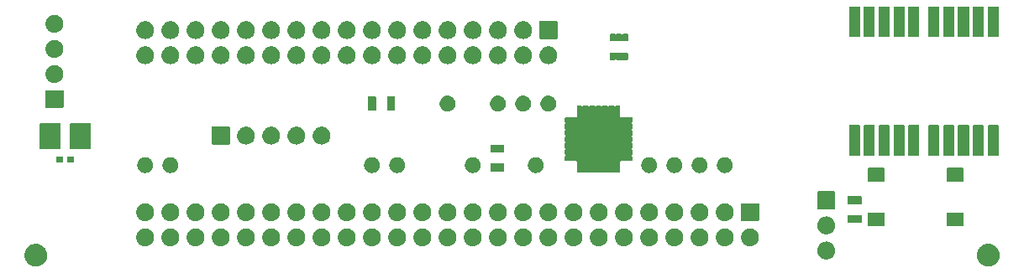
<source format=gbr>
G04 #@! TF.GenerationSoftware,KiCad,Pcbnew,(5.99.0-576-ga860ac506)*
G04 #@! TF.CreationDate,2020-08-23T19:59:58+02:00*
G04 #@! TF.ProjectId,50 pin to 34 pin Floppy Adapter,35302070-696e-4207-946f-203334207069,rev?*
G04 #@! TF.SameCoordinates,Original*
G04 #@! TF.FileFunction,Soldermask,Top*
G04 #@! TF.FilePolarity,Negative*
%FSLAX46Y46*%
G04 Gerber Fmt 4.6, Leading zero omitted, Abs format (unit mm)*
G04 Created by KiCad (PCBNEW (5.99.0-576-ga860ac506)) date 2020-08-23 19:59:58*
%MOMM*%
%LPD*%
G04 APERTURE LIST*
G04 APERTURE END LIST*
G36*
X118042742Y-45347002D02*
G01*
X118066523Y-45346255D01*
X118144921Y-45357832D01*
X118226500Y-45366478D01*
X118249247Y-45373237D01*
X118269783Y-45376270D01*
X118347754Y-45402510D01*
X118429275Y-45426735D01*
X118447713Y-45436150D01*
X118464517Y-45441805D01*
X118539255Y-45482894D01*
X118617674Y-45522936D01*
X118631693Y-45533713D01*
X118644561Y-45540787D01*
X118713190Y-45596361D01*
X118785387Y-45651860D01*
X118795176Y-45662751D01*
X118804238Y-45670089D01*
X118863939Y-45739254D01*
X118926797Y-45809187D01*
X118932859Y-45819099D01*
X118938493Y-45825626D01*
X118986568Y-45906916D01*
X119037168Y-45989650D01*
X119040236Y-45997663D01*
X119043084Y-46002479D01*
X119077154Y-46094089D01*
X119112804Y-46187205D01*
X119113808Y-46192650D01*
X119114700Y-46195048D01*
X119132616Y-46294622D01*
X119151173Y-46395235D01*
X119143823Y-46666866D01*
X119120018Y-46765638D01*
X119097214Y-46862864D01*
X119095798Y-46866137D01*
X119094260Y-46872517D01*
X119053954Y-46962834D01*
X119015613Y-47051436D01*
X119011958Y-47056937D01*
X119008051Y-47065692D01*
X118953631Y-47144726D01*
X118901911Y-47222570D01*
X118895240Y-47229526D01*
X118888082Y-47239922D01*
X118822260Y-47305629D01*
X118759704Y-47370862D01*
X118749451Y-47378311D01*
X118738371Y-47389372D01*
X118664116Y-47440311D01*
X118593480Y-47491631D01*
X118579343Y-47498465D01*
X118563932Y-47509037D01*
X118484362Y-47544381D01*
X118408493Y-47581057D01*
X118390450Y-47586095D01*
X118370606Y-47594909D01*
X118288862Y-47614458D01*
X118210602Y-47636309D01*
X118188931Y-47638357D01*
X118164869Y-47644112D01*
X118083921Y-47648284D01*
X118006054Y-47655644D01*
X117981349Y-47653569D01*
X117953610Y-47654999D01*
X117876221Y-47644742D01*
X117801308Y-47638451D01*
X117774436Y-47631251D01*
X117743905Y-47627204D01*
X117672551Y-47603951D01*
X117602843Y-47585273D01*
X117574930Y-47572138D01*
X117542777Y-47561660D01*
X117479502Y-47527233D01*
X117416937Y-47497792D01*
X117389322Y-47478167D01*
X117356961Y-47460560D01*
X117303361Y-47417078D01*
X117249459Y-47378772D01*
X117223637Y-47352404D01*
X117192681Y-47327291D01*
X117149857Y-47277062D01*
X117105705Y-47231975D01*
X117083260Y-47198948D01*
X117055438Y-47166315D01*
X117023987Y-47111730D01*
X116990216Y-47062038D01*
X116972746Y-47022800D01*
X116949828Y-46983025D01*
X116929854Y-46926464D01*
X116906647Y-46874340D01*
X116895680Y-46829690D01*
X116879389Y-46783558D01*
X116870526Y-46727283D01*
X116857636Y-46674804D01*
X116854560Y-46625903D01*
X116846479Y-46574595D01*
X116847939Y-46520657D01*
X116844736Y-46469752D01*
X116850714Y-46418085D01*
X116852201Y-46363133D01*
X116862837Y-46313308D01*
X116868352Y-46265644D01*
X116884258Y-46212960D01*
X116896363Y-46156255D01*
X116914741Y-46111995D01*
X116927736Y-46068955D01*
X116954092Y-46017229D01*
X116977486Y-45960890D01*
X117001979Y-45923246D01*
X117021016Y-45885884D01*
X117057938Y-45837240D01*
X117092853Y-45783579D01*
X117121712Y-45753221D01*
X117145237Y-45722228D01*
X117192415Y-45678846D01*
X117238601Y-45630261D01*
X117270068Y-45607441D01*
X117296482Y-45583152D01*
X117353149Y-45547190D01*
X117409848Y-45506071D01*
X117442207Y-45490671D01*
X117469956Y-45473061D01*
X117534906Y-45446555D01*
X117600859Y-45415168D01*
X117632560Y-45406703D01*
X117660192Y-45395427D01*
X117731773Y-45380212D01*
X117805238Y-45360596D01*
X117834933Y-45358285D01*
X117861162Y-45352710D01*
X117937337Y-45350316D01*
X118016139Y-45344183D01*
X118042742Y-45347002D01*
G37*
G36*
X22042742Y-45347002D02*
G01*
X22066523Y-45346255D01*
X22144921Y-45357832D01*
X22226500Y-45366478D01*
X22249247Y-45373237D01*
X22269783Y-45376270D01*
X22347754Y-45402510D01*
X22429275Y-45426735D01*
X22447713Y-45436150D01*
X22464517Y-45441805D01*
X22539255Y-45482894D01*
X22617674Y-45522936D01*
X22631693Y-45533713D01*
X22644561Y-45540787D01*
X22713190Y-45596361D01*
X22785387Y-45651860D01*
X22795176Y-45662751D01*
X22804238Y-45670089D01*
X22863939Y-45739254D01*
X22926797Y-45809187D01*
X22932859Y-45819099D01*
X22938493Y-45825626D01*
X22986568Y-45906916D01*
X23037168Y-45989650D01*
X23040236Y-45997663D01*
X23043084Y-46002479D01*
X23077154Y-46094089D01*
X23112804Y-46187205D01*
X23113808Y-46192650D01*
X23114700Y-46195048D01*
X23132616Y-46294622D01*
X23151173Y-46395235D01*
X23143823Y-46666866D01*
X23120018Y-46765638D01*
X23097214Y-46862864D01*
X23095798Y-46866137D01*
X23094260Y-46872517D01*
X23053954Y-46962834D01*
X23015613Y-47051436D01*
X23011958Y-47056937D01*
X23008051Y-47065692D01*
X22953631Y-47144726D01*
X22901911Y-47222570D01*
X22895240Y-47229526D01*
X22888082Y-47239922D01*
X22822260Y-47305629D01*
X22759704Y-47370862D01*
X22749451Y-47378311D01*
X22738371Y-47389372D01*
X22664116Y-47440311D01*
X22593480Y-47491631D01*
X22579343Y-47498465D01*
X22563932Y-47509037D01*
X22484362Y-47544381D01*
X22408493Y-47581057D01*
X22390450Y-47586095D01*
X22370606Y-47594909D01*
X22288862Y-47614458D01*
X22210602Y-47636309D01*
X22188931Y-47638357D01*
X22164869Y-47644112D01*
X22083921Y-47648284D01*
X22006054Y-47655644D01*
X21981349Y-47653569D01*
X21953610Y-47654999D01*
X21876221Y-47644742D01*
X21801308Y-47638451D01*
X21774436Y-47631251D01*
X21743905Y-47627204D01*
X21672551Y-47603951D01*
X21602843Y-47585273D01*
X21574930Y-47572138D01*
X21542777Y-47561660D01*
X21479502Y-47527233D01*
X21416937Y-47497792D01*
X21389322Y-47478167D01*
X21356961Y-47460560D01*
X21303361Y-47417078D01*
X21249459Y-47378772D01*
X21223637Y-47352404D01*
X21192681Y-47327291D01*
X21149857Y-47277062D01*
X21105705Y-47231975D01*
X21083260Y-47198948D01*
X21055438Y-47166315D01*
X21023987Y-47111730D01*
X20990216Y-47062038D01*
X20972746Y-47022800D01*
X20949828Y-46983025D01*
X20929854Y-46926464D01*
X20906647Y-46874340D01*
X20895680Y-46829690D01*
X20879389Y-46783558D01*
X20870526Y-46727283D01*
X20857636Y-46674804D01*
X20854560Y-46625903D01*
X20846479Y-46574595D01*
X20847939Y-46520657D01*
X20844736Y-46469752D01*
X20850714Y-46418085D01*
X20852201Y-46363133D01*
X20862837Y-46313308D01*
X20868352Y-46265644D01*
X20884258Y-46212960D01*
X20896363Y-46156255D01*
X20914741Y-46111995D01*
X20927736Y-46068955D01*
X20954092Y-46017229D01*
X20977486Y-45960890D01*
X21001979Y-45923246D01*
X21021016Y-45885884D01*
X21057938Y-45837240D01*
X21092853Y-45783579D01*
X21121712Y-45753221D01*
X21145237Y-45722228D01*
X21192415Y-45678846D01*
X21238601Y-45630261D01*
X21270068Y-45607441D01*
X21296482Y-45583152D01*
X21353149Y-45547190D01*
X21409848Y-45506071D01*
X21442207Y-45490671D01*
X21469956Y-45473061D01*
X21534906Y-45446555D01*
X21600859Y-45415168D01*
X21632560Y-45406703D01*
X21660192Y-45395427D01*
X21731773Y-45380212D01*
X21805238Y-45360596D01*
X21834933Y-45358285D01*
X21861162Y-45352710D01*
X21937337Y-45350316D01*
X22016139Y-45344183D01*
X22042742Y-45347002D01*
G37*
G36*
X101713402Y-45136783D02*
G01*
X101758137Y-45137095D01*
X101801960Y-45146090D01*
X101851860Y-45151335D01*
X101893632Y-45164908D01*
X101931223Y-45172624D01*
X101978351Y-45192435D01*
X102031988Y-45209863D01*
X102064599Y-45228691D01*
X102094114Y-45241098D01*
X102141801Y-45273263D01*
X102196011Y-45304561D01*
X102219326Y-45325554D01*
X102240601Y-45339904D01*
X102285683Y-45385302D01*
X102336761Y-45431293D01*
X102351503Y-45451583D01*
X102365108Y-45465284D01*
X102404143Y-45524037D01*
X102448086Y-45584519D01*
X102455721Y-45601668D01*
X102462888Y-45612455D01*
X102492365Y-45683972D01*
X102525121Y-45757542D01*
X102527711Y-45769725D01*
X102530224Y-45775823D01*
X102546792Y-45859497D01*
X102564499Y-45942801D01*
X102564499Y-46132199D01*
X102561615Y-46145769D01*
X102561530Y-46151831D01*
X102542842Y-46234085D01*
X102525121Y-46317458D01*
X102522629Y-46323055D01*
X102522578Y-46323280D01*
X102450710Y-46484697D01*
X102450578Y-46484885D01*
X102448086Y-46490481D01*
X102397980Y-46559446D01*
X102348857Y-46629082D01*
X102344085Y-46633626D01*
X102336761Y-46643707D01*
X102276896Y-46697610D01*
X102220896Y-46750938D01*
X102209964Y-46757876D01*
X102196011Y-46770439D01*
X102131264Y-46807821D01*
X102071711Y-46845614D01*
X102053709Y-46852597D01*
X102031988Y-46865137D01*
X101966615Y-46886378D01*
X101906968Y-46909514D01*
X101881700Y-46913969D01*
X101851860Y-46923665D01*
X101789595Y-46930209D01*
X101732960Y-46940195D01*
X101700959Y-46939525D01*
X101663500Y-46943462D01*
X101607402Y-46937566D01*
X101556299Y-46936496D01*
X101518823Y-46928256D01*
X101475140Y-46923665D01*
X101427417Y-46908159D01*
X101383725Y-46898552D01*
X101342730Y-46880642D01*
X101295012Y-46865137D01*
X101256973Y-46843175D01*
X101221810Y-46827813D01*
X101179837Y-46798641D01*
X101130989Y-46770439D01*
X101103004Y-46745241D01*
X101076715Y-46726970D01*
X101036757Y-46685592D01*
X100990239Y-46643707D01*
X100971796Y-46618323D01*
X100953973Y-46599866D01*
X100919321Y-46546097D01*
X100878914Y-46490481D01*
X100868712Y-46467566D01*
X100858254Y-46451339D01*
X100832289Y-46385761D01*
X100801879Y-46317458D01*
X100797976Y-46299096D01*
X100793207Y-46287051D01*
X100779240Y-46210948D01*
X100762501Y-46132199D01*
X100762501Y-46119746D01*
X100761311Y-46113262D01*
X100762501Y-46028035D01*
X100762501Y-45942801D01*
X100763775Y-45936808D01*
X100763778Y-45936577D01*
X100800515Y-45763746D01*
X100800605Y-45763536D01*
X100801879Y-45757542D01*
X100836542Y-45679688D01*
X100870122Y-45601339D01*
X100873848Y-45595897D01*
X100878914Y-45584519D01*
X100926246Y-45519372D01*
X100969952Y-45455541D01*
X100979206Y-45446479D01*
X100990239Y-45431293D01*
X101045797Y-45381269D01*
X101096193Y-45331917D01*
X101112348Y-45321346D01*
X101130989Y-45304561D01*
X101190526Y-45270187D01*
X101244051Y-45235162D01*
X101267840Y-45225550D01*
X101295012Y-45209863D01*
X101354545Y-45190519D01*
X101407876Y-45168972D01*
X101439320Y-45162974D01*
X101475140Y-45151335D01*
X101531244Y-45145438D01*
X101581445Y-45135862D01*
X101619812Y-45136130D01*
X101663500Y-45131538D01*
X101713402Y-45136783D01*
G37*
G36*
X43229902Y-43803283D02*
G01*
X43274637Y-43803595D01*
X43318460Y-43812590D01*
X43368360Y-43817835D01*
X43410132Y-43831408D01*
X43447723Y-43839124D01*
X43494851Y-43858935D01*
X43548488Y-43876363D01*
X43581099Y-43895191D01*
X43610614Y-43907598D01*
X43658301Y-43939763D01*
X43712511Y-43971061D01*
X43735826Y-43992054D01*
X43757101Y-44006404D01*
X43802183Y-44051802D01*
X43853261Y-44097793D01*
X43868003Y-44118083D01*
X43881608Y-44131784D01*
X43920643Y-44190537D01*
X43964586Y-44251019D01*
X43972221Y-44268168D01*
X43979388Y-44278955D01*
X44008865Y-44350472D01*
X44041621Y-44424042D01*
X44044211Y-44436225D01*
X44046724Y-44442323D01*
X44063292Y-44525997D01*
X44080999Y-44609301D01*
X44080999Y-44798699D01*
X44078115Y-44812269D01*
X44078030Y-44818331D01*
X44059342Y-44900585D01*
X44041621Y-44983958D01*
X44039129Y-44989555D01*
X44039078Y-44989780D01*
X43967210Y-45151197D01*
X43967078Y-45151385D01*
X43964586Y-45156981D01*
X43914480Y-45225946D01*
X43865357Y-45295582D01*
X43860585Y-45300126D01*
X43853261Y-45310207D01*
X43793396Y-45364110D01*
X43737396Y-45417438D01*
X43726464Y-45424376D01*
X43712511Y-45436939D01*
X43647764Y-45474321D01*
X43588211Y-45512114D01*
X43570209Y-45519097D01*
X43548488Y-45531637D01*
X43483115Y-45552878D01*
X43423468Y-45576014D01*
X43398200Y-45580469D01*
X43368360Y-45590165D01*
X43306095Y-45596709D01*
X43249460Y-45606695D01*
X43217459Y-45606025D01*
X43180000Y-45609962D01*
X43123902Y-45604066D01*
X43072799Y-45602996D01*
X43035323Y-45594756D01*
X42991640Y-45590165D01*
X42943917Y-45574659D01*
X42900225Y-45565052D01*
X42859230Y-45547142D01*
X42811512Y-45531637D01*
X42773473Y-45509675D01*
X42738310Y-45494313D01*
X42696337Y-45465141D01*
X42647489Y-45436939D01*
X42619504Y-45411741D01*
X42593215Y-45393470D01*
X42553257Y-45352092D01*
X42506739Y-45310207D01*
X42488296Y-45284823D01*
X42470473Y-45266366D01*
X42435821Y-45212597D01*
X42395414Y-45156981D01*
X42385212Y-45134066D01*
X42374754Y-45117839D01*
X42348789Y-45052261D01*
X42318379Y-44983958D01*
X42314476Y-44965596D01*
X42309707Y-44953551D01*
X42295740Y-44877448D01*
X42279001Y-44798699D01*
X42279001Y-44786246D01*
X42277811Y-44779762D01*
X42279001Y-44694535D01*
X42279001Y-44609301D01*
X42280275Y-44603308D01*
X42280278Y-44603077D01*
X42317015Y-44430246D01*
X42317105Y-44430036D01*
X42318379Y-44424042D01*
X42353042Y-44346188D01*
X42386622Y-44267839D01*
X42390348Y-44262397D01*
X42395414Y-44251019D01*
X42442746Y-44185872D01*
X42486452Y-44122041D01*
X42495706Y-44112979D01*
X42506739Y-44097793D01*
X42562297Y-44047769D01*
X42612693Y-43998417D01*
X42628848Y-43987846D01*
X42647489Y-43971061D01*
X42707026Y-43936687D01*
X42760551Y-43901662D01*
X42784340Y-43892050D01*
X42811512Y-43876363D01*
X42871045Y-43857019D01*
X42924376Y-43835472D01*
X42955820Y-43829474D01*
X42991640Y-43817835D01*
X43047744Y-43811938D01*
X43097945Y-43802362D01*
X43136312Y-43802630D01*
X43180000Y-43798038D01*
X43229902Y-43803283D01*
G37*
G36*
X78789902Y-43803283D02*
G01*
X78834637Y-43803595D01*
X78878460Y-43812590D01*
X78928360Y-43817835D01*
X78970132Y-43831408D01*
X79007723Y-43839124D01*
X79054851Y-43858935D01*
X79108488Y-43876363D01*
X79141099Y-43895191D01*
X79170614Y-43907598D01*
X79218301Y-43939763D01*
X79272511Y-43971061D01*
X79295826Y-43992054D01*
X79317101Y-44006404D01*
X79362183Y-44051802D01*
X79413261Y-44097793D01*
X79428003Y-44118083D01*
X79441608Y-44131784D01*
X79480643Y-44190537D01*
X79524586Y-44251019D01*
X79532221Y-44268168D01*
X79539388Y-44278955D01*
X79568865Y-44350472D01*
X79601621Y-44424042D01*
X79604211Y-44436225D01*
X79606724Y-44442323D01*
X79623292Y-44525997D01*
X79640999Y-44609301D01*
X79640999Y-44798699D01*
X79638115Y-44812269D01*
X79638030Y-44818331D01*
X79619342Y-44900585D01*
X79601621Y-44983958D01*
X79599129Y-44989555D01*
X79599078Y-44989780D01*
X79527210Y-45151197D01*
X79527078Y-45151385D01*
X79524586Y-45156981D01*
X79474480Y-45225946D01*
X79425357Y-45295582D01*
X79420585Y-45300126D01*
X79413261Y-45310207D01*
X79353396Y-45364110D01*
X79297396Y-45417438D01*
X79286464Y-45424376D01*
X79272511Y-45436939D01*
X79207764Y-45474321D01*
X79148211Y-45512114D01*
X79130209Y-45519097D01*
X79108488Y-45531637D01*
X79043115Y-45552878D01*
X78983468Y-45576014D01*
X78958200Y-45580469D01*
X78928360Y-45590165D01*
X78866095Y-45596709D01*
X78809460Y-45606695D01*
X78777459Y-45606025D01*
X78740000Y-45609962D01*
X78683902Y-45604066D01*
X78632799Y-45602996D01*
X78595323Y-45594756D01*
X78551640Y-45590165D01*
X78503917Y-45574659D01*
X78460225Y-45565052D01*
X78419230Y-45547142D01*
X78371512Y-45531637D01*
X78333473Y-45509675D01*
X78298310Y-45494313D01*
X78256337Y-45465141D01*
X78207489Y-45436939D01*
X78179504Y-45411741D01*
X78153215Y-45393470D01*
X78113257Y-45352092D01*
X78066739Y-45310207D01*
X78048296Y-45284823D01*
X78030473Y-45266366D01*
X77995821Y-45212597D01*
X77955414Y-45156981D01*
X77945212Y-45134066D01*
X77934754Y-45117839D01*
X77908789Y-45052261D01*
X77878379Y-44983958D01*
X77874476Y-44965596D01*
X77869707Y-44953551D01*
X77855740Y-44877448D01*
X77839001Y-44798699D01*
X77839001Y-44786246D01*
X77837811Y-44779762D01*
X77839001Y-44694535D01*
X77839001Y-44609301D01*
X77840275Y-44603308D01*
X77840278Y-44603077D01*
X77877015Y-44430246D01*
X77877105Y-44430036D01*
X77878379Y-44424042D01*
X77913042Y-44346188D01*
X77946622Y-44267839D01*
X77950348Y-44262397D01*
X77955414Y-44251019D01*
X78002746Y-44185872D01*
X78046452Y-44122041D01*
X78055706Y-44112979D01*
X78066739Y-44097793D01*
X78122297Y-44047769D01*
X78172693Y-43998417D01*
X78188848Y-43987846D01*
X78207489Y-43971061D01*
X78267026Y-43936687D01*
X78320551Y-43901662D01*
X78344340Y-43892050D01*
X78371512Y-43876363D01*
X78431045Y-43857019D01*
X78484376Y-43835472D01*
X78515820Y-43829474D01*
X78551640Y-43817835D01*
X78607744Y-43811938D01*
X78657945Y-43802362D01*
X78696312Y-43802630D01*
X78740000Y-43798038D01*
X78789902Y-43803283D01*
G37*
G36*
X45769902Y-43803283D02*
G01*
X45814637Y-43803595D01*
X45858460Y-43812590D01*
X45908360Y-43817835D01*
X45950132Y-43831408D01*
X45987723Y-43839124D01*
X46034851Y-43858935D01*
X46088488Y-43876363D01*
X46121099Y-43895191D01*
X46150614Y-43907598D01*
X46198301Y-43939763D01*
X46252511Y-43971061D01*
X46275826Y-43992054D01*
X46297101Y-44006404D01*
X46342183Y-44051802D01*
X46393261Y-44097793D01*
X46408003Y-44118083D01*
X46421608Y-44131784D01*
X46460643Y-44190537D01*
X46504586Y-44251019D01*
X46512221Y-44268168D01*
X46519388Y-44278955D01*
X46548865Y-44350472D01*
X46581621Y-44424042D01*
X46584211Y-44436225D01*
X46586724Y-44442323D01*
X46603292Y-44525997D01*
X46620999Y-44609301D01*
X46620999Y-44798699D01*
X46618115Y-44812269D01*
X46618030Y-44818331D01*
X46599342Y-44900585D01*
X46581621Y-44983958D01*
X46579129Y-44989555D01*
X46579078Y-44989780D01*
X46507210Y-45151197D01*
X46507078Y-45151385D01*
X46504586Y-45156981D01*
X46454480Y-45225946D01*
X46405357Y-45295582D01*
X46400585Y-45300126D01*
X46393261Y-45310207D01*
X46333396Y-45364110D01*
X46277396Y-45417438D01*
X46266464Y-45424376D01*
X46252511Y-45436939D01*
X46187764Y-45474321D01*
X46128211Y-45512114D01*
X46110209Y-45519097D01*
X46088488Y-45531637D01*
X46023115Y-45552878D01*
X45963468Y-45576014D01*
X45938200Y-45580469D01*
X45908360Y-45590165D01*
X45846095Y-45596709D01*
X45789460Y-45606695D01*
X45757459Y-45606025D01*
X45720000Y-45609962D01*
X45663902Y-45604066D01*
X45612799Y-45602996D01*
X45575323Y-45594756D01*
X45531640Y-45590165D01*
X45483917Y-45574659D01*
X45440225Y-45565052D01*
X45399230Y-45547142D01*
X45351512Y-45531637D01*
X45313473Y-45509675D01*
X45278310Y-45494313D01*
X45236337Y-45465141D01*
X45187489Y-45436939D01*
X45159504Y-45411741D01*
X45133215Y-45393470D01*
X45093257Y-45352092D01*
X45046739Y-45310207D01*
X45028296Y-45284823D01*
X45010473Y-45266366D01*
X44975821Y-45212597D01*
X44935414Y-45156981D01*
X44925212Y-45134066D01*
X44914754Y-45117839D01*
X44888789Y-45052261D01*
X44858379Y-44983958D01*
X44854476Y-44965596D01*
X44849707Y-44953551D01*
X44835740Y-44877448D01*
X44819001Y-44798699D01*
X44819001Y-44786246D01*
X44817811Y-44779762D01*
X44819001Y-44694535D01*
X44819001Y-44609301D01*
X44820275Y-44603308D01*
X44820278Y-44603077D01*
X44857015Y-44430246D01*
X44857105Y-44430036D01*
X44858379Y-44424042D01*
X44893042Y-44346188D01*
X44926622Y-44267839D01*
X44930348Y-44262397D01*
X44935414Y-44251019D01*
X44982746Y-44185872D01*
X45026452Y-44122041D01*
X45035706Y-44112979D01*
X45046739Y-44097793D01*
X45102297Y-44047769D01*
X45152693Y-43998417D01*
X45168848Y-43987846D01*
X45187489Y-43971061D01*
X45247026Y-43936687D01*
X45300551Y-43901662D01*
X45324340Y-43892050D01*
X45351512Y-43876363D01*
X45411045Y-43857019D01*
X45464376Y-43835472D01*
X45495820Y-43829474D01*
X45531640Y-43817835D01*
X45587744Y-43811938D01*
X45637945Y-43802362D01*
X45676312Y-43802630D01*
X45720000Y-43798038D01*
X45769902Y-43803283D01*
G37*
G36*
X48309902Y-43803283D02*
G01*
X48354637Y-43803595D01*
X48398460Y-43812590D01*
X48448360Y-43817835D01*
X48490132Y-43831408D01*
X48527723Y-43839124D01*
X48574851Y-43858935D01*
X48628488Y-43876363D01*
X48661099Y-43895191D01*
X48690614Y-43907598D01*
X48738301Y-43939763D01*
X48792511Y-43971061D01*
X48815826Y-43992054D01*
X48837101Y-44006404D01*
X48882183Y-44051802D01*
X48933261Y-44097793D01*
X48948003Y-44118083D01*
X48961608Y-44131784D01*
X49000643Y-44190537D01*
X49044586Y-44251019D01*
X49052221Y-44268168D01*
X49059388Y-44278955D01*
X49088865Y-44350472D01*
X49121621Y-44424042D01*
X49124211Y-44436225D01*
X49126724Y-44442323D01*
X49143292Y-44525997D01*
X49160999Y-44609301D01*
X49160999Y-44798699D01*
X49158115Y-44812269D01*
X49158030Y-44818331D01*
X49139342Y-44900585D01*
X49121621Y-44983958D01*
X49119129Y-44989555D01*
X49119078Y-44989780D01*
X49047210Y-45151197D01*
X49047078Y-45151385D01*
X49044586Y-45156981D01*
X48994480Y-45225946D01*
X48945357Y-45295582D01*
X48940585Y-45300126D01*
X48933261Y-45310207D01*
X48873396Y-45364110D01*
X48817396Y-45417438D01*
X48806464Y-45424376D01*
X48792511Y-45436939D01*
X48727764Y-45474321D01*
X48668211Y-45512114D01*
X48650209Y-45519097D01*
X48628488Y-45531637D01*
X48563115Y-45552878D01*
X48503468Y-45576014D01*
X48478200Y-45580469D01*
X48448360Y-45590165D01*
X48386095Y-45596709D01*
X48329460Y-45606695D01*
X48297459Y-45606025D01*
X48260000Y-45609962D01*
X48203902Y-45604066D01*
X48152799Y-45602996D01*
X48115323Y-45594756D01*
X48071640Y-45590165D01*
X48023917Y-45574659D01*
X47980225Y-45565052D01*
X47939230Y-45547142D01*
X47891512Y-45531637D01*
X47853473Y-45509675D01*
X47818310Y-45494313D01*
X47776337Y-45465141D01*
X47727489Y-45436939D01*
X47699504Y-45411741D01*
X47673215Y-45393470D01*
X47633257Y-45352092D01*
X47586739Y-45310207D01*
X47568296Y-45284823D01*
X47550473Y-45266366D01*
X47515821Y-45212597D01*
X47475414Y-45156981D01*
X47465212Y-45134066D01*
X47454754Y-45117839D01*
X47428789Y-45052261D01*
X47398379Y-44983958D01*
X47394476Y-44965596D01*
X47389707Y-44953551D01*
X47375740Y-44877448D01*
X47359001Y-44798699D01*
X47359001Y-44786246D01*
X47357811Y-44779762D01*
X47359001Y-44694535D01*
X47359001Y-44609301D01*
X47360275Y-44603308D01*
X47360278Y-44603077D01*
X47397015Y-44430246D01*
X47397105Y-44430036D01*
X47398379Y-44424042D01*
X47433042Y-44346188D01*
X47466622Y-44267839D01*
X47470348Y-44262397D01*
X47475414Y-44251019D01*
X47522746Y-44185872D01*
X47566452Y-44122041D01*
X47575706Y-44112979D01*
X47586739Y-44097793D01*
X47642297Y-44047769D01*
X47692693Y-43998417D01*
X47708848Y-43987846D01*
X47727489Y-43971061D01*
X47787026Y-43936687D01*
X47840551Y-43901662D01*
X47864340Y-43892050D01*
X47891512Y-43876363D01*
X47951045Y-43857019D01*
X48004376Y-43835472D01*
X48035820Y-43829474D01*
X48071640Y-43817835D01*
X48127744Y-43811938D01*
X48177945Y-43802362D01*
X48216312Y-43802630D01*
X48260000Y-43798038D01*
X48309902Y-43803283D01*
G37*
G36*
X88949902Y-43803283D02*
G01*
X88994637Y-43803595D01*
X89038460Y-43812590D01*
X89088360Y-43817835D01*
X89130132Y-43831408D01*
X89167723Y-43839124D01*
X89214851Y-43858935D01*
X89268488Y-43876363D01*
X89301099Y-43895191D01*
X89330614Y-43907598D01*
X89378301Y-43939763D01*
X89432511Y-43971061D01*
X89455826Y-43992054D01*
X89477101Y-44006404D01*
X89522183Y-44051802D01*
X89573261Y-44097793D01*
X89588003Y-44118083D01*
X89601608Y-44131784D01*
X89640643Y-44190537D01*
X89684586Y-44251019D01*
X89692221Y-44268168D01*
X89699388Y-44278955D01*
X89728865Y-44350472D01*
X89761621Y-44424042D01*
X89764211Y-44436225D01*
X89766724Y-44442323D01*
X89783292Y-44525997D01*
X89800999Y-44609301D01*
X89800999Y-44798699D01*
X89798115Y-44812269D01*
X89798030Y-44818331D01*
X89779342Y-44900585D01*
X89761621Y-44983958D01*
X89759129Y-44989555D01*
X89759078Y-44989780D01*
X89687210Y-45151197D01*
X89687078Y-45151385D01*
X89684586Y-45156981D01*
X89634480Y-45225946D01*
X89585357Y-45295582D01*
X89580585Y-45300126D01*
X89573261Y-45310207D01*
X89513396Y-45364110D01*
X89457396Y-45417438D01*
X89446464Y-45424376D01*
X89432511Y-45436939D01*
X89367764Y-45474321D01*
X89308211Y-45512114D01*
X89290209Y-45519097D01*
X89268488Y-45531637D01*
X89203115Y-45552878D01*
X89143468Y-45576014D01*
X89118200Y-45580469D01*
X89088360Y-45590165D01*
X89026095Y-45596709D01*
X88969460Y-45606695D01*
X88937459Y-45606025D01*
X88900000Y-45609962D01*
X88843902Y-45604066D01*
X88792799Y-45602996D01*
X88755323Y-45594756D01*
X88711640Y-45590165D01*
X88663917Y-45574659D01*
X88620225Y-45565052D01*
X88579230Y-45547142D01*
X88531512Y-45531637D01*
X88493473Y-45509675D01*
X88458310Y-45494313D01*
X88416337Y-45465141D01*
X88367489Y-45436939D01*
X88339504Y-45411741D01*
X88313215Y-45393470D01*
X88273257Y-45352092D01*
X88226739Y-45310207D01*
X88208296Y-45284823D01*
X88190473Y-45266366D01*
X88155821Y-45212597D01*
X88115414Y-45156981D01*
X88105212Y-45134066D01*
X88094754Y-45117839D01*
X88068789Y-45052261D01*
X88038379Y-44983958D01*
X88034476Y-44965596D01*
X88029707Y-44953551D01*
X88015740Y-44877448D01*
X87999001Y-44798699D01*
X87999001Y-44786246D01*
X87997811Y-44779762D01*
X87999001Y-44694535D01*
X87999001Y-44609301D01*
X88000275Y-44603308D01*
X88000278Y-44603077D01*
X88037015Y-44430246D01*
X88037105Y-44430036D01*
X88038379Y-44424042D01*
X88073042Y-44346188D01*
X88106622Y-44267839D01*
X88110348Y-44262397D01*
X88115414Y-44251019D01*
X88162746Y-44185872D01*
X88206452Y-44122041D01*
X88215706Y-44112979D01*
X88226739Y-44097793D01*
X88282297Y-44047769D01*
X88332693Y-43998417D01*
X88348848Y-43987846D01*
X88367489Y-43971061D01*
X88427026Y-43936687D01*
X88480551Y-43901662D01*
X88504340Y-43892050D01*
X88531512Y-43876363D01*
X88591045Y-43857019D01*
X88644376Y-43835472D01*
X88675820Y-43829474D01*
X88711640Y-43817835D01*
X88767744Y-43811938D01*
X88817945Y-43802362D01*
X88856312Y-43802630D01*
X88900000Y-43798038D01*
X88949902Y-43803283D01*
G37*
G36*
X50849902Y-43803283D02*
G01*
X50894637Y-43803595D01*
X50938460Y-43812590D01*
X50988360Y-43817835D01*
X51030132Y-43831408D01*
X51067723Y-43839124D01*
X51114851Y-43858935D01*
X51168488Y-43876363D01*
X51201099Y-43895191D01*
X51230614Y-43907598D01*
X51278301Y-43939763D01*
X51332511Y-43971061D01*
X51355826Y-43992054D01*
X51377101Y-44006404D01*
X51422183Y-44051802D01*
X51473261Y-44097793D01*
X51488003Y-44118083D01*
X51501608Y-44131784D01*
X51540643Y-44190537D01*
X51584586Y-44251019D01*
X51592221Y-44268168D01*
X51599388Y-44278955D01*
X51628865Y-44350472D01*
X51661621Y-44424042D01*
X51664211Y-44436225D01*
X51666724Y-44442323D01*
X51683292Y-44525997D01*
X51700999Y-44609301D01*
X51700999Y-44798699D01*
X51698115Y-44812269D01*
X51698030Y-44818331D01*
X51679342Y-44900585D01*
X51661621Y-44983958D01*
X51659129Y-44989555D01*
X51659078Y-44989780D01*
X51587210Y-45151197D01*
X51587078Y-45151385D01*
X51584586Y-45156981D01*
X51534480Y-45225946D01*
X51485357Y-45295582D01*
X51480585Y-45300126D01*
X51473261Y-45310207D01*
X51413396Y-45364110D01*
X51357396Y-45417438D01*
X51346464Y-45424376D01*
X51332511Y-45436939D01*
X51267764Y-45474321D01*
X51208211Y-45512114D01*
X51190209Y-45519097D01*
X51168488Y-45531637D01*
X51103115Y-45552878D01*
X51043468Y-45576014D01*
X51018200Y-45580469D01*
X50988360Y-45590165D01*
X50926095Y-45596709D01*
X50869460Y-45606695D01*
X50837459Y-45606025D01*
X50800000Y-45609962D01*
X50743902Y-45604066D01*
X50692799Y-45602996D01*
X50655323Y-45594756D01*
X50611640Y-45590165D01*
X50563917Y-45574659D01*
X50520225Y-45565052D01*
X50479230Y-45547142D01*
X50431512Y-45531637D01*
X50393473Y-45509675D01*
X50358310Y-45494313D01*
X50316337Y-45465141D01*
X50267489Y-45436939D01*
X50239504Y-45411741D01*
X50213215Y-45393470D01*
X50173257Y-45352092D01*
X50126739Y-45310207D01*
X50108296Y-45284823D01*
X50090473Y-45266366D01*
X50055821Y-45212597D01*
X50015414Y-45156981D01*
X50005212Y-45134066D01*
X49994754Y-45117839D01*
X49968789Y-45052261D01*
X49938379Y-44983958D01*
X49934476Y-44965596D01*
X49929707Y-44953551D01*
X49915740Y-44877448D01*
X49899001Y-44798699D01*
X49899001Y-44786246D01*
X49897811Y-44779762D01*
X49899001Y-44694535D01*
X49899001Y-44609301D01*
X49900275Y-44603308D01*
X49900278Y-44603077D01*
X49937015Y-44430246D01*
X49937105Y-44430036D01*
X49938379Y-44424042D01*
X49973042Y-44346188D01*
X50006622Y-44267839D01*
X50010348Y-44262397D01*
X50015414Y-44251019D01*
X50062746Y-44185872D01*
X50106452Y-44122041D01*
X50115706Y-44112979D01*
X50126739Y-44097793D01*
X50182297Y-44047769D01*
X50232693Y-43998417D01*
X50248848Y-43987846D01*
X50267489Y-43971061D01*
X50327026Y-43936687D01*
X50380551Y-43901662D01*
X50404340Y-43892050D01*
X50431512Y-43876363D01*
X50491045Y-43857019D01*
X50544376Y-43835472D01*
X50575820Y-43829474D01*
X50611640Y-43817835D01*
X50667744Y-43811938D01*
X50717945Y-43802362D01*
X50756312Y-43802630D01*
X50800000Y-43798038D01*
X50849902Y-43803283D01*
G37*
G36*
X53389902Y-43803283D02*
G01*
X53434637Y-43803595D01*
X53478460Y-43812590D01*
X53528360Y-43817835D01*
X53570132Y-43831408D01*
X53607723Y-43839124D01*
X53654851Y-43858935D01*
X53708488Y-43876363D01*
X53741099Y-43895191D01*
X53770614Y-43907598D01*
X53818301Y-43939763D01*
X53872511Y-43971061D01*
X53895826Y-43992054D01*
X53917101Y-44006404D01*
X53962183Y-44051802D01*
X54013261Y-44097793D01*
X54028003Y-44118083D01*
X54041608Y-44131784D01*
X54080643Y-44190537D01*
X54124586Y-44251019D01*
X54132221Y-44268168D01*
X54139388Y-44278955D01*
X54168865Y-44350472D01*
X54201621Y-44424042D01*
X54204211Y-44436225D01*
X54206724Y-44442323D01*
X54223292Y-44525997D01*
X54240999Y-44609301D01*
X54240999Y-44798699D01*
X54238115Y-44812269D01*
X54238030Y-44818331D01*
X54219342Y-44900585D01*
X54201621Y-44983958D01*
X54199129Y-44989555D01*
X54199078Y-44989780D01*
X54127210Y-45151197D01*
X54127078Y-45151385D01*
X54124586Y-45156981D01*
X54074480Y-45225946D01*
X54025357Y-45295582D01*
X54020585Y-45300126D01*
X54013261Y-45310207D01*
X53953396Y-45364110D01*
X53897396Y-45417438D01*
X53886464Y-45424376D01*
X53872511Y-45436939D01*
X53807764Y-45474321D01*
X53748211Y-45512114D01*
X53730209Y-45519097D01*
X53708488Y-45531637D01*
X53643115Y-45552878D01*
X53583468Y-45576014D01*
X53558200Y-45580469D01*
X53528360Y-45590165D01*
X53466095Y-45596709D01*
X53409460Y-45606695D01*
X53377459Y-45606025D01*
X53340000Y-45609962D01*
X53283902Y-45604066D01*
X53232799Y-45602996D01*
X53195323Y-45594756D01*
X53151640Y-45590165D01*
X53103917Y-45574659D01*
X53060225Y-45565052D01*
X53019230Y-45547142D01*
X52971512Y-45531637D01*
X52933473Y-45509675D01*
X52898310Y-45494313D01*
X52856337Y-45465141D01*
X52807489Y-45436939D01*
X52779504Y-45411741D01*
X52753215Y-45393470D01*
X52713257Y-45352092D01*
X52666739Y-45310207D01*
X52648296Y-45284823D01*
X52630473Y-45266366D01*
X52595821Y-45212597D01*
X52555414Y-45156981D01*
X52545212Y-45134066D01*
X52534754Y-45117839D01*
X52508789Y-45052261D01*
X52478379Y-44983958D01*
X52474476Y-44965596D01*
X52469707Y-44953551D01*
X52455740Y-44877448D01*
X52439001Y-44798699D01*
X52439001Y-44786246D01*
X52437811Y-44779762D01*
X52439001Y-44694535D01*
X52439001Y-44609301D01*
X52440275Y-44603308D01*
X52440278Y-44603077D01*
X52477015Y-44430246D01*
X52477105Y-44430036D01*
X52478379Y-44424042D01*
X52513042Y-44346188D01*
X52546622Y-44267839D01*
X52550348Y-44262397D01*
X52555414Y-44251019D01*
X52602746Y-44185872D01*
X52646452Y-44122041D01*
X52655706Y-44112979D01*
X52666739Y-44097793D01*
X52722297Y-44047769D01*
X52772693Y-43998417D01*
X52788848Y-43987846D01*
X52807489Y-43971061D01*
X52867026Y-43936687D01*
X52920551Y-43901662D01*
X52944340Y-43892050D01*
X52971512Y-43876363D01*
X53031045Y-43857019D01*
X53084376Y-43835472D01*
X53115820Y-43829474D01*
X53151640Y-43817835D01*
X53207744Y-43811938D01*
X53257945Y-43802362D01*
X53296312Y-43802630D01*
X53340000Y-43798038D01*
X53389902Y-43803283D01*
G37*
G36*
X55929902Y-43803283D02*
G01*
X55974637Y-43803595D01*
X56018460Y-43812590D01*
X56068360Y-43817835D01*
X56110132Y-43831408D01*
X56147723Y-43839124D01*
X56194851Y-43858935D01*
X56248488Y-43876363D01*
X56281099Y-43895191D01*
X56310614Y-43907598D01*
X56358301Y-43939763D01*
X56412511Y-43971061D01*
X56435826Y-43992054D01*
X56457101Y-44006404D01*
X56502183Y-44051802D01*
X56553261Y-44097793D01*
X56568003Y-44118083D01*
X56581608Y-44131784D01*
X56620643Y-44190537D01*
X56664586Y-44251019D01*
X56672221Y-44268168D01*
X56679388Y-44278955D01*
X56708865Y-44350472D01*
X56741621Y-44424042D01*
X56744211Y-44436225D01*
X56746724Y-44442323D01*
X56763292Y-44525997D01*
X56780999Y-44609301D01*
X56780999Y-44798699D01*
X56778115Y-44812269D01*
X56778030Y-44818331D01*
X56759342Y-44900585D01*
X56741621Y-44983958D01*
X56739129Y-44989555D01*
X56739078Y-44989780D01*
X56667210Y-45151197D01*
X56667078Y-45151385D01*
X56664586Y-45156981D01*
X56614480Y-45225946D01*
X56565357Y-45295582D01*
X56560585Y-45300126D01*
X56553261Y-45310207D01*
X56493396Y-45364110D01*
X56437396Y-45417438D01*
X56426464Y-45424376D01*
X56412511Y-45436939D01*
X56347764Y-45474321D01*
X56288211Y-45512114D01*
X56270209Y-45519097D01*
X56248488Y-45531637D01*
X56183115Y-45552878D01*
X56123468Y-45576014D01*
X56098200Y-45580469D01*
X56068360Y-45590165D01*
X56006095Y-45596709D01*
X55949460Y-45606695D01*
X55917459Y-45606025D01*
X55880000Y-45609962D01*
X55823902Y-45604066D01*
X55772799Y-45602996D01*
X55735323Y-45594756D01*
X55691640Y-45590165D01*
X55643917Y-45574659D01*
X55600225Y-45565052D01*
X55559230Y-45547142D01*
X55511512Y-45531637D01*
X55473473Y-45509675D01*
X55438310Y-45494313D01*
X55396337Y-45465141D01*
X55347489Y-45436939D01*
X55319504Y-45411741D01*
X55293215Y-45393470D01*
X55253257Y-45352092D01*
X55206739Y-45310207D01*
X55188296Y-45284823D01*
X55170473Y-45266366D01*
X55135821Y-45212597D01*
X55095414Y-45156981D01*
X55085212Y-45134066D01*
X55074754Y-45117839D01*
X55048789Y-45052261D01*
X55018379Y-44983958D01*
X55014476Y-44965596D01*
X55009707Y-44953551D01*
X54995740Y-44877448D01*
X54979001Y-44798699D01*
X54979001Y-44786246D01*
X54977811Y-44779762D01*
X54979001Y-44694535D01*
X54979001Y-44609301D01*
X54980275Y-44603308D01*
X54980278Y-44603077D01*
X55017015Y-44430246D01*
X55017105Y-44430036D01*
X55018379Y-44424042D01*
X55053042Y-44346188D01*
X55086622Y-44267839D01*
X55090348Y-44262397D01*
X55095414Y-44251019D01*
X55142746Y-44185872D01*
X55186452Y-44122041D01*
X55195706Y-44112979D01*
X55206739Y-44097793D01*
X55262297Y-44047769D01*
X55312693Y-43998417D01*
X55328848Y-43987846D01*
X55347489Y-43971061D01*
X55407026Y-43936687D01*
X55460551Y-43901662D01*
X55484340Y-43892050D01*
X55511512Y-43876363D01*
X55571045Y-43857019D01*
X55624376Y-43835472D01*
X55655820Y-43829474D01*
X55691640Y-43817835D01*
X55747744Y-43811938D01*
X55797945Y-43802362D01*
X55836312Y-43802630D01*
X55880000Y-43798038D01*
X55929902Y-43803283D01*
G37*
G36*
X86409902Y-43803283D02*
G01*
X86454637Y-43803595D01*
X86498460Y-43812590D01*
X86548360Y-43817835D01*
X86590132Y-43831408D01*
X86627723Y-43839124D01*
X86674851Y-43858935D01*
X86728488Y-43876363D01*
X86761099Y-43895191D01*
X86790614Y-43907598D01*
X86838301Y-43939763D01*
X86892511Y-43971061D01*
X86915826Y-43992054D01*
X86937101Y-44006404D01*
X86982183Y-44051802D01*
X87033261Y-44097793D01*
X87048003Y-44118083D01*
X87061608Y-44131784D01*
X87100643Y-44190537D01*
X87144586Y-44251019D01*
X87152221Y-44268168D01*
X87159388Y-44278955D01*
X87188865Y-44350472D01*
X87221621Y-44424042D01*
X87224211Y-44436225D01*
X87226724Y-44442323D01*
X87243292Y-44525997D01*
X87260999Y-44609301D01*
X87260999Y-44798699D01*
X87258115Y-44812269D01*
X87258030Y-44818331D01*
X87239342Y-44900585D01*
X87221621Y-44983958D01*
X87219129Y-44989555D01*
X87219078Y-44989780D01*
X87147210Y-45151197D01*
X87147078Y-45151385D01*
X87144586Y-45156981D01*
X87094480Y-45225946D01*
X87045357Y-45295582D01*
X87040585Y-45300126D01*
X87033261Y-45310207D01*
X86973396Y-45364110D01*
X86917396Y-45417438D01*
X86906464Y-45424376D01*
X86892511Y-45436939D01*
X86827764Y-45474321D01*
X86768211Y-45512114D01*
X86750209Y-45519097D01*
X86728488Y-45531637D01*
X86663115Y-45552878D01*
X86603468Y-45576014D01*
X86578200Y-45580469D01*
X86548360Y-45590165D01*
X86486095Y-45596709D01*
X86429460Y-45606695D01*
X86397459Y-45606025D01*
X86360000Y-45609962D01*
X86303902Y-45604066D01*
X86252799Y-45602996D01*
X86215323Y-45594756D01*
X86171640Y-45590165D01*
X86123917Y-45574659D01*
X86080225Y-45565052D01*
X86039230Y-45547142D01*
X85991512Y-45531637D01*
X85953473Y-45509675D01*
X85918310Y-45494313D01*
X85876337Y-45465141D01*
X85827489Y-45436939D01*
X85799504Y-45411741D01*
X85773215Y-45393470D01*
X85733257Y-45352092D01*
X85686739Y-45310207D01*
X85668296Y-45284823D01*
X85650473Y-45266366D01*
X85615821Y-45212597D01*
X85575414Y-45156981D01*
X85565212Y-45134066D01*
X85554754Y-45117839D01*
X85528789Y-45052261D01*
X85498379Y-44983958D01*
X85494476Y-44965596D01*
X85489707Y-44953551D01*
X85475740Y-44877448D01*
X85459001Y-44798699D01*
X85459001Y-44786246D01*
X85457811Y-44779762D01*
X85459001Y-44694535D01*
X85459001Y-44609301D01*
X85460275Y-44603308D01*
X85460278Y-44603077D01*
X85497015Y-44430246D01*
X85497105Y-44430036D01*
X85498379Y-44424042D01*
X85533042Y-44346188D01*
X85566622Y-44267839D01*
X85570348Y-44262397D01*
X85575414Y-44251019D01*
X85622746Y-44185872D01*
X85666452Y-44122041D01*
X85675706Y-44112979D01*
X85686739Y-44097793D01*
X85742297Y-44047769D01*
X85792693Y-43998417D01*
X85808848Y-43987846D01*
X85827489Y-43971061D01*
X85887026Y-43936687D01*
X85940551Y-43901662D01*
X85964340Y-43892050D01*
X85991512Y-43876363D01*
X86051045Y-43857019D01*
X86104376Y-43835472D01*
X86135820Y-43829474D01*
X86171640Y-43817835D01*
X86227744Y-43811938D01*
X86277945Y-43802362D01*
X86316312Y-43802630D01*
X86360000Y-43798038D01*
X86409902Y-43803283D01*
G37*
G36*
X58469902Y-43803283D02*
G01*
X58514637Y-43803595D01*
X58558460Y-43812590D01*
X58608360Y-43817835D01*
X58650132Y-43831408D01*
X58687723Y-43839124D01*
X58734851Y-43858935D01*
X58788488Y-43876363D01*
X58821099Y-43895191D01*
X58850614Y-43907598D01*
X58898301Y-43939763D01*
X58952511Y-43971061D01*
X58975826Y-43992054D01*
X58997101Y-44006404D01*
X59042183Y-44051802D01*
X59093261Y-44097793D01*
X59108003Y-44118083D01*
X59121608Y-44131784D01*
X59160643Y-44190537D01*
X59204586Y-44251019D01*
X59212221Y-44268168D01*
X59219388Y-44278955D01*
X59248865Y-44350472D01*
X59281621Y-44424042D01*
X59284211Y-44436225D01*
X59286724Y-44442323D01*
X59303292Y-44525997D01*
X59320999Y-44609301D01*
X59320999Y-44798699D01*
X59318115Y-44812269D01*
X59318030Y-44818331D01*
X59299342Y-44900585D01*
X59281621Y-44983958D01*
X59279129Y-44989555D01*
X59279078Y-44989780D01*
X59207210Y-45151197D01*
X59207078Y-45151385D01*
X59204586Y-45156981D01*
X59154480Y-45225946D01*
X59105357Y-45295582D01*
X59100585Y-45300126D01*
X59093261Y-45310207D01*
X59033396Y-45364110D01*
X58977396Y-45417438D01*
X58966464Y-45424376D01*
X58952511Y-45436939D01*
X58887764Y-45474321D01*
X58828211Y-45512114D01*
X58810209Y-45519097D01*
X58788488Y-45531637D01*
X58723115Y-45552878D01*
X58663468Y-45576014D01*
X58638200Y-45580469D01*
X58608360Y-45590165D01*
X58546095Y-45596709D01*
X58489460Y-45606695D01*
X58457459Y-45606025D01*
X58420000Y-45609962D01*
X58363902Y-45604066D01*
X58312799Y-45602996D01*
X58275323Y-45594756D01*
X58231640Y-45590165D01*
X58183917Y-45574659D01*
X58140225Y-45565052D01*
X58099230Y-45547142D01*
X58051512Y-45531637D01*
X58013473Y-45509675D01*
X57978310Y-45494313D01*
X57936337Y-45465141D01*
X57887489Y-45436939D01*
X57859504Y-45411741D01*
X57833215Y-45393470D01*
X57793257Y-45352092D01*
X57746739Y-45310207D01*
X57728296Y-45284823D01*
X57710473Y-45266366D01*
X57675821Y-45212597D01*
X57635414Y-45156981D01*
X57625212Y-45134066D01*
X57614754Y-45117839D01*
X57588789Y-45052261D01*
X57558379Y-44983958D01*
X57554476Y-44965596D01*
X57549707Y-44953551D01*
X57535740Y-44877448D01*
X57519001Y-44798699D01*
X57519001Y-44786246D01*
X57517811Y-44779762D01*
X57519001Y-44694535D01*
X57519001Y-44609301D01*
X57520275Y-44603308D01*
X57520278Y-44603077D01*
X57557015Y-44430246D01*
X57557105Y-44430036D01*
X57558379Y-44424042D01*
X57593042Y-44346188D01*
X57626622Y-44267839D01*
X57630348Y-44262397D01*
X57635414Y-44251019D01*
X57682746Y-44185872D01*
X57726452Y-44122041D01*
X57735706Y-44112979D01*
X57746739Y-44097793D01*
X57802297Y-44047769D01*
X57852693Y-43998417D01*
X57868848Y-43987846D01*
X57887489Y-43971061D01*
X57947026Y-43936687D01*
X58000551Y-43901662D01*
X58024340Y-43892050D01*
X58051512Y-43876363D01*
X58111045Y-43857019D01*
X58164376Y-43835472D01*
X58195820Y-43829474D01*
X58231640Y-43817835D01*
X58287744Y-43811938D01*
X58337945Y-43802362D01*
X58376312Y-43802630D01*
X58420000Y-43798038D01*
X58469902Y-43803283D01*
G37*
G36*
X61009902Y-43803283D02*
G01*
X61054637Y-43803595D01*
X61098460Y-43812590D01*
X61148360Y-43817835D01*
X61190132Y-43831408D01*
X61227723Y-43839124D01*
X61274851Y-43858935D01*
X61328488Y-43876363D01*
X61361099Y-43895191D01*
X61390614Y-43907598D01*
X61438301Y-43939763D01*
X61492511Y-43971061D01*
X61515826Y-43992054D01*
X61537101Y-44006404D01*
X61582183Y-44051802D01*
X61633261Y-44097793D01*
X61648003Y-44118083D01*
X61661608Y-44131784D01*
X61700643Y-44190537D01*
X61744586Y-44251019D01*
X61752221Y-44268168D01*
X61759388Y-44278955D01*
X61788865Y-44350472D01*
X61821621Y-44424042D01*
X61824211Y-44436225D01*
X61826724Y-44442323D01*
X61843292Y-44525997D01*
X61860999Y-44609301D01*
X61860999Y-44798699D01*
X61858115Y-44812269D01*
X61858030Y-44818331D01*
X61839342Y-44900585D01*
X61821621Y-44983958D01*
X61819129Y-44989555D01*
X61819078Y-44989780D01*
X61747210Y-45151197D01*
X61747078Y-45151385D01*
X61744586Y-45156981D01*
X61694480Y-45225946D01*
X61645357Y-45295582D01*
X61640585Y-45300126D01*
X61633261Y-45310207D01*
X61573396Y-45364110D01*
X61517396Y-45417438D01*
X61506464Y-45424376D01*
X61492511Y-45436939D01*
X61427764Y-45474321D01*
X61368211Y-45512114D01*
X61350209Y-45519097D01*
X61328488Y-45531637D01*
X61263115Y-45552878D01*
X61203468Y-45576014D01*
X61178200Y-45580469D01*
X61148360Y-45590165D01*
X61086095Y-45596709D01*
X61029460Y-45606695D01*
X60997459Y-45606025D01*
X60960000Y-45609962D01*
X60903902Y-45604066D01*
X60852799Y-45602996D01*
X60815323Y-45594756D01*
X60771640Y-45590165D01*
X60723917Y-45574659D01*
X60680225Y-45565052D01*
X60639230Y-45547142D01*
X60591512Y-45531637D01*
X60553473Y-45509675D01*
X60518310Y-45494313D01*
X60476337Y-45465141D01*
X60427489Y-45436939D01*
X60399504Y-45411741D01*
X60373215Y-45393470D01*
X60333257Y-45352092D01*
X60286739Y-45310207D01*
X60268296Y-45284823D01*
X60250473Y-45266366D01*
X60215821Y-45212597D01*
X60175414Y-45156981D01*
X60165212Y-45134066D01*
X60154754Y-45117839D01*
X60128789Y-45052261D01*
X60098379Y-44983958D01*
X60094476Y-44965596D01*
X60089707Y-44953551D01*
X60075740Y-44877448D01*
X60059001Y-44798699D01*
X60059001Y-44786246D01*
X60057811Y-44779762D01*
X60059001Y-44694535D01*
X60059001Y-44609301D01*
X60060275Y-44603308D01*
X60060278Y-44603077D01*
X60097015Y-44430246D01*
X60097105Y-44430036D01*
X60098379Y-44424042D01*
X60133042Y-44346188D01*
X60166622Y-44267839D01*
X60170348Y-44262397D01*
X60175414Y-44251019D01*
X60222746Y-44185872D01*
X60266452Y-44122041D01*
X60275706Y-44112979D01*
X60286739Y-44097793D01*
X60342297Y-44047769D01*
X60392693Y-43998417D01*
X60408848Y-43987846D01*
X60427489Y-43971061D01*
X60487026Y-43936687D01*
X60540551Y-43901662D01*
X60564340Y-43892050D01*
X60591512Y-43876363D01*
X60651045Y-43857019D01*
X60704376Y-43835472D01*
X60735820Y-43829474D01*
X60771640Y-43817835D01*
X60827744Y-43811938D01*
X60877945Y-43802362D01*
X60916312Y-43802630D01*
X60960000Y-43798038D01*
X61009902Y-43803283D01*
G37*
G36*
X63549902Y-43803283D02*
G01*
X63594637Y-43803595D01*
X63638460Y-43812590D01*
X63688360Y-43817835D01*
X63730132Y-43831408D01*
X63767723Y-43839124D01*
X63814851Y-43858935D01*
X63868488Y-43876363D01*
X63901099Y-43895191D01*
X63930614Y-43907598D01*
X63978301Y-43939763D01*
X64032511Y-43971061D01*
X64055826Y-43992054D01*
X64077101Y-44006404D01*
X64122183Y-44051802D01*
X64173261Y-44097793D01*
X64188003Y-44118083D01*
X64201608Y-44131784D01*
X64240643Y-44190537D01*
X64284586Y-44251019D01*
X64292221Y-44268168D01*
X64299388Y-44278955D01*
X64328865Y-44350472D01*
X64361621Y-44424042D01*
X64364211Y-44436225D01*
X64366724Y-44442323D01*
X64383292Y-44525997D01*
X64400999Y-44609301D01*
X64400999Y-44798699D01*
X64398115Y-44812269D01*
X64398030Y-44818331D01*
X64379342Y-44900585D01*
X64361621Y-44983958D01*
X64359129Y-44989555D01*
X64359078Y-44989780D01*
X64287210Y-45151197D01*
X64287078Y-45151385D01*
X64284586Y-45156981D01*
X64234480Y-45225946D01*
X64185357Y-45295582D01*
X64180585Y-45300126D01*
X64173261Y-45310207D01*
X64113396Y-45364110D01*
X64057396Y-45417438D01*
X64046464Y-45424376D01*
X64032511Y-45436939D01*
X63967764Y-45474321D01*
X63908211Y-45512114D01*
X63890209Y-45519097D01*
X63868488Y-45531637D01*
X63803115Y-45552878D01*
X63743468Y-45576014D01*
X63718200Y-45580469D01*
X63688360Y-45590165D01*
X63626095Y-45596709D01*
X63569460Y-45606695D01*
X63537459Y-45606025D01*
X63500000Y-45609962D01*
X63443902Y-45604066D01*
X63392799Y-45602996D01*
X63355323Y-45594756D01*
X63311640Y-45590165D01*
X63263917Y-45574659D01*
X63220225Y-45565052D01*
X63179230Y-45547142D01*
X63131512Y-45531637D01*
X63093473Y-45509675D01*
X63058310Y-45494313D01*
X63016337Y-45465141D01*
X62967489Y-45436939D01*
X62939504Y-45411741D01*
X62913215Y-45393470D01*
X62873257Y-45352092D01*
X62826739Y-45310207D01*
X62808296Y-45284823D01*
X62790473Y-45266366D01*
X62755821Y-45212597D01*
X62715414Y-45156981D01*
X62705212Y-45134066D01*
X62694754Y-45117839D01*
X62668789Y-45052261D01*
X62638379Y-44983958D01*
X62634476Y-44965596D01*
X62629707Y-44953551D01*
X62615740Y-44877448D01*
X62599001Y-44798699D01*
X62599001Y-44786246D01*
X62597811Y-44779762D01*
X62599001Y-44694535D01*
X62599001Y-44609301D01*
X62600275Y-44603308D01*
X62600278Y-44603077D01*
X62637015Y-44430246D01*
X62637105Y-44430036D01*
X62638379Y-44424042D01*
X62673042Y-44346188D01*
X62706622Y-44267839D01*
X62710348Y-44262397D01*
X62715414Y-44251019D01*
X62762746Y-44185872D01*
X62806452Y-44122041D01*
X62815706Y-44112979D01*
X62826739Y-44097793D01*
X62882297Y-44047769D01*
X62932693Y-43998417D01*
X62948848Y-43987846D01*
X62967489Y-43971061D01*
X63027026Y-43936687D01*
X63080551Y-43901662D01*
X63104340Y-43892050D01*
X63131512Y-43876363D01*
X63191045Y-43857019D01*
X63244376Y-43835472D01*
X63275820Y-43829474D01*
X63311640Y-43817835D01*
X63367744Y-43811938D01*
X63417945Y-43802362D01*
X63456312Y-43802630D01*
X63500000Y-43798038D01*
X63549902Y-43803283D01*
G37*
G36*
X83869902Y-43803283D02*
G01*
X83914637Y-43803595D01*
X83958460Y-43812590D01*
X84008360Y-43817835D01*
X84050132Y-43831408D01*
X84087723Y-43839124D01*
X84134851Y-43858935D01*
X84188488Y-43876363D01*
X84221099Y-43895191D01*
X84250614Y-43907598D01*
X84298301Y-43939763D01*
X84352511Y-43971061D01*
X84375826Y-43992054D01*
X84397101Y-44006404D01*
X84442183Y-44051802D01*
X84493261Y-44097793D01*
X84508003Y-44118083D01*
X84521608Y-44131784D01*
X84560643Y-44190537D01*
X84604586Y-44251019D01*
X84612221Y-44268168D01*
X84619388Y-44278955D01*
X84648865Y-44350472D01*
X84681621Y-44424042D01*
X84684211Y-44436225D01*
X84686724Y-44442323D01*
X84703292Y-44525997D01*
X84720999Y-44609301D01*
X84720999Y-44798699D01*
X84718115Y-44812269D01*
X84718030Y-44818331D01*
X84699342Y-44900585D01*
X84681621Y-44983958D01*
X84679129Y-44989555D01*
X84679078Y-44989780D01*
X84607210Y-45151197D01*
X84607078Y-45151385D01*
X84604586Y-45156981D01*
X84554480Y-45225946D01*
X84505357Y-45295582D01*
X84500585Y-45300126D01*
X84493261Y-45310207D01*
X84433396Y-45364110D01*
X84377396Y-45417438D01*
X84366464Y-45424376D01*
X84352511Y-45436939D01*
X84287764Y-45474321D01*
X84228211Y-45512114D01*
X84210209Y-45519097D01*
X84188488Y-45531637D01*
X84123115Y-45552878D01*
X84063468Y-45576014D01*
X84038200Y-45580469D01*
X84008360Y-45590165D01*
X83946095Y-45596709D01*
X83889460Y-45606695D01*
X83857459Y-45606025D01*
X83820000Y-45609962D01*
X83763902Y-45604066D01*
X83712799Y-45602996D01*
X83675323Y-45594756D01*
X83631640Y-45590165D01*
X83583917Y-45574659D01*
X83540225Y-45565052D01*
X83499230Y-45547142D01*
X83451512Y-45531637D01*
X83413473Y-45509675D01*
X83378310Y-45494313D01*
X83336337Y-45465141D01*
X83287489Y-45436939D01*
X83259504Y-45411741D01*
X83233215Y-45393470D01*
X83193257Y-45352092D01*
X83146739Y-45310207D01*
X83128296Y-45284823D01*
X83110473Y-45266366D01*
X83075821Y-45212597D01*
X83035414Y-45156981D01*
X83025212Y-45134066D01*
X83014754Y-45117839D01*
X82988789Y-45052261D01*
X82958379Y-44983958D01*
X82954476Y-44965596D01*
X82949707Y-44953551D01*
X82935740Y-44877448D01*
X82919001Y-44798699D01*
X82919001Y-44786246D01*
X82917811Y-44779762D01*
X82919001Y-44694535D01*
X82919001Y-44609301D01*
X82920275Y-44603308D01*
X82920278Y-44603077D01*
X82957015Y-44430246D01*
X82957105Y-44430036D01*
X82958379Y-44424042D01*
X82993042Y-44346188D01*
X83026622Y-44267839D01*
X83030348Y-44262397D01*
X83035414Y-44251019D01*
X83082746Y-44185872D01*
X83126452Y-44122041D01*
X83135706Y-44112979D01*
X83146739Y-44097793D01*
X83202297Y-44047769D01*
X83252693Y-43998417D01*
X83268848Y-43987846D01*
X83287489Y-43971061D01*
X83347026Y-43936687D01*
X83400551Y-43901662D01*
X83424340Y-43892050D01*
X83451512Y-43876363D01*
X83511045Y-43857019D01*
X83564376Y-43835472D01*
X83595820Y-43829474D01*
X83631640Y-43817835D01*
X83687744Y-43811938D01*
X83737945Y-43802362D01*
X83776312Y-43802630D01*
X83820000Y-43798038D01*
X83869902Y-43803283D01*
G37*
G36*
X66089902Y-43803283D02*
G01*
X66134637Y-43803595D01*
X66178460Y-43812590D01*
X66228360Y-43817835D01*
X66270132Y-43831408D01*
X66307723Y-43839124D01*
X66354851Y-43858935D01*
X66408488Y-43876363D01*
X66441099Y-43895191D01*
X66470614Y-43907598D01*
X66518301Y-43939763D01*
X66572511Y-43971061D01*
X66595826Y-43992054D01*
X66617101Y-44006404D01*
X66662183Y-44051802D01*
X66713261Y-44097793D01*
X66728003Y-44118083D01*
X66741608Y-44131784D01*
X66780643Y-44190537D01*
X66824586Y-44251019D01*
X66832221Y-44268168D01*
X66839388Y-44278955D01*
X66868865Y-44350472D01*
X66901621Y-44424042D01*
X66904211Y-44436225D01*
X66906724Y-44442323D01*
X66923292Y-44525997D01*
X66940999Y-44609301D01*
X66940999Y-44798699D01*
X66938115Y-44812269D01*
X66938030Y-44818331D01*
X66919342Y-44900585D01*
X66901621Y-44983958D01*
X66899129Y-44989555D01*
X66899078Y-44989780D01*
X66827210Y-45151197D01*
X66827078Y-45151385D01*
X66824586Y-45156981D01*
X66774480Y-45225946D01*
X66725357Y-45295582D01*
X66720585Y-45300126D01*
X66713261Y-45310207D01*
X66653396Y-45364110D01*
X66597396Y-45417438D01*
X66586464Y-45424376D01*
X66572511Y-45436939D01*
X66507764Y-45474321D01*
X66448211Y-45512114D01*
X66430209Y-45519097D01*
X66408488Y-45531637D01*
X66343115Y-45552878D01*
X66283468Y-45576014D01*
X66258200Y-45580469D01*
X66228360Y-45590165D01*
X66166095Y-45596709D01*
X66109460Y-45606695D01*
X66077459Y-45606025D01*
X66040000Y-45609962D01*
X65983902Y-45604066D01*
X65932799Y-45602996D01*
X65895323Y-45594756D01*
X65851640Y-45590165D01*
X65803917Y-45574659D01*
X65760225Y-45565052D01*
X65719230Y-45547142D01*
X65671512Y-45531637D01*
X65633473Y-45509675D01*
X65598310Y-45494313D01*
X65556337Y-45465141D01*
X65507489Y-45436939D01*
X65479504Y-45411741D01*
X65453215Y-45393470D01*
X65413257Y-45352092D01*
X65366739Y-45310207D01*
X65348296Y-45284823D01*
X65330473Y-45266366D01*
X65295821Y-45212597D01*
X65255414Y-45156981D01*
X65245212Y-45134066D01*
X65234754Y-45117839D01*
X65208789Y-45052261D01*
X65178379Y-44983958D01*
X65174476Y-44965596D01*
X65169707Y-44953551D01*
X65155740Y-44877448D01*
X65139001Y-44798699D01*
X65139001Y-44786246D01*
X65137811Y-44779762D01*
X65139001Y-44694535D01*
X65139001Y-44609301D01*
X65140275Y-44603308D01*
X65140278Y-44603077D01*
X65177015Y-44430246D01*
X65177105Y-44430036D01*
X65178379Y-44424042D01*
X65213042Y-44346188D01*
X65246622Y-44267839D01*
X65250348Y-44262397D01*
X65255414Y-44251019D01*
X65302746Y-44185872D01*
X65346452Y-44122041D01*
X65355706Y-44112979D01*
X65366739Y-44097793D01*
X65422297Y-44047769D01*
X65472693Y-43998417D01*
X65488848Y-43987846D01*
X65507489Y-43971061D01*
X65567026Y-43936687D01*
X65620551Y-43901662D01*
X65644340Y-43892050D01*
X65671512Y-43876363D01*
X65731045Y-43857019D01*
X65784376Y-43835472D01*
X65815820Y-43829474D01*
X65851640Y-43817835D01*
X65907744Y-43811938D01*
X65957945Y-43802362D01*
X65996312Y-43802630D01*
X66040000Y-43798038D01*
X66089902Y-43803283D01*
G37*
G36*
X68629902Y-43803283D02*
G01*
X68674637Y-43803595D01*
X68718460Y-43812590D01*
X68768360Y-43817835D01*
X68810132Y-43831408D01*
X68847723Y-43839124D01*
X68894851Y-43858935D01*
X68948488Y-43876363D01*
X68981099Y-43895191D01*
X69010614Y-43907598D01*
X69058301Y-43939763D01*
X69112511Y-43971061D01*
X69135826Y-43992054D01*
X69157101Y-44006404D01*
X69202183Y-44051802D01*
X69253261Y-44097793D01*
X69268003Y-44118083D01*
X69281608Y-44131784D01*
X69320643Y-44190537D01*
X69364586Y-44251019D01*
X69372221Y-44268168D01*
X69379388Y-44278955D01*
X69408865Y-44350472D01*
X69441621Y-44424042D01*
X69444211Y-44436225D01*
X69446724Y-44442323D01*
X69463292Y-44525997D01*
X69480999Y-44609301D01*
X69480999Y-44798699D01*
X69478115Y-44812269D01*
X69478030Y-44818331D01*
X69459342Y-44900585D01*
X69441621Y-44983958D01*
X69439129Y-44989555D01*
X69439078Y-44989780D01*
X69367210Y-45151197D01*
X69367078Y-45151385D01*
X69364586Y-45156981D01*
X69314480Y-45225946D01*
X69265357Y-45295582D01*
X69260585Y-45300126D01*
X69253261Y-45310207D01*
X69193396Y-45364110D01*
X69137396Y-45417438D01*
X69126464Y-45424376D01*
X69112511Y-45436939D01*
X69047764Y-45474321D01*
X68988211Y-45512114D01*
X68970209Y-45519097D01*
X68948488Y-45531637D01*
X68883115Y-45552878D01*
X68823468Y-45576014D01*
X68798200Y-45580469D01*
X68768360Y-45590165D01*
X68706095Y-45596709D01*
X68649460Y-45606695D01*
X68617459Y-45606025D01*
X68580000Y-45609962D01*
X68523902Y-45604066D01*
X68472799Y-45602996D01*
X68435323Y-45594756D01*
X68391640Y-45590165D01*
X68343917Y-45574659D01*
X68300225Y-45565052D01*
X68259230Y-45547142D01*
X68211512Y-45531637D01*
X68173473Y-45509675D01*
X68138310Y-45494313D01*
X68096337Y-45465141D01*
X68047489Y-45436939D01*
X68019504Y-45411741D01*
X67993215Y-45393470D01*
X67953257Y-45352092D01*
X67906739Y-45310207D01*
X67888296Y-45284823D01*
X67870473Y-45266366D01*
X67835821Y-45212597D01*
X67795414Y-45156981D01*
X67785212Y-45134066D01*
X67774754Y-45117839D01*
X67748789Y-45052261D01*
X67718379Y-44983958D01*
X67714476Y-44965596D01*
X67709707Y-44953551D01*
X67695740Y-44877448D01*
X67679001Y-44798699D01*
X67679001Y-44786246D01*
X67677811Y-44779762D01*
X67679001Y-44694535D01*
X67679001Y-44609301D01*
X67680275Y-44603308D01*
X67680278Y-44603077D01*
X67717015Y-44430246D01*
X67717105Y-44430036D01*
X67718379Y-44424042D01*
X67753042Y-44346188D01*
X67786622Y-44267839D01*
X67790348Y-44262397D01*
X67795414Y-44251019D01*
X67842746Y-44185872D01*
X67886452Y-44122041D01*
X67895706Y-44112979D01*
X67906739Y-44097793D01*
X67962297Y-44047769D01*
X68012693Y-43998417D01*
X68028848Y-43987846D01*
X68047489Y-43971061D01*
X68107026Y-43936687D01*
X68160551Y-43901662D01*
X68184340Y-43892050D01*
X68211512Y-43876363D01*
X68271045Y-43857019D01*
X68324376Y-43835472D01*
X68355820Y-43829474D01*
X68391640Y-43817835D01*
X68447744Y-43811938D01*
X68497945Y-43802362D01*
X68536312Y-43802630D01*
X68580000Y-43798038D01*
X68629902Y-43803283D01*
G37*
G36*
X71169902Y-43803283D02*
G01*
X71214637Y-43803595D01*
X71258460Y-43812590D01*
X71308360Y-43817835D01*
X71350132Y-43831408D01*
X71387723Y-43839124D01*
X71434851Y-43858935D01*
X71488488Y-43876363D01*
X71521099Y-43895191D01*
X71550614Y-43907598D01*
X71598301Y-43939763D01*
X71652511Y-43971061D01*
X71675826Y-43992054D01*
X71697101Y-44006404D01*
X71742183Y-44051802D01*
X71793261Y-44097793D01*
X71808003Y-44118083D01*
X71821608Y-44131784D01*
X71860643Y-44190537D01*
X71904586Y-44251019D01*
X71912221Y-44268168D01*
X71919388Y-44278955D01*
X71948865Y-44350472D01*
X71981621Y-44424042D01*
X71984211Y-44436225D01*
X71986724Y-44442323D01*
X72003292Y-44525997D01*
X72020999Y-44609301D01*
X72020999Y-44798699D01*
X72018115Y-44812269D01*
X72018030Y-44818331D01*
X71999342Y-44900585D01*
X71981621Y-44983958D01*
X71979129Y-44989555D01*
X71979078Y-44989780D01*
X71907210Y-45151197D01*
X71907078Y-45151385D01*
X71904586Y-45156981D01*
X71854480Y-45225946D01*
X71805357Y-45295582D01*
X71800585Y-45300126D01*
X71793261Y-45310207D01*
X71733396Y-45364110D01*
X71677396Y-45417438D01*
X71666464Y-45424376D01*
X71652511Y-45436939D01*
X71587764Y-45474321D01*
X71528211Y-45512114D01*
X71510209Y-45519097D01*
X71488488Y-45531637D01*
X71423115Y-45552878D01*
X71363468Y-45576014D01*
X71338200Y-45580469D01*
X71308360Y-45590165D01*
X71246095Y-45596709D01*
X71189460Y-45606695D01*
X71157459Y-45606025D01*
X71120000Y-45609962D01*
X71063902Y-45604066D01*
X71012799Y-45602996D01*
X70975323Y-45594756D01*
X70931640Y-45590165D01*
X70883917Y-45574659D01*
X70840225Y-45565052D01*
X70799230Y-45547142D01*
X70751512Y-45531637D01*
X70713473Y-45509675D01*
X70678310Y-45494313D01*
X70636337Y-45465141D01*
X70587489Y-45436939D01*
X70559504Y-45411741D01*
X70533215Y-45393470D01*
X70493257Y-45352092D01*
X70446739Y-45310207D01*
X70428296Y-45284823D01*
X70410473Y-45266366D01*
X70375821Y-45212597D01*
X70335414Y-45156981D01*
X70325212Y-45134066D01*
X70314754Y-45117839D01*
X70288789Y-45052261D01*
X70258379Y-44983958D01*
X70254476Y-44965596D01*
X70249707Y-44953551D01*
X70235740Y-44877448D01*
X70219001Y-44798699D01*
X70219001Y-44786246D01*
X70217811Y-44779762D01*
X70219001Y-44694535D01*
X70219001Y-44609301D01*
X70220275Y-44603308D01*
X70220278Y-44603077D01*
X70257015Y-44430246D01*
X70257105Y-44430036D01*
X70258379Y-44424042D01*
X70293042Y-44346188D01*
X70326622Y-44267839D01*
X70330348Y-44262397D01*
X70335414Y-44251019D01*
X70382746Y-44185872D01*
X70426452Y-44122041D01*
X70435706Y-44112979D01*
X70446739Y-44097793D01*
X70502297Y-44047769D01*
X70552693Y-43998417D01*
X70568848Y-43987846D01*
X70587489Y-43971061D01*
X70647026Y-43936687D01*
X70700551Y-43901662D01*
X70724340Y-43892050D01*
X70751512Y-43876363D01*
X70811045Y-43857019D01*
X70864376Y-43835472D01*
X70895820Y-43829474D01*
X70931640Y-43817835D01*
X70987744Y-43811938D01*
X71037945Y-43802362D01*
X71076312Y-43802630D01*
X71120000Y-43798038D01*
X71169902Y-43803283D01*
G37*
G36*
X81329902Y-43803283D02*
G01*
X81374637Y-43803595D01*
X81418460Y-43812590D01*
X81468360Y-43817835D01*
X81510132Y-43831408D01*
X81547723Y-43839124D01*
X81594851Y-43858935D01*
X81648488Y-43876363D01*
X81681099Y-43895191D01*
X81710614Y-43907598D01*
X81758301Y-43939763D01*
X81812511Y-43971061D01*
X81835826Y-43992054D01*
X81857101Y-44006404D01*
X81902183Y-44051802D01*
X81953261Y-44097793D01*
X81968003Y-44118083D01*
X81981608Y-44131784D01*
X82020643Y-44190537D01*
X82064586Y-44251019D01*
X82072221Y-44268168D01*
X82079388Y-44278955D01*
X82108865Y-44350472D01*
X82141621Y-44424042D01*
X82144211Y-44436225D01*
X82146724Y-44442323D01*
X82163292Y-44525997D01*
X82180999Y-44609301D01*
X82180999Y-44798699D01*
X82178115Y-44812269D01*
X82178030Y-44818331D01*
X82159342Y-44900585D01*
X82141621Y-44983958D01*
X82139129Y-44989555D01*
X82139078Y-44989780D01*
X82067210Y-45151197D01*
X82067078Y-45151385D01*
X82064586Y-45156981D01*
X82014480Y-45225946D01*
X81965357Y-45295582D01*
X81960585Y-45300126D01*
X81953261Y-45310207D01*
X81893396Y-45364110D01*
X81837396Y-45417438D01*
X81826464Y-45424376D01*
X81812511Y-45436939D01*
X81747764Y-45474321D01*
X81688211Y-45512114D01*
X81670209Y-45519097D01*
X81648488Y-45531637D01*
X81583115Y-45552878D01*
X81523468Y-45576014D01*
X81498200Y-45580469D01*
X81468360Y-45590165D01*
X81406095Y-45596709D01*
X81349460Y-45606695D01*
X81317459Y-45606025D01*
X81280000Y-45609962D01*
X81223902Y-45604066D01*
X81172799Y-45602996D01*
X81135323Y-45594756D01*
X81091640Y-45590165D01*
X81043917Y-45574659D01*
X81000225Y-45565052D01*
X80959230Y-45547142D01*
X80911512Y-45531637D01*
X80873473Y-45509675D01*
X80838310Y-45494313D01*
X80796337Y-45465141D01*
X80747489Y-45436939D01*
X80719504Y-45411741D01*
X80693215Y-45393470D01*
X80653257Y-45352092D01*
X80606739Y-45310207D01*
X80588296Y-45284823D01*
X80570473Y-45266366D01*
X80535821Y-45212597D01*
X80495414Y-45156981D01*
X80485212Y-45134066D01*
X80474754Y-45117839D01*
X80448789Y-45052261D01*
X80418379Y-44983958D01*
X80414476Y-44965596D01*
X80409707Y-44953551D01*
X80395740Y-44877448D01*
X80379001Y-44798699D01*
X80379001Y-44786246D01*
X80377811Y-44779762D01*
X80379001Y-44694535D01*
X80379001Y-44609301D01*
X80380275Y-44603308D01*
X80380278Y-44603077D01*
X80417015Y-44430246D01*
X80417105Y-44430036D01*
X80418379Y-44424042D01*
X80453042Y-44346188D01*
X80486622Y-44267839D01*
X80490348Y-44262397D01*
X80495414Y-44251019D01*
X80542746Y-44185872D01*
X80586452Y-44122041D01*
X80595706Y-44112979D01*
X80606739Y-44097793D01*
X80662297Y-44047769D01*
X80712693Y-43998417D01*
X80728848Y-43987846D01*
X80747489Y-43971061D01*
X80807026Y-43936687D01*
X80860551Y-43901662D01*
X80884340Y-43892050D01*
X80911512Y-43876363D01*
X80971045Y-43857019D01*
X81024376Y-43835472D01*
X81055820Y-43829474D01*
X81091640Y-43817835D01*
X81147744Y-43811938D01*
X81197945Y-43802362D01*
X81236312Y-43802630D01*
X81280000Y-43798038D01*
X81329902Y-43803283D01*
G37*
G36*
X73709902Y-43803283D02*
G01*
X73754637Y-43803595D01*
X73798460Y-43812590D01*
X73848360Y-43817835D01*
X73890132Y-43831408D01*
X73927723Y-43839124D01*
X73974851Y-43858935D01*
X74028488Y-43876363D01*
X74061099Y-43895191D01*
X74090614Y-43907598D01*
X74138301Y-43939763D01*
X74192511Y-43971061D01*
X74215826Y-43992054D01*
X74237101Y-44006404D01*
X74282183Y-44051802D01*
X74333261Y-44097793D01*
X74348003Y-44118083D01*
X74361608Y-44131784D01*
X74400643Y-44190537D01*
X74444586Y-44251019D01*
X74452221Y-44268168D01*
X74459388Y-44278955D01*
X74488865Y-44350472D01*
X74521621Y-44424042D01*
X74524211Y-44436225D01*
X74526724Y-44442323D01*
X74543292Y-44525997D01*
X74560999Y-44609301D01*
X74560999Y-44798699D01*
X74558115Y-44812269D01*
X74558030Y-44818331D01*
X74539342Y-44900585D01*
X74521621Y-44983958D01*
X74519129Y-44989555D01*
X74519078Y-44989780D01*
X74447210Y-45151197D01*
X74447078Y-45151385D01*
X74444586Y-45156981D01*
X74394480Y-45225946D01*
X74345357Y-45295582D01*
X74340585Y-45300126D01*
X74333261Y-45310207D01*
X74273396Y-45364110D01*
X74217396Y-45417438D01*
X74206464Y-45424376D01*
X74192511Y-45436939D01*
X74127764Y-45474321D01*
X74068211Y-45512114D01*
X74050209Y-45519097D01*
X74028488Y-45531637D01*
X73963115Y-45552878D01*
X73903468Y-45576014D01*
X73878200Y-45580469D01*
X73848360Y-45590165D01*
X73786095Y-45596709D01*
X73729460Y-45606695D01*
X73697459Y-45606025D01*
X73660000Y-45609962D01*
X73603902Y-45604066D01*
X73552799Y-45602996D01*
X73515323Y-45594756D01*
X73471640Y-45590165D01*
X73423917Y-45574659D01*
X73380225Y-45565052D01*
X73339230Y-45547142D01*
X73291512Y-45531637D01*
X73253473Y-45509675D01*
X73218310Y-45494313D01*
X73176337Y-45465141D01*
X73127489Y-45436939D01*
X73099504Y-45411741D01*
X73073215Y-45393470D01*
X73033257Y-45352092D01*
X72986739Y-45310207D01*
X72968296Y-45284823D01*
X72950473Y-45266366D01*
X72915821Y-45212597D01*
X72875414Y-45156981D01*
X72865212Y-45134066D01*
X72854754Y-45117839D01*
X72828789Y-45052261D01*
X72798379Y-44983958D01*
X72794476Y-44965596D01*
X72789707Y-44953551D01*
X72775740Y-44877448D01*
X72759001Y-44798699D01*
X72759001Y-44786246D01*
X72757811Y-44779762D01*
X72759001Y-44694535D01*
X72759001Y-44609301D01*
X72760275Y-44603308D01*
X72760278Y-44603077D01*
X72797015Y-44430246D01*
X72797105Y-44430036D01*
X72798379Y-44424042D01*
X72833042Y-44346188D01*
X72866622Y-44267839D01*
X72870348Y-44262397D01*
X72875414Y-44251019D01*
X72922746Y-44185872D01*
X72966452Y-44122041D01*
X72975706Y-44112979D01*
X72986739Y-44097793D01*
X73042297Y-44047769D01*
X73092693Y-43998417D01*
X73108848Y-43987846D01*
X73127489Y-43971061D01*
X73187026Y-43936687D01*
X73240551Y-43901662D01*
X73264340Y-43892050D01*
X73291512Y-43876363D01*
X73351045Y-43857019D01*
X73404376Y-43835472D01*
X73435820Y-43829474D01*
X73471640Y-43817835D01*
X73527744Y-43811938D01*
X73577945Y-43802362D01*
X73616312Y-43802630D01*
X73660000Y-43798038D01*
X73709902Y-43803283D01*
G37*
G36*
X76249902Y-43803283D02*
G01*
X76294637Y-43803595D01*
X76338460Y-43812590D01*
X76388360Y-43817835D01*
X76430132Y-43831408D01*
X76467723Y-43839124D01*
X76514851Y-43858935D01*
X76568488Y-43876363D01*
X76601099Y-43895191D01*
X76630614Y-43907598D01*
X76678301Y-43939763D01*
X76732511Y-43971061D01*
X76755826Y-43992054D01*
X76777101Y-44006404D01*
X76822183Y-44051802D01*
X76873261Y-44097793D01*
X76888003Y-44118083D01*
X76901608Y-44131784D01*
X76940643Y-44190537D01*
X76984586Y-44251019D01*
X76992221Y-44268168D01*
X76999388Y-44278955D01*
X77028865Y-44350472D01*
X77061621Y-44424042D01*
X77064211Y-44436225D01*
X77066724Y-44442323D01*
X77083292Y-44525997D01*
X77100999Y-44609301D01*
X77100999Y-44798699D01*
X77098115Y-44812269D01*
X77098030Y-44818331D01*
X77079342Y-44900585D01*
X77061621Y-44983958D01*
X77059129Y-44989555D01*
X77059078Y-44989780D01*
X76987210Y-45151197D01*
X76987078Y-45151385D01*
X76984586Y-45156981D01*
X76934480Y-45225946D01*
X76885357Y-45295582D01*
X76880585Y-45300126D01*
X76873261Y-45310207D01*
X76813396Y-45364110D01*
X76757396Y-45417438D01*
X76746464Y-45424376D01*
X76732511Y-45436939D01*
X76667764Y-45474321D01*
X76608211Y-45512114D01*
X76590209Y-45519097D01*
X76568488Y-45531637D01*
X76503115Y-45552878D01*
X76443468Y-45576014D01*
X76418200Y-45580469D01*
X76388360Y-45590165D01*
X76326095Y-45596709D01*
X76269460Y-45606695D01*
X76237459Y-45606025D01*
X76200000Y-45609962D01*
X76143902Y-45604066D01*
X76092799Y-45602996D01*
X76055323Y-45594756D01*
X76011640Y-45590165D01*
X75963917Y-45574659D01*
X75920225Y-45565052D01*
X75879230Y-45547142D01*
X75831512Y-45531637D01*
X75793473Y-45509675D01*
X75758310Y-45494313D01*
X75716337Y-45465141D01*
X75667489Y-45436939D01*
X75639504Y-45411741D01*
X75613215Y-45393470D01*
X75573257Y-45352092D01*
X75526739Y-45310207D01*
X75508296Y-45284823D01*
X75490473Y-45266366D01*
X75455821Y-45212597D01*
X75415414Y-45156981D01*
X75405212Y-45134066D01*
X75394754Y-45117839D01*
X75368789Y-45052261D01*
X75338379Y-44983958D01*
X75334476Y-44965596D01*
X75329707Y-44953551D01*
X75315740Y-44877448D01*
X75299001Y-44798699D01*
X75299001Y-44786246D01*
X75297811Y-44779762D01*
X75299001Y-44694535D01*
X75299001Y-44609301D01*
X75300275Y-44603308D01*
X75300278Y-44603077D01*
X75337015Y-44430246D01*
X75337105Y-44430036D01*
X75338379Y-44424042D01*
X75373042Y-44346188D01*
X75406622Y-44267839D01*
X75410348Y-44262397D01*
X75415414Y-44251019D01*
X75462746Y-44185872D01*
X75506452Y-44122041D01*
X75515706Y-44112979D01*
X75526739Y-44097793D01*
X75582297Y-44047769D01*
X75632693Y-43998417D01*
X75648848Y-43987846D01*
X75667489Y-43971061D01*
X75727026Y-43936687D01*
X75780551Y-43901662D01*
X75804340Y-43892050D01*
X75831512Y-43876363D01*
X75891045Y-43857019D01*
X75944376Y-43835472D01*
X75975820Y-43829474D01*
X76011640Y-43817835D01*
X76067744Y-43811938D01*
X76117945Y-43802362D01*
X76156312Y-43802630D01*
X76200000Y-43798038D01*
X76249902Y-43803283D01*
G37*
G36*
X35609902Y-43803283D02*
G01*
X35654637Y-43803595D01*
X35698460Y-43812590D01*
X35748360Y-43817835D01*
X35790132Y-43831408D01*
X35827723Y-43839124D01*
X35874851Y-43858935D01*
X35928488Y-43876363D01*
X35961099Y-43895191D01*
X35990614Y-43907598D01*
X36038301Y-43939763D01*
X36092511Y-43971061D01*
X36115826Y-43992054D01*
X36137101Y-44006404D01*
X36182183Y-44051802D01*
X36233261Y-44097793D01*
X36248003Y-44118083D01*
X36261608Y-44131784D01*
X36300643Y-44190537D01*
X36344586Y-44251019D01*
X36352221Y-44268168D01*
X36359388Y-44278955D01*
X36388865Y-44350472D01*
X36421621Y-44424042D01*
X36424211Y-44436225D01*
X36426724Y-44442323D01*
X36443292Y-44525997D01*
X36460999Y-44609301D01*
X36460999Y-44798699D01*
X36458115Y-44812269D01*
X36458030Y-44818331D01*
X36439342Y-44900585D01*
X36421621Y-44983958D01*
X36419129Y-44989555D01*
X36419078Y-44989780D01*
X36347210Y-45151197D01*
X36347078Y-45151385D01*
X36344586Y-45156981D01*
X36294480Y-45225946D01*
X36245357Y-45295582D01*
X36240585Y-45300126D01*
X36233261Y-45310207D01*
X36173396Y-45364110D01*
X36117396Y-45417438D01*
X36106464Y-45424376D01*
X36092511Y-45436939D01*
X36027764Y-45474321D01*
X35968211Y-45512114D01*
X35950209Y-45519097D01*
X35928488Y-45531637D01*
X35863115Y-45552878D01*
X35803468Y-45576014D01*
X35778200Y-45580469D01*
X35748360Y-45590165D01*
X35686095Y-45596709D01*
X35629460Y-45606695D01*
X35597459Y-45606025D01*
X35560000Y-45609962D01*
X35503902Y-45604066D01*
X35452799Y-45602996D01*
X35415323Y-45594756D01*
X35371640Y-45590165D01*
X35323917Y-45574659D01*
X35280225Y-45565052D01*
X35239230Y-45547142D01*
X35191512Y-45531637D01*
X35153473Y-45509675D01*
X35118310Y-45494313D01*
X35076337Y-45465141D01*
X35027489Y-45436939D01*
X34999504Y-45411741D01*
X34973215Y-45393470D01*
X34933257Y-45352092D01*
X34886739Y-45310207D01*
X34868296Y-45284823D01*
X34850473Y-45266366D01*
X34815821Y-45212597D01*
X34775414Y-45156981D01*
X34765212Y-45134066D01*
X34754754Y-45117839D01*
X34728789Y-45052261D01*
X34698379Y-44983958D01*
X34694476Y-44965596D01*
X34689707Y-44953551D01*
X34675740Y-44877448D01*
X34659001Y-44798699D01*
X34659001Y-44786246D01*
X34657811Y-44779762D01*
X34659001Y-44694535D01*
X34659001Y-44609301D01*
X34660275Y-44603308D01*
X34660278Y-44603077D01*
X34697015Y-44430246D01*
X34697105Y-44430036D01*
X34698379Y-44424042D01*
X34733042Y-44346188D01*
X34766622Y-44267839D01*
X34770348Y-44262397D01*
X34775414Y-44251019D01*
X34822746Y-44185872D01*
X34866452Y-44122041D01*
X34875706Y-44112979D01*
X34886739Y-44097793D01*
X34942297Y-44047769D01*
X34992693Y-43998417D01*
X35008848Y-43987846D01*
X35027489Y-43971061D01*
X35087026Y-43936687D01*
X35140551Y-43901662D01*
X35164340Y-43892050D01*
X35191512Y-43876363D01*
X35251045Y-43857019D01*
X35304376Y-43835472D01*
X35335820Y-43829474D01*
X35371640Y-43817835D01*
X35427744Y-43811938D01*
X35477945Y-43802362D01*
X35516312Y-43802630D01*
X35560000Y-43798038D01*
X35609902Y-43803283D01*
G37*
G36*
X94029902Y-43803283D02*
G01*
X94074637Y-43803595D01*
X94118460Y-43812590D01*
X94168360Y-43817835D01*
X94210132Y-43831408D01*
X94247723Y-43839124D01*
X94294851Y-43858935D01*
X94348488Y-43876363D01*
X94381099Y-43895191D01*
X94410614Y-43907598D01*
X94458301Y-43939763D01*
X94512511Y-43971061D01*
X94535826Y-43992054D01*
X94557101Y-44006404D01*
X94602183Y-44051802D01*
X94653261Y-44097793D01*
X94668003Y-44118083D01*
X94681608Y-44131784D01*
X94720643Y-44190537D01*
X94764586Y-44251019D01*
X94772221Y-44268168D01*
X94779388Y-44278955D01*
X94808865Y-44350472D01*
X94841621Y-44424042D01*
X94844211Y-44436225D01*
X94846724Y-44442323D01*
X94863292Y-44525997D01*
X94880999Y-44609301D01*
X94880999Y-44798699D01*
X94878115Y-44812269D01*
X94878030Y-44818331D01*
X94859342Y-44900585D01*
X94841621Y-44983958D01*
X94839129Y-44989555D01*
X94839078Y-44989780D01*
X94767210Y-45151197D01*
X94767078Y-45151385D01*
X94764586Y-45156981D01*
X94714480Y-45225946D01*
X94665357Y-45295582D01*
X94660585Y-45300126D01*
X94653261Y-45310207D01*
X94593396Y-45364110D01*
X94537396Y-45417438D01*
X94526464Y-45424376D01*
X94512511Y-45436939D01*
X94447764Y-45474321D01*
X94388211Y-45512114D01*
X94370209Y-45519097D01*
X94348488Y-45531637D01*
X94283115Y-45552878D01*
X94223468Y-45576014D01*
X94198200Y-45580469D01*
X94168360Y-45590165D01*
X94106095Y-45596709D01*
X94049460Y-45606695D01*
X94017459Y-45606025D01*
X93980000Y-45609962D01*
X93923902Y-45604066D01*
X93872799Y-45602996D01*
X93835323Y-45594756D01*
X93791640Y-45590165D01*
X93743917Y-45574659D01*
X93700225Y-45565052D01*
X93659230Y-45547142D01*
X93611512Y-45531637D01*
X93573473Y-45509675D01*
X93538310Y-45494313D01*
X93496337Y-45465141D01*
X93447489Y-45436939D01*
X93419504Y-45411741D01*
X93393215Y-45393470D01*
X93353257Y-45352092D01*
X93306739Y-45310207D01*
X93288296Y-45284823D01*
X93270473Y-45266366D01*
X93235821Y-45212597D01*
X93195414Y-45156981D01*
X93185212Y-45134066D01*
X93174754Y-45117839D01*
X93148789Y-45052261D01*
X93118379Y-44983958D01*
X93114476Y-44965596D01*
X93109707Y-44953551D01*
X93095740Y-44877448D01*
X93079001Y-44798699D01*
X93079001Y-44786246D01*
X93077811Y-44779762D01*
X93079001Y-44694535D01*
X93079001Y-44609301D01*
X93080275Y-44603308D01*
X93080278Y-44603077D01*
X93117015Y-44430246D01*
X93117105Y-44430036D01*
X93118379Y-44424042D01*
X93153042Y-44346188D01*
X93186622Y-44267839D01*
X93190348Y-44262397D01*
X93195414Y-44251019D01*
X93242746Y-44185872D01*
X93286452Y-44122041D01*
X93295706Y-44112979D01*
X93306739Y-44097793D01*
X93362297Y-44047769D01*
X93412693Y-43998417D01*
X93428848Y-43987846D01*
X93447489Y-43971061D01*
X93507026Y-43936687D01*
X93560551Y-43901662D01*
X93584340Y-43892050D01*
X93611512Y-43876363D01*
X93671045Y-43857019D01*
X93724376Y-43835472D01*
X93755820Y-43829474D01*
X93791640Y-43817835D01*
X93847744Y-43811938D01*
X93897945Y-43802362D01*
X93936312Y-43802630D01*
X93980000Y-43798038D01*
X94029902Y-43803283D01*
G37*
G36*
X40689902Y-43803283D02*
G01*
X40734637Y-43803595D01*
X40778460Y-43812590D01*
X40828360Y-43817835D01*
X40870132Y-43831408D01*
X40907723Y-43839124D01*
X40954851Y-43858935D01*
X41008488Y-43876363D01*
X41041099Y-43895191D01*
X41070614Y-43907598D01*
X41118301Y-43939763D01*
X41172511Y-43971061D01*
X41195826Y-43992054D01*
X41217101Y-44006404D01*
X41262183Y-44051802D01*
X41313261Y-44097793D01*
X41328003Y-44118083D01*
X41341608Y-44131784D01*
X41380643Y-44190537D01*
X41424586Y-44251019D01*
X41432221Y-44268168D01*
X41439388Y-44278955D01*
X41468865Y-44350472D01*
X41501621Y-44424042D01*
X41504211Y-44436225D01*
X41506724Y-44442323D01*
X41523292Y-44525997D01*
X41540999Y-44609301D01*
X41540999Y-44798699D01*
X41538115Y-44812269D01*
X41538030Y-44818331D01*
X41519342Y-44900585D01*
X41501621Y-44983958D01*
X41499129Y-44989555D01*
X41499078Y-44989780D01*
X41427210Y-45151197D01*
X41427078Y-45151385D01*
X41424586Y-45156981D01*
X41374480Y-45225946D01*
X41325357Y-45295582D01*
X41320585Y-45300126D01*
X41313261Y-45310207D01*
X41253396Y-45364110D01*
X41197396Y-45417438D01*
X41186464Y-45424376D01*
X41172511Y-45436939D01*
X41107764Y-45474321D01*
X41048211Y-45512114D01*
X41030209Y-45519097D01*
X41008488Y-45531637D01*
X40943115Y-45552878D01*
X40883468Y-45576014D01*
X40858200Y-45580469D01*
X40828360Y-45590165D01*
X40766095Y-45596709D01*
X40709460Y-45606695D01*
X40677459Y-45606025D01*
X40640000Y-45609962D01*
X40583902Y-45604066D01*
X40532799Y-45602996D01*
X40495323Y-45594756D01*
X40451640Y-45590165D01*
X40403917Y-45574659D01*
X40360225Y-45565052D01*
X40319230Y-45547142D01*
X40271512Y-45531637D01*
X40233473Y-45509675D01*
X40198310Y-45494313D01*
X40156337Y-45465141D01*
X40107489Y-45436939D01*
X40079504Y-45411741D01*
X40053215Y-45393470D01*
X40013257Y-45352092D01*
X39966739Y-45310207D01*
X39948296Y-45284823D01*
X39930473Y-45266366D01*
X39895821Y-45212597D01*
X39855414Y-45156981D01*
X39845212Y-45134066D01*
X39834754Y-45117839D01*
X39808789Y-45052261D01*
X39778379Y-44983958D01*
X39774476Y-44965596D01*
X39769707Y-44953551D01*
X39755740Y-44877448D01*
X39739001Y-44798699D01*
X39739001Y-44786246D01*
X39737811Y-44779762D01*
X39739001Y-44694535D01*
X39739001Y-44609301D01*
X39740275Y-44603308D01*
X39740278Y-44603077D01*
X39777015Y-44430246D01*
X39777105Y-44430036D01*
X39778379Y-44424042D01*
X39813042Y-44346188D01*
X39846622Y-44267839D01*
X39850348Y-44262397D01*
X39855414Y-44251019D01*
X39902746Y-44185872D01*
X39946452Y-44122041D01*
X39955706Y-44112979D01*
X39966739Y-44097793D01*
X40022297Y-44047769D01*
X40072693Y-43998417D01*
X40088848Y-43987846D01*
X40107489Y-43971061D01*
X40167026Y-43936687D01*
X40220551Y-43901662D01*
X40244340Y-43892050D01*
X40271512Y-43876363D01*
X40331045Y-43857019D01*
X40384376Y-43835472D01*
X40415820Y-43829474D01*
X40451640Y-43817835D01*
X40507744Y-43811938D01*
X40557945Y-43802362D01*
X40596312Y-43802630D01*
X40640000Y-43798038D01*
X40689902Y-43803283D01*
G37*
G36*
X33069902Y-43803283D02*
G01*
X33114637Y-43803595D01*
X33158460Y-43812590D01*
X33208360Y-43817835D01*
X33250132Y-43831408D01*
X33287723Y-43839124D01*
X33334851Y-43858935D01*
X33388488Y-43876363D01*
X33421099Y-43895191D01*
X33450614Y-43907598D01*
X33498301Y-43939763D01*
X33552511Y-43971061D01*
X33575826Y-43992054D01*
X33597101Y-44006404D01*
X33642183Y-44051802D01*
X33693261Y-44097793D01*
X33708003Y-44118083D01*
X33721608Y-44131784D01*
X33760643Y-44190537D01*
X33804586Y-44251019D01*
X33812221Y-44268168D01*
X33819388Y-44278955D01*
X33848865Y-44350472D01*
X33881621Y-44424042D01*
X33884211Y-44436225D01*
X33886724Y-44442323D01*
X33903292Y-44525997D01*
X33920999Y-44609301D01*
X33920999Y-44798699D01*
X33918115Y-44812269D01*
X33918030Y-44818331D01*
X33899342Y-44900585D01*
X33881621Y-44983958D01*
X33879129Y-44989555D01*
X33879078Y-44989780D01*
X33807210Y-45151197D01*
X33807078Y-45151385D01*
X33804586Y-45156981D01*
X33754480Y-45225946D01*
X33705357Y-45295582D01*
X33700585Y-45300126D01*
X33693261Y-45310207D01*
X33633396Y-45364110D01*
X33577396Y-45417438D01*
X33566464Y-45424376D01*
X33552511Y-45436939D01*
X33487764Y-45474321D01*
X33428211Y-45512114D01*
X33410209Y-45519097D01*
X33388488Y-45531637D01*
X33323115Y-45552878D01*
X33263468Y-45576014D01*
X33238200Y-45580469D01*
X33208360Y-45590165D01*
X33146095Y-45596709D01*
X33089460Y-45606695D01*
X33057459Y-45606025D01*
X33020000Y-45609962D01*
X32963902Y-45604066D01*
X32912799Y-45602996D01*
X32875323Y-45594756D01*
X32831640Y-45590165D01*
X32783917Y-45574659D01*
X32740225Y-45565052D01*
X32699230Y-45547142D01*
X32651512Y-45531637D01*
X32613473Y-45509675D01*
X32578310Y-45494313D01*
X32536337Y-45465141D01*
X32487489Y-45436939D01*
X32459504Y-45411741D01*
X32433215Y-45393470D01*
X32393257Y-45352092D01*
X32346739Y-45310207D01*
X32328296Y-45284823D01*
X32310473Y-45266366D01*
X32275821Y-45212597D01*
X32235414Y-45156981D01*
X32225212Y-45134066D01*
X32214754Y-45117839D01*
X32188789Y-45052261D01*
X32158379Y-44983958D01*
X32154476Y-44965596D01*
X32149707Y-44953551D01*
X32135740Y-44877448D01*
X32119001Y-44798699D01*
X32119001Y-44786246D01*
X32117811Y-44779762D01*
X32119001Y-44694535D01*
X32119001Y-44609301D01*
X32120275Y-44603308D01*
X32120278Y-44603077D01*
X32157015Y-44430246D01*
X32157105Y-44430036D01*
X32158379Y-44424042D01*
X32193042Y-44346188D01*
X32226622Y-44267839D01*
X32230348Y-44262397D01*
X32235414Y-44251019D01*
X32282746Y-44185872D01*
X32326452Y-44122041D01*
X32335706Y-44112979D01*
X32346739Y-44097793D01*
X32402297Y-44047769D01*
X32452693Y-43998417D01*
X32468848Y-43987846D01*
X32487489Y-43971061D01*
X32547026Y-43936687D01*
X32600551Y-43901662D01*
X32624340Y-43892050D01*
X32651512Y-43876363D01*
X32711045Y-43857019D01*
X32764376Y-43835472D01*
X32795820Y-43829474D01*
X32831640Y-43817835D01*
X32887744Y-43811938D01*
X32937945Y-43802362D01*
X32976312Y-43802630D01*
X33020000Y-43798038D01*
X33069902Y-43803283D01*
G37*
G36*
X91489902Y-43803283D02*
G01*
X91534637Y-43803595D01*
X91578460Y-43812590D01*
X91628360Y-43817835D01*
X91670132Y-43831408D01*
X91707723Y-43839124D01*
X91754851Y-43858935D01*
X91808488Y-43876363D01*
X91841099Y-43895191D01*
X91870614Y-43907598D01*
X91918301Y-43939763D01*
X91972511Y-43971061D01*
X91995826Y-43992054D01*
X92017101Y-44006404D01*
X92062183Y-44051802D01*
X92113261Y-44097793D01*
X92128003Y-44118083D01*
X92141608Y-44131784D01*
X92180643Y-44190537D01*
X92224586Y-44251019D01*
X92232221Y-44268168D01*
X92239388Y-44278955D01*
X92268865Y-44350472D01*
X92301621Y-44424042D01*
X92304211Y-44436225D01*
X92306724Y-44442323D01*
X92323292Y-44525997D01*
X92340999Y-44609301D01*
X92340999Y-44798699D01*
X92338115Y-44812269D01*
X92338030Y-44818331D01*
X92319342Y-44900585D01*
X92301621Y-44983958D01*
X92299129Y-44989555D01*
X92299078Y-44989780D01*
X92227210Y-45151197D01*
X92227078Y-45151385D01*
X92224586Y-45156981D01*
X92174480Y-45225946D01*
X92125357Y-45295582D01*
X92120585Y-45300126D01*
X92113261Y-45310207D01*
X92053396Y-45364110D01*
X91997396Y-45417438D01*
X91986464Y-45424376D01*
X91972511Y-45436939D01*
X91907764Y-45474321D01*
X91848211Y-45512114D01*
X91830209Y-45519097D01*
X91808488Y-45531637D01*
X91743115Y-45552878D01*
X91683468Y-45576014D01*
X91658200Y-45580469D01*
X91628360Y-45590165D01*
X91566095Y-45596709D01*
X91509460Y-45606695D01*
X91477459Y-45606025D01*
X91440000Y-45609962D01*
X91383902Y-45604066D01*
X91332799Y-45602996D01*
X91295323Y-45594756D01*
X91251640Y-45590165D01*
X91203917Y-45574659D01*
X91160225Y-45565052D01*
X91119230Y-45547142D01*
X91071512Y-45531637D01*
X91033473Y-45509675D01*
X90998310Y-45494313D01*
X90956337Y-45465141D01*
X90907489Y-45436939D01*
X90879504Y-45411741D01*
X90853215Y-45393470D01*
X90813257Y-45352092D01*
X90766739Y-45310207D01*
X90748296Y-45284823D01*
X90730473Y-45266366D01*
X90695821Y-45212597D01*
X90655414Y-45156981D01*
X90645212Y-45134066D01*
X90634754Y-45117839D01*
X90608789Y-45052261D01*
X90578379Y-44983958D01*
X90574476Y-44965596D01*
X90569707Y-44953551D01*
X90555740Y-44877448D01*
X90539001Y-44798699D01*
X90539001Y-44786246D01*
X90537811Y-44779762D01*
X90539001Y-44694535D01*
X90539001Y-44609301D01*
X90540275Y-44603308D01*
X90540278Y-44603077D01*
X90577015Y-44430246D01*
X90577105Y-44430036D01*
X90578379Y-44424042D01*
X90613042Y-44346188D01*
X90646622Y-44267839D01*
X90650348Y-44262397D01*
X90655414Y-44251019D01*
X90702746Y-44185872D01*
X90746452Y-44122041D01*
X90755706Y-44112979D01*
X90766739Y-44097793D01*
X90822297Y-44047769D01*
X90872693Y-43998417D01*
X90888848Y-43987846D01*
X90907489Y-43971061D01*
X90967026Y-43936687D01*
X91020551Y-43901662D01*
X91044340Y-43892050D01*
X91071512Y-43876363D01*
X91131045Y-43857019D01*
X91184376Y-43835472D01*
X91215820Y-43829474D01*
X91251640Y-43817835D01*
X91307744Y-43811938D01*
X91357945Y-43802362D01*
X91396312Y-43802630D01*
X91440000Y-43798038D01*
X91489902Y-43803283D01*
G37*
G36*
X38149902Y-43803283D02*
G01*
X38194637Y-43803595D01*
X38238460Y-43812590D01*
X38288360Y-43817835D01*
X38330132Y-43831408D01*
X38367723Y-43839124D01*
X38414851Y-43858935D01*
X38468488Y-43876363D01*
X38501099Y-43895191D01*
X38530614Y-43907598D01*
X38578301Y-43939763D01*
X38632511Y-43971061D01*
X38655826Y-43992054D01*
X38677101Y-44006404D01*
X38722183Y-44051802D01*
X38773261Y-44097793D01*
X38788003Y-44118083D01*
X38801608Y-44131784D01*
X38840643Y-44190537D01*
X38884586Y-44251019D01*
X38892221Y-44268168D01*
X38899388Y-44278955D01*
X38928865Y-44350472D01*
X38961621Y-44424042D01*
X38964211Y-44436225D01*
X38966724Y-44442323D01*
X38983292Y-44525997D01*
X39000999Y-44609301D01*
X39000999Y-44798699D01*
X38998115Y-44812269D01*
X38998030Y-44818331D01*
X38979342Y-44900585D01*
X38961621Y-44983958D01*
X38959129Y-44989555D01*
X38959078Y-44989780D01*
X38887210Y-45151197D01*
X38887078Y-45151385D01*
X38884586Y-45156981D01*
X38834480Y-45225946D01*
X38785357Y-45295582D01*
X38780585Y-45300126D01*
X38773261Y-45310207D01*
X38713396Y-45364110D01*
X38657396Y-45417438D01*
X38646464Y-45424376D01*
X38632511Y-45436939D01*
X38567764Y-45474321D01*
X38508211Y-45512114D01*
X38490209Y-45519097D01*
X38468488Y-45531637D01*
X38403115Y-45552878D01*
X38343468Y-45576014D01*
X38318200Y-45580469D01*
X38288360Y-45590165D01*
X38226095Y-45596709D01*
X38169460Y-45606695D01*
X38137459Y-45606025D01*
X38100000Y-45609962D01*
X38043902Y-45604066D01*
X37992799Y-45602996D01*
X37955323Y-45594756D01*
X37911640Y-45590165D01*
X37863917Y-45574659D01*
X37820225Y-45565052D01*
X37779230Y-45547142D01*
X37731512Y-45531637D01*
X37693473Y-45509675D01*
X37658310Y-45494313D01*
X37616337Y-45465141D01*
X37567489Y-45436939D01*
X37539504Y-45411741D01*
X37513215Y-45393470D01*
X37473257Y-45352092D01*
X37426739Y-45310207D01*
X37408296Y-45284823D01*
X37390473Y-45266366D01*
X37355821Y-45212597D01*
X37315414Y-45156981D01*
X37305212Y-45134066D01*
X37294754Y-45117839D01*
X37268789Y-45052261D01*
X37238379Y-44983958D01*
X37234476Y-44965596D01*
X37229707Y-44953551D01*
X37215740Y-44877448D01*
X37199001Y-44798699D01*
X37199001Y-44786246D01*
X37197811Y-44779762D01*
X37199001Y-44694535D01*
X37199001Y-44609301D01*
X37200275Y-44603308D01*
X37200278Y-44603077D01*
X37237015Y-44430246D01*
X37237105Y-44430036D01*
X37238379Y-44424042D01*
X37273042Y-44346188D01*
X37306622Y-44267839D01*
X37310348Y-44262397D01*
X37315414Y-44251019D01*
X37362746Y-44185872D01*
X37406452Y-44122041D01*
X37415706Y-44112979D01*
X37426739Y-44097793D01*
X37482297Y-44047769D01*
X37532693Y-43998417D01*
X37548848Y-43987846D01*
X37567489Y-43971061D01*
X37627026Y-43936687D01*
X37680551Y-43901662D01*
X37704340Y-43892050D01*
X37731512Y-43876363D01*
X37791045Y-43857019D01*
X37844376Y-43835472D01*
X37875820Y-43829474D01*
X37911640Y-43817835D01*
X37967744Y-43811938D01*
X38017945Y-43802362D01*
X38056312Y-43802630D01*
X38100000Y-43798038D01*
X38149902Y-43803283D01*
G37*
G36*
X101713402Y-42596783D02*
G01*
X101758137Y-42597095D01*
X101801960Y-42606090D01*
X101851860Y-42611335D01*
X101893632Y-42624908D01*
X101931223Y-42632624D01*
X101978351Y-42652435D01*
X102031988Y-42669863D01*
X102064599Y-42688691D01*
X102094114Y-42701098D01*
X102141801Y-42733263D01*
X102196011Y-42764561D01*
X102219326Y-42785554D01*
X102240601Y-42799904D01*
X102285683Y-42845302D01*
X102336761Y-42891293D01*
X102351503Y-42911583D01*
X102365108Y-42925284D01*
X102404143Y-42984037D01*
X102448086Y-43044519D01*
X102455721Y-43061668D01*
X102462888Y-43072455D01*
X102492365Y-43143972D01*
X102525121Y-43217542D01*
X102527711Y-43229725D01*
X102530224Y-43235823D01*
X102546792Y-43319497D01*
X102564499Y-43402801D01*
X102564499Y-43592199D01*
X102561615Y-43605769D01*
X102561530Y-43611831D01*
X102542842Y-43694085D01*
X102525121Y-43777458D01*
X102522629Y-43783055D01*
X102522578Y-43783280D01*
X102450710Y-43944697D01*
X102450578Y-43944885D01*
X102448086Y-43950481D01*
X102397980Y-44019446D01*
X102348857Y-44089082D01*
X102344085Y-44093626D01*
X102336761Y-44103707D01*
X102276896Y-44157610D01*
X102220896Y-44210938D01*
X102209964Y-44217876D01*
X102196011Y-44230439D01*
X102131264Y-44267821D01*
X102071711Y-44305614D01*
X102053709Y-44312597D01*
X102031988Y-44325137D01*
X101966615Y-44346378D01*
X101906968Y-44369514D01*
X101881700Y-44373969D01*
X101851860Y-44383665D01*
X101789595Y-44390209D01*
X101732960Y-44400195D01*
X101700959Y-44399525D01*
X101663500Y-44403462D01*
X101607402Y-44397566D01*
X101556299Y-44396496D01*
X101518823Y-44388256D01*
X101475140Y-44383665D01*
X101427417Y-44368159D01*
X101383725Y-44358552D01*
X101342730Y-44340642D01*
X101295012Y-44325137D01*
X101256973Y-44303175D01*
X101221810Y-44287813D01*
X101179837Y-44258641D01*
X101130989Y-44230439D01*
X101103004Y-44205241D01*
X101076715Y-44186970D01*
X101036757Y-44145592D01*
X100990239Y-44103707D01*
X100971796Y-44078323D01*
X100953973Y-44059866D01*
X100919321Y-44006097D01*
X100878914Y-43950481D01*
X100868712Y-43927566D01*
X100858254Y-43911339D01*
X100832289Y-43845761D01*
X100801879Y-43777458D01*
X100797976Y-43759096D01*
X100793207Y-43747051D01*
X100779240Y-43670948D01*
X100762501Y-43592199D01*
X100762501Y-43579746D01*
X100761311Y-43573262D01*
X100762501Y-43488035D01*
X100762501Y-43402801D01*
X100763775Y-43396808D01*
X100763778Y-43396577D01*
X100800515Y-43223746D01*
X100800605Y-43223536D01*
X100801879Y-43217542D01*
X100836542Y-43139688D01*
X100870122Y-43061339D01*
X100873848Y-43055897D01*
X100878914Y-43044519D01*
X100926246Y-42979372D01*
X100969952Y-42915541D01*
X100979206Y-42906479D01*
X100990239Y-42891293D01*
X101045797Y-42841269D01*
X101096193Y-42791917D01*
X101112348Y-42781346D01*
X101130989Y-42764561D01*
X101190526Y-42730187D01*
X101244051Y-42695162D01*
X101267840Y-42685550D01*
X101295012Y-42669863D01*
X101354545Y-42650519D01*
X101407876Y-42628972D01*
X101439320Y-42622974D01*
X101475140Y-42611335D01*
X101531244Y-42605438D01*
X101581445Y-42595862D01*
X101619812Y-42596130D01*
X101663500Y-42591538D01*
X101713402Y-42596783D01*
G37*
G36*
X107495399Y-42191959D02*
G01*
X107512269Y-42203231D01*
X107523541Y-42220101D01*
X107529948Y-42252312D01*
X107529948Y-43527688D01*
X107527499Y-43540000D01*
X107523541Y-43559899D01*
X107512269Y-43576769D01*
X107495399Y-43588041D01*
X107475500Y-43591999D01*
X107463188Y-43594448D01*
X105937812Y-43594448D01*
X105905601Y-43588041D01*
X105888731Y-43576769D01*
X105877459Y-43559899D01*
X105871052Y-43527688D01*
X105871052Y-42252312D01*
X105877459Y-42220101D01*
X105888731Y-42203231D01*
X105905601Y-42191959D01*
X105937812Y-42185552D01*
X107463188Y-42185552D01*
X107495399Y-42191959D01*
G37*
G36*
X115455399Y-42191959D02*
G01*
X115472269Y-42203231D01*
X115483541Y-42220101D01*
X115489948Y-42252312D01*
X115489948Y-43527688D01*
X115487499Y-43540000D01*
X115483541Y-43559899D01*
X115472269Y-43576769D01*
X115455399Y-43588041D01*
X115435500Y-43591999D01*
X115423188Y-43594448D01*
X113897812Y-43594448D01*
X113865601Y-43588041D01*
X113848731Y-43576769D01*
X113837459Y-43559899D01*
X113831052Y-43527688D01*
X113831052Y-42252312D01*
X113837459Y-42220101D01*
X113848731Y-42203231D01*
X113865601Y-42191959D01*
X113897812Y-42185552D01*
X115423188Y-42185552D01*
X115455399Y-42191959D01*
G37*
G36*
X105190899Y-42461959D02*
G01*
X105207769Y-42473231D01*
X105219041Y-42490101D01*
X105225448Y-42522312D01*
X105225448Y-43197688D01*
X105222999Y-43210000D01*
X105219041Y-43229899D01*
X105207769Y-43246769D01*
X105190899Y-43258041D01*
X105171000Y-43261999D01*
X105158688Y-43264448D01*
X103883312Y-43264448D01*
X103851101Y-43258041D01*
X103834231Y-43246769D01*
X103822959Y-43229899D01*
X103816552Y-43197688D01*
X103816552Y-42522312D01*
X103822959Y-42490101D01*
X103834231Y-42473231D01*
X103851101Y-42461959D01*
X103883312Y-42455552D01*
X105158688Y-42455552D01*
X105190899Y-42461959D01*
G37*
G36*
X61009902Y-41263283D02*
G01*
X61054637Y-41263595D01*
X61098460Y-41272590D01*
X61148360Y-41277835D01*
X61190132Y-41291408D01*
X61227723Y-41299124D01*
X61274851Y-41318935D01*
X61328488Y-41336363D01*
X61361099Y-41355191D01*
X61390614Y-41367598D01*
X61438301Y-41399763D01*
X61492511Y-41431061D01*
X61515826Y-41452054D01*
X61537101Y-41466404D01*
X61582183Y-41511802D01*
X61633261Y-41557793D01*
X61648003Y-41578083D01*
X61661608Y-41591784D01*
X61700643Y-41650537D01*
X61744586Y-41711019D01*
X61752221Y-41728168D01*
X61759388Y-41738955D01*
X61788865Y-41810472D01*
X61821621Y-41884042D01*
X61824211Y-41896225D01*
X61826724Y-41902323D01*
X61843292Y-41985997D01*
X61860999Y-42069301D01*
X61860999Y-42258699D01*
X61858115Y-42272269D01*
X61858030Y-42278331D01*
X61839342Y-42360585D01*
X61821621Y-42443958D01*
X61819129Y-42449555D01*
X61819078Y-42449780D01*
X61747210Y-42611197D01*
X61747078Y-42611385D01*
X61744586Y-42616981D01*
X61694480Y-42685946D01*
X61645357Y-42755582D01*
X61640585Y-42760126D01*
X61633261Y-42770207D01*
X61573396Y-42824110D01*
X61517396Y-42877438D01*
X61506464Y-42884376D01*
X61492511Y-42896939D01*
X61427764Y-42934321D01*
X61368211Y-42972114D01*
X61350209Y-42979097D01*
X61328488Y-42991637D01*
X61263115Y-43012878D01*
X61203468Y-43036014D01*
X61178200Y-43040469D01*
X61148360Y-43050165D01*
X61086095Y-43056709D01*
X61029460Y-43066695D01*
X60997459Y-43066025D01*
X60960000Y-43069962D01*
X60903902Y-43064066D01*
X60852799Y-43062996D01*
X60815323Y-43054756D01*
X60771640Y-43050165D01*
X60723917Y-43034659D01*
X60680225Y-43025052D01*
X60639230Y-43007142D01*
X60591512Y-42991637D01*
X60553473Y-42969675D01*
X60518310Y-42954313D01*
X60476337Y-42925141D01*
X60427489Y-42896939D01*
X60399504Y-42871741D01*
X60373215Y-42853470D01*
X60333257Y-42812092D01*
X60286739Y-42770207D01*
X60268296Y-42744823D01*
X60250473Y-42726366D01*
X60215821Y-42672597D01*
X60175414Y-42616981D01*
X60165212Y-42594066D01*
X60154754Y-42577839D01*
X60128789Y-42512261D01*
X60098379Y-42443958D01*
X60094476Y-42425596D01*
X60089707Y-42413551D01*
X60075740Y-42337448D01*
X60059001Y-42258699D01*
X60059001Y-42246246D01*
X60057811Y-42239762D01*
X60059001Y-42154535D01*
X60059001Y-42069301D01*
X60060275Y-42063308D01*
X60060278Y-42063077D01*
X60097015Y-41890246D01*
X60097105Y-41890036D01*
X60098379Y-41884042D01*
X60133042Y-41806188D01*
X60166622Y-41727839D01*
X60170348Y-41722397D01*
X60175414Y-41711019D01*
X60222746Y-41645872D01*
X60266452Y-41582041D01*
X60275706Y-41572979D01*
X60286739Y-41557793D01*
X60342297Y-41507769D01*
X60392693Y-41458417D01*
X60408848Y-41447846D01*
X60427489Y-41431061D01*
X60487026Y-41396687D01*
X60540551Y-41361662D01*
X60564340Y-41352050D01*
X60591512Y-41336363D01*
X60651045Y-41317019D01*
X60704376Y-41295472D01*
X60735820Y-41289474D01*
X60771640Y-41277835D01*
X60827744Y-41271938D01*
X60877945Y-41262362D01*
X60916312Y-41262630D01*
X60960000Y-41258038D01*
X61009902Y-41263283D01*
G37*
G36*
X71169902Y-41263283D02*
G01*
X71214637Y-41263595D01*
X71258460Y-41272590D01*
X71308360Y-41277835D01*
X71350132Y-41291408D01*
X71387723Y-41299124D01*
X71434851Y-41318935D01*
X71488488Y-41336363D01*
X71521099Y-41355191D01*
X71550614Y-41367598D01*
X71598301Y-41399763D01*
X71652511Y-41431061D01*
X71675826Y-41452054D01*
X71697101Y-41466404D01*
X71742183Y-41511802D01*
X71793261Y-41557793D01*
X71808003Y-41578083D01*
X71821608Y-41591784D01*
X71860643Y-41650537D01*
X71904586Y-41711019D01*
X71912221Y-41728168D01*
X71919388Y-41738955D01*
X71948865Y-41810472D01*
X71981621Y-41884042D01*
X71984211Y-41896225D01*
X71986724Y-41902323D01*
X72003292Y-41985997D01*
X72020999Y-42069301D01*
X72020999Y-42258699D01*
X72018115Y-42272269D01*
X72018030Y-42278331D01*
X71999342Y-42360585D01*
X71981621Y-42443958D01*
X71979129Y-42449555D01*
X71979078Y-42449780D01*
X71907210Y-42611197D01*
X71907078Y-42611385D01*
X71904586Y-42616981D01*
X71854480Y-42685946D01*
X71805357Y-42755582D01*
X71800585Y-42760126D01*
X71793261Y-42770207D01*
X71733396Y-42824110D01*
X71677396Y-42877438D01*
X71666464Y-42884376D01*
X71652511Y-42896939D01*
X71587764Y-42934321D01*
X71528211Y-42972114D01*
X71510209Y-42979097D01*
X71488488Y-42991637D01*
X71423115Y-43012878D01*
X71363468Y-43036014D01*
X71338200Y-43040469D01*
X71308360Y-43050165D01*
X71246095Y-43056709D01*
X71189460Y-43066695D01*
X71157459Y-43066025D01*
X71120000Y-43069962D01*
X71063902Y-43064066D01*
X71012799Y-43062996D01*
X70975323Y-43054756D01*
X70931640Y-43050165D01*
X70883917Y-43034659D01*
X70840225Y-43025052D01*
X70799230Y-43007142D01*
X70751512Y-42991637D01*
X70713473Y-42969675D01*
X70678310Y-42954313D01*
X70636337Y-42925141D01*
X70587489Y-42896939D01*
X70559504Y-42871741D01*
X70533215Y-42853470D01*
X70493257Y-42812092D01*
X70446739Y-42770207D01*
X70428296Y-42744823D01*
X70410473Y-42726366D01*
X70375821Y-42672597D01*
X70335414Y-42616981D01*
X70325212Y-42594066D01*
X70314754Y-42577839D01*
X70288789Y-42512261D01*
X70258379Y-42443958D01*
X70254476Y-42425596D01*
X70249707Y-42413551D01*
X70235740Y-42337448D01*
X70219001Y-42258699D01*
X70219001Y-42246246D01*
X70217811Y-42239762D01*
X70219001Y-42154535D01*
X70219001Y-42069301D01*
X70220275Y-42063308D01*
X70220278Y-42063077D01*
X70257015Y-41890246D01*
X70257105Y-41890036D01*
X70258379Y-41884042D01*
X70293042Y-41806188D01*
X70326622Y-41727839D01*
X70330348Y-41722397D01*
X70335414Y-41711019D01*
X70382746Y-41645872D01*
X70426452Y-41582041D01*
X70435706Y-41572979D01*
X70446739Y-41557793D01*
X70502297Y-41507769D01*
X70552693Y-41458417D01*
X70568848Y-41447846D01*
X70587489Y-41431061D01*
X70647026Y-41396687D01*
X70700551Y-41361662D01*
X70724340Y-41352050D01*
X70751512Y-41336363D01*
X70811045Y-41317019D01*
X70864376Y-41295472D01*
X70895820Y-41289474D01*
X70931640Y-41277835D01*
X70987744Y-41271938D01*
X71037945Y-41262362D01*
X71076312Y-41262630D01*
X71120000Y-41258038D01*
X71169902Y-41263283D01*
G37*
G36*
X63549902Y-41263283D02*
G01*
X63594637Y-41263595D01*
X63638460Y-41272590D01*
X63688360Y-41277835D01*
X63730132Y-41291408D01*
X63767723Y-41299124D01*
X63814851Y-41318935D01*
X63868488Y-41336363D01*
X63901099Y-41355191D01*
X63930614Y-41367598D01*
X63978301Y-41399763D01*
X64032511Y-41431061D01*
X64055826Y-41452054D01*
X64077101Y-41466404D01*
X64122183Y-41511802D01*
X64173261Y-41557793D01*
X64188003Y-41578083D01*
X64201608Y-41591784D01*
X64240643Y-41650537D01*
X64284586Y-41711019D01*
X64292221Y-41728168D01*
X64299388Y-41738955D01*
X64328865Y-41810472D01*
X64361621Y-41884042D01*
X64364211Y-41896225D01*
X64366724Y-41902323D01*
X64383292Y-41985997D01*
X64400999Y-42069301D01*
X64400999Y-42258699D01*
X64398115Y-42272269D01*
X64398030Y-42278331D01*
X64379342Y-42360585D01*
X64361621Y-42443958D01*
X64359129Y-42449555D01*
X64359078Y-42449780D01*
X64287210Y-42611197D01*
X64287078Y-42611385D01*
X64284586Y-42616981D01*
X64234480Y-42685946D01*
X64185357Y-42755582D01*
X64180585Y-42760126D01*
X64173261Y-42770207D01*
X64113396Y-42824110D01*
X64057396Y-42877438D01*
X64046464Y-42884376D01*
X64032511Y-42896939D01*
X63967764Y-42934321D01*
X63908211Y-42972114D01*
X63890209Y-42979097D01*
X63868488Y-42991637D01*
X63803115Y-43012878D01*
X63743468Y-43036014D01*
X63718200Y-43040469D01*
X63688360Y-43050165D01*
X63626095Y-43056709D01*
X63569460Y-43066695D01*
X63537459Y-43066025D01*
X63500000Y-43069962D01*
X63443902Y-43064066D01*
X63392799Y-43062996D01*
X63355323Y-43054756D01*
X63311640Y-43050165D01*
X63263917Y-43034659D01*
X63220225Y-43025052D01*
X63179230Y-43007142D01*
X63131512Y-42991637D01*
X63093473Y-42969675D01*
X63058310Y-42954313D01*
X63016337Y-42925141D01*
X62967489Y-42896939D01*
X62939504Y-42871741D01*
X62913215Y-42853470D01*
X62873257Y-42812092D01*
X62826739Y-42770207D01*
X62808296Y-42744823D01*
X62790473Y-42726366D01*
X62755821Y-42672597D01*
X62715414Y-42616981D01*
X62705212Y-42594066D01*
X62694754Y-42577839D01*
X62668789Y-42512261D01*
X62638379Y-42443958D01*
X62634476Y-42425596D01*
X62629707Y-42413551D01*
X62615740Y-42337448D01*
X62599001Y-42258699D01*
X62599001Y-42246246D01*
X62597811Y-42239762D01*
X62599001Y-42154535D01*
X62599001Y-42069301D01*
X62600275Y-42063308D01*
X62600278Y-42063077D01*
X62637015Y-41890246D01*
X62637105Y-41890036D01*
X62638379Y-41884042D01*
X62673042Y-41806188D01*
X62706622Y-41727839D01*
X62710348Y-41722397D01*
X62715414Y-41711019D01*
X62762746Y-41645872D01*
X62806452Y-41582041D01*
X62815706Y-41572979D01*
X62826739Y-41557793D01*
X62882297Y-41507769D01*
X62932693Y-41458417D01*
X62948848Y-41447846D01*
X62967489Y-41431061D01*
X63027026Y-41396687D01*
X63080551Y-41361662D01*
X63104340Y-41352050D01*
X63131512Y-41336363D01*
X63191045Y-41317019D01*
X63244376Y-41295472D01*
X63275820Y-41289474D01*
X63311640Y-41277835D01*
X63367744Y-41271938D01*
X63417945Y-41262362D01*
X63456312Y-41262630D01*
X63500000Y-41258038D01*
X63549902Y-41263283D01*
G37*
G36*
X81329902Y-41263283D02*
G01*
X81374637Y-41263595D01*
X81418460Y-41272590D01*
X81468360Y-41277835D01*
X81510132Y-41291408D01*
X81547723Y-41299124D01*
X81594851Y-41318935D01*
X81648488Y-41336363D01*
X81681099Y-41355191D01*
X81710614Y-41367598D01*
X81758301Y-41399763D01*
X81812511Y-41431061D01*
X81835826Y-41452054D01*
X81857101Y-41466404D01*
X81902183Y-41511802D01*
X81953261Y-41557793D01*
X81968003Y-41578083D01*
X81981608Y-41591784D01*
X82020643Y-41650537D01*
X82064586Y-41711019D01*
X82072221Y-41728168D01*
X82079388Y-41738955D01*
X82108865Y-41810472D01*
X82141621Y-41884042D01*
X82144211Y-41896225D01*
X82146724Y-41902323D01*
X82163292Y-41985997D01*
X82180999Y-42069301D01*
X82180999Y-42258699D01*
X82178115Y-42272269D01*
X82178030Y-42278331D01*
X82159342Y-42360585D01*
X82141621Y-42443958D01*
X82139129Y-42449555D01*
X82139078Y-42449780D01*
X82067210Y-42611197D01*
X82067078Y-42611385D01*
X82064586Y-42616981D01*
X82014480Y-42685946D01*
X81965357Y-42755582D01*
X81960585Y-42760126D01*
X81953261Y-42770207D01*
X81893396Y-42824110D01*
X81837396Y-42877438D01*
X81826464Y-42884376D01*
X81812511Y-42896939D01*
X81747764Y-42934321D01*
X81688211Y-42972114D01*
X81670209Y-42979097D01*
X81648488Y-42991637D01*
X81583115Y-43012878D01*
X81523468Y-43036014D01*
X81498200Y-43040469D01*
X81468360Y-43050165D01*
X81406095Y-43056709D01*
X81349460Y-43066695D01*
X81317459Y-43066025D01*
X81280000Y-43069962D01*
X81223902Y-43064066D01*
X81172799Y-43062996D01*
X81135323Y-43054756D01*
X81091640Y-43050165D01*
X81043917Y-43034659D01*
X81000225Y-43025052D01*
X80959230Y-43007142D01*
X80911512Y-42991637D01*
X80873473Y-42969675D01*
X80838310Y-42954313D01*
X80796337Y-42925141D01*
X80747489Y-42896939D01*
X80719504Y-42871741D01*
X80693215Y-42853470D01*
X80653257Y-42812092D01*
X80606739Y-42770207D01*
X80588296Y-42744823D01*
X80570473Y-42726366D01*
X80535821Y-42672597D01*
X80495414Y-42616981D01*
X80485212Y-42594066D01*
X80474754Y-42577839D01*
X80448789Y-42512261D01*
X80418379Y-42443958D01*
X80414476Y-42425596D01*
X80409707Y-42413551D01*
X80395740Y-42337448D01*
X80379001Y-42258699D01*
X80379001Y-42246246D01*
X80377811Y-42239762D01*
X80379001Y-42154535D01*
X80379001Y-42069301D01*
X80380275Y-42063308D01*
X80380278Y-42063077D01*
X80417015Y-41890246D01*
X80417105Y-41890036D01*
X80418379Y-41884042D01*
X80453042Y-41806188D01*
X80486622Y-41727839D01*
X80490348Y-41722397D01*
X80495414Y-41711019D01*
X80542746Y-41645872D01*
X80586452Y-41582041D01*
X80595706Y-41572979D01*
X80606739Y-41557793D01*
X80662297Y-41507769D01*
X80712693Y-41458417D01*
X80728848Y-41447846D01*
X80747489Y-41431061D01*
X80807026Y-41396687D01*
X80860551Y-41361662D01*
X80884340Y-41352050D01*
X80911512Y-41336363D01*
X80971045Y-41317019D01*
X81024376Y-41295472D01*
X81055820Y-41289474D01*
X81091640Y-41277835D01*
X81147744Y-41271938D01*
X81197945Y-41262362D01*
X81236312Y-41262630D01*
X81280000Y-41258038D01*
X81329902Y-41263283D01*
G37*
G36*
X66089902Y-41263283D02*
G01*
X66134637Y-41263595D01*
X66178460Y-41272590D01*
X66228360Y-41277835D01*
X66270132Y-41291408D01*
X66307723Y-41299124D01*
X66354851Y-41318935D01*
X66408488Y-41336363D01*
X66441099Y-41355191D01*
X66470614Y-41367598D01*
X66518301Y-41399763D01*
X66572511Y-41431061D01*
X66595826Y-41452054D01*
X66617101Y-41466404D01*
X66662183Y-41511802D01*
X66713261Y-41557793D01*
X66728003Y-41578083D01*
X66741608Y-41591784D01*
X66780643Y-41650537D01*
X66824586Y-41711019D01*
X66832221Y-41728168D01*
X66839388Y-41738955D01*
X66868865Y-41810472D01*
X66901621Y-41884042D01*
X66904211Y-41896225D01*
X66906724Y-41902323D01*
X66923292Y-41985997D01*
X66940999Y-42069301D01*
X66940999Y-42258699D01*
X66938115Y-42272269D01*
X66938030Y-42278331D01*
X66919342Y-42360585D01*
X66901621Y-42443958D01*
X66899129Y-42449555D01*
X66899078Y-42449780D01*
X66827210Y-42611197D01*
X66827078Y-42611385D01*
X66824586Y-42616981D01*
X66774480Y-42685946D01*
X66725357Y-42755582D01*
X66720585Y-42760126D01*
X66713261Y-42770207D01*
X66653396Y-42824110D01*
X66597396Y-42877438D01*
X66586464Y-42884376D01*
X66572511Y-42896939D01*
X66507764Y-42934321D01*
X66448211Y-42972114D01*
X66430209Y-42979097D01*
X66408488Y-42991637D01*
X66343115Y-43012878D01*
X66283468Y-43036014D01*
X66258200Y-43040469D01*
X66228360Y-43050165D01*
X66166095Y-43056709D01*
X66109460Y-43066695D01*
X66077459Y-43066025D01*
X66040000Y-43069962D01*
X65983902Y-43064066D01*
X65932799Y-43062996D01*
X65895323Y-43054756D01*
X65851640Y-43050165D01*
X65803917Y-43034659D01*
X65760225Y-43025052D01*
X65719230Y-43007142D01*
X65671512Y-42991637D01*
X65633473Y-42969675D01*
X65598310Y-42954313D01*
X65556337Y-42925141D01*
X65507489Y-42896939D01*
X65479504Y-42871741D01*
X65453215Y-42853470D01*
X65413257Y-42812092D01*
X65366739Y-42770207D01*
X65348296Y-42744823D01*
X65330473Y-42726366D01*
X65295821Y-42672597D01*
X65255414Y-42616981D01*
X65245212Y-42594066D01*
X65234754Y-42577839D01*
X65208789Y-42512261D01*
X65178379Y-42443958D01*
X65174476Y-42425596D01*
X65169707Y-42413551D01*
X65155740Y-42337448D01*
X65139001Y-42258699D01*
X65139001Y-42246246D01*
X65137811Y-42239762D01*
X65139001Y-42154535D01*
X65139001Y-42069301D01*
X65140275Y-42063308D01*
X65140278Y-42063077D01*
X65177015Y-41890246D01*
X65177105Y-41890036D01*
X65178379Y-41884042D01*
X65213042Y-41806188D01*
X65246622Y-41727839D01*
X65250348Y-41722397D01*
X65255414Y-41711019D01*
X65302746Y-41645872D01*
X65346452Y-41582041D01*
X65355706Y-41572979D01*
X65366739Y-41557793D01*
X65422297Y-41507769D01*
X65472693Y-41458417D01*
X65488848Y-41447846D01*
X65507489Y-41431061D01*
X65567026Y-41396687D01*
X65620551Y-41361662D01*
X65644340Y-41352050D01*
X65671512Y-41336363D01*
X65731045Y-41317019D01*
X65784376Y-41295472D01*
X65815820Y-41289474D01*
X65851640Y-41277835D01*
X65907744Y-41271938D01*
X65957945Y-41262362D01*
X65996312Y-41262630D01*
X66040000Y-41258038D01*
X66089902Y-41263283D01*
G37*
G36*
X68629902Y-41263283D02*
G01*
X68674637Y-41263595D01*
X68718460Y-41272590D01*
X68768360Y-41277835D01*
X68810132Y-41291408D01*
X68847723Y-41299124D01*
X68894851Y-41318935D01*
X68948488Y-41336363D01*
X68981099Y-41355191D01*
X69010614Y-41367598D01*
X69058301Y-41399763D01*
X69112511Y-41431061D01*
X69135826Y-41452054D01*
X69157101Y-41466404D01*
X69202183Y-41511802D01*
X69253261Y-41557793D01*
X69268003Y-41578083D01*
X69281608Y-41591784D01*
X69320643Y-41650537D01*
X69364586Y-41711019D01*
X69372221Y-41728168D01*
X69379388Y-41738955D01*
X69408865Y-41810472D01*
X69441621Y-41884042D01*
X69444211Y-41896225D01*
X69446724Y-41902323D01*
X69463292Y-41985997D01*
X69480999Y-42069301D01*
X69480999Y-42258699D01*
X69478115Y-42272269D01*
X69478030Y-42278331D01*
X69459342Y-42360585D01*
X69441621Y-42443958D01*
X69439129Y-42449555D01*
X69439078Y-42449780D01*
X69367210Y-42611197D01*
X69367078Y-42611385D01*
X69364586Y-42616981D01*
X69314480Y-42685946D01*
X69265357Y-42755582D01*
X69260585Y-42760126D01*
X69253261Y-42770207D01*
X69193396Y-42824110D01*
X69137396Y-42877438D01*
X69126464Y-42884376D01*
X69112511Y-42896939D01*
X69047764Y-42934321D01*
X68988211Y-42972114D01*
X68970209Y-42979097D01*
X68948488Y-42991637D01*
X68883115Y-43012878D01*
X68823468Y-43036014D01*
X68798200Y-43040469D01*
X68768360Y-43050165D01*
X68706095Y-43056709D01*
X68649460Y-43066695D01*
X68617459Y-43066025D01*
X68580000Y-43069962D01*
X68523902Y-43064066D01*
X68472799Y-43062996D01*
X68435323Y-43054756D01*
X68391640Y-43050165D01*
X68343917Y-43034659D01*
X68300225Y-43025052D01*
X68259230Y-43007142D01*
X68211512Y-42991637D01*
X68173473Y-42969675D01*
X68138310Y-42954313D01*
X68096337Y-42925141D01*
X68047489Y-42896939D01*
X68019504Y-42871741D01*
X67993215Y-42853470D01*
X67953257Y-42812092D01*
X67906739Y-42770207D01*
X67888296Y-42744823D01*
X67870473Y-42726366D01*
X67835821Y-42672597D01*
X67795414Y-42616981D01*
X67785212Y-42594066D01*
X67774754Y-42577839D01*
X67748789Y-42512261D01*
X67718379Y-42443958D01*
X67714476Y-42425596D01*
X67709707Y-42413551D01*
X67695740Y-42337448D01*
X67679001Y-42258699D01*
X67679001Y-42246246D01*
X67677811Y-42239762D01*
X67679001Y-42154535D01*
X67679001Y-42069301D01*
X67680275Y-42063308D01*
X67680278Y-42063077D01*
X67717015Y-41890246D01*
X67717105Y-41890036D01*
X67718379Y-41884042D01*
X67753042Y-41806188D01*
X67786622Y-41727839D01*
X67790348Y-41722397D01*
X67795414Y-41711019D01*
X67842746Y-41645872D01*
X67886452Y-41582041D01*
X67895706Y-41572979D01*
X67906739Y-41557793D01*
X67962297Y-41507769D01*
X68012693Y-41458417D01*
X68028848Y-41447846D01*
X68047489Y-41431061D01*
X68107026Y-41396687D01*
X68160551Y-41361662D01*
X68184340Y-41352050D01*
X68211512Y-41336363D01*
X68271045Y-41317019D01*
X68324376Y-41295472D01*
X68355820Y-41289474D01*
X68391640Y-41277835D01*
X68447744Y-41271938D01*
X68497945Y-41262362D01*
X68536312Y-41262630D01*
X68580000Y-41258038D01*
X68629902Y-41263283D01*
G37*
G36*
X48309902Y-41263283D02*
G01*
X48354637Y-41263595D01*
X48398460Y-41272590D01*
X48448360Y-41277835D01*
X48490132Y-41291408D01*
X48527723Y-41299124D01*
X48574851Y-41318935D01*
X48628488Y-41336363D01*
X48661099Y-41355191D01*
X48690614Y-41367598D01*
X48738301Y-41399763D01*
X48792511Y-41431061D01*
X48815826Y-41452054D01*
X48837101Y-41466404D01*
X48882183Y-41511802D01*
X48933261Y-41557793D01*
X48948003Y-41578083D01*
X48961608Y-41591784D01*
X49000643Y-41650537D01*
X49044586Y-41711019D01*
X49052221Y-41728168D01*
X49059388Y-41738955D01*
X49088865Y-41810472D01*
X49121621Y-41884042D01*
X49124211Y-41896225D01*
X49126724Y-41902323D01*
X49143292Y-41985997D01*
X49160999Y-42069301D01*
X49160999Y-42258699D01*
X49158115Y-42272269D01*
X49158030Y-42278331D01*
X49139342Y-42360585D01*
X49121621Y-42443958D01*
X49119129Y-42449555D01*
X49119078Y-42449780D01*
X49047210Y-42611197D01*
X49047078Y-42611385D01*
X49044586Y-42616981D01*
X48994480Y-42685946D01*
X48945357Y-42755582D01*
X48940585Y-42760126D01*
X48933261Y-42770207D01*
X48873396Y-42824110D01*
X48817396Y-42877438D01*
X48806464Y-42884376D01*
X48792511Y-42896939D01*
X48727764Y-42934321D01*
X48668211Y-42972114D01*
X48650209Y-42979097D01*
X48628488Y-42991637D01*
X48563115Y-43012878D01*
X48503468Y-43036014D01*
X48478200Y-43040469D01*
X48448360Y-43050165D01*
X48386095Y-43056709D01*
X48329460Y-43066695D01*
X48297459Y-43066025D01*
X48260000Y-43069962D01*
X48203902Y-43064066D01*
X48152799Y-43062996D01*
X48115323Y-43054756D01*
X48071640Y-43050165D01*
X48023917Y-43034659D01*
X47980225Y-43025052D01*
X47939230Y-43007142D01*
X47891512Y-42991637D01*
X47853473Y-42969675D01*
X47818310Y-42954313D01*
X47776337Y-42925141D01*
X47727489Y-42896939D01*
X47699504Y-42871741D01*
X47673215Y-42853470D01*
X47633257Y-42812092D01*
X47586739Y-42770207D01*
X47568296Y-42744823D01*
X47550473Y-42726366D01*
X47515821Y-42672597D01*
X47475414Y-42616981D01*
X47465212Y-42594066D01*
X47454754Y-42577839D01*
X47428789Y-42512261D01*
X47398379Y-42443958D01*
X47394476Y-42425596D01*
X47389707Y-42413551D01*
X47375740Y-42337448D01*
X47359001Y-42258699D01*
X47359001Y-42246246D01*
X47357811Y-42239762D01*
X47359001Y-42154535D01*
X47359001Y-42069301D01*
X47360275Y-42063308D01*
X47360278Y-42063077D01*
X47397015Y-41890246D01*
X47397105Y-41890036D01*
X47398379Y-41884042D01*
X47433042Y-41806188D01*
X47466622Y-41727839D01*
X47470348Y-41722397D01*
X47475414Y-41711019D01*
X47522746Y-41645872D01*
X47566452Y-41582041D01*
X47575706Y-41572979D01*
X47586739Y-41557793D01*
X47642297Y-41507769D01*
X47692693Y-41458417D01*
X47708848Y-41447846D01*
X47727489Y-41431061D01*
X47787026Y-41396687D01*
X47840551Y-41361662D01*
X47864340Y-41352050D01*
X47891512Y-41336363D01*
X47951045Y-41317019D01*
X48004376Y-41295472D01*
X48035820Y-41289474D01*
X48071640Y-41277835D01*
X48127744Y-41271938D01*
X48177945Y-41262362D01*
X48216312Y-41262630D01*
X48260000Y-41258038D01*
X48309902Y-41263283D01*
G37*
G36*
X73709902Y-41263283D02*
G01*
X73754637Y-41263595D01*
X73798460Y-41272590D01*
X73848360Y-41277835D01*
X73890132Y-41291408D01*
X73927723Y-41299124D01*
X73974851Y-41318935D01*
X74028488Y-41336363D01*
X74061099Y-41355191D01*
X74090614Y-41367598D01*
X74138301Y-41399763D01*
X74192511Y-41431061D01*
X74215826Y-41452054D01*
X74237101Y-41466404D01*
X74282183Y-41511802D01*
X74333261Y-41557793D01*
X74348003Y-41578083D01*
X74361608Y-41591784D01*
X74400643Y-41650537D01*
X74444586Y-41711019D01*
X74452221Y-41728168D01*
X74459388Y-41738955D01*
X74488865Y-41810472D01*
X74521621Y-41884042D01*
X74524211Y-41896225D01*
X74526724Y-41902323D01*
X74543292Y-41985997D01*
X74560999Y-42069301D01*
X74560999Y-42258699D01*
X74558115Y-42272269D01*
X74558030Y-42278331D01*
X74539342Y-42360585D01*
X74521621Y-42443958D01*
X74519129Y-42449555D01*
X74519078Y-42449780D01*
X74447210Y-42611197D01*
X74447078Y-42611385D01*
X74444586Y-42616981D01*
X74394480Y-42685946D01*
X74345357Y-42755582D01*
X74340585Y-42760126D01*
X74333261Y-42770207D01*
X74273396Y-42824110D01*
X74217396Y-42877438D01*
X74206464Y-42884376D01*
X74192511Y-42896939D01*
X74127764Y-42934321D01*
X74068211Y-42972114D01*
X74050209Y-42979097D01*
X74028488Y-42991637D01*
X73963115Y-43012878D01*
X73903468Y-43036014D01*
X73878200Y-43040469D01*
X73848360Y-43050165D01*
X73786095Y-43056709D01*
X73729460Y-43066695D01*
X73697459Y-43066025D01*
X73660000Y-43069962D01*
X73603902Y-43064066D01*
X73552799Y-43062996D01*
X73515323Y-43054756D01*
X73471640Y-43050165D01*
X73423917Y-43034659D01*
X73380225Y-43025052D01*
X73339230Y-43007142D01*
X73291512Y-42991637D01*
X73253473Y-42969675D01*
X73218310Y-42954313D01*
X73176337Y-42925141D01*
X73127489Y-42896939D01*
X73099504Y-42871741D01*
X73073215Y-42853470D01*
X73033257Y-42812092D01*
X72986739Y-42770207D01*
X72968296Y-42744823D01*
X72950473Y-42726366D01*
X72915821Y-42672597D01*
X72875414Y-42616981D01*
X72865212Y-42594066D01*
X72854754Y-42577839D01*
X72828789Y-42512261D01*
X72798379Y-42443958D01*
X72794476Y-42425596D01*
X72789707Y-42413551D01*
X72775740Y-42337448D01*
X72759001Y-42258699D01*
X72759001Y-42246246D01*
X72757811Y-42239762D01*
X72759001Y-42154535D01*
X72759001Y-42069301D01*
X72760275Y-42063308D01*
X72760278Y-42063077D01*
X72797015Y-41890246D01*
X72797105Y-41890036D01*
X72798379Y-41884042D01*
X72833042Y-41806188D01*
X72866622Y-41727839D01*
X72870348Y-41722397D01*
X72875414Y-41711019D01*
X72922746Y-41645872D01*
X72966452Y-41582041D01*
X72975706Y-41572979D01*
X72986739Y-41557793D01*
X73042297Y-41507769D01*
X73092693Y-41458417D01*
X73108848Y-41447846D01*
X73127489Y-41431061D01*
X73187026Y-41396687D01*
X73240551Y-41361662D01*
X73264340Y-41352050D01*
X73291512Y-41336363D01*
X73351045Y-41317019D01*
X73404376Y-41295472D01*
X73435820Y-41289474D01*
X73471640Y-41277835D01*
X73527744Y-41271938D01*
X73577945Y-41262362D01*
X73616312Y-41262630D01*
X73660000Y-41258038D01*
X73709902Y-41263283D01*
G37*
G36*
X76249902Y-41263283D02*
G01*
X76294637Y-41263595D01*
X76338460Y-41272590D01*
X76388360Y-41277835D01*
X76430132Y-41291408D01*
X76467723Y-41299124D01*
X76514851Y-41318935D01*
X76568488Y-41336363D01*
X76601099Y-41355191D01*
X76630614Y-41367598D01*
X76678301Y-41399763D01*
X76732511Y-41431061D01*
X76755826Y-41452054D01*
X76777101Y-41466404D01*
X76822183Y-41511802D01*
X76873261Y-41557793D01*
X76888003Y-41578083D01*
X76901608Y-41591784D01*
X76940643Y-41650537D01*
X76984586Y-41711019D01*
X76992221Y-41728168D01*
X76999388Y-41738955D01*
X77028865Y-41810472D01*
X77061621Y-41884042D01*
X77064211Y-41896225D01*
X77066724Y-41902323D01*
X77083292Y-41985997D01*
X77100999Y-42069301D01*
X77100999Y-42258699D01*
X77098115Y-42272269D01*
X77098030Y-42278331D01*
X77079342Y-42360585D01*
X77061621Y-42443958D01*
X77059129Y-42449555D01*
X77059078Y-42449780D01*
X76987210Y-42611197D01*
X76987078Y-42611385D01*
X76984586Y-42616981D01*
X76934480Y-42685946D01*
X76885357Y-42755582D01*
X76880585Y-42760126D01*
X76873261Y-42770207D01*
X76813396Y-42824110D01*
X76757396Y-42877438D01*
X76746464Y-42884376D01*
X76732511Y-42896939D01*
X76667764Y-42934321D01*
X76608211Y-42972114D01*
X76590209Y-42979097D01*
X76568488Y-42991637D01*
X76503115Y-43012878D01*
X76443468Y-43036014D01*
X76418200Y-43040469D01*
X76388360Y-43050165D01*
X76326095Y-43056709D01*
X76269460Y-43066695D01*
X76237459Y-43066025D01*
X76200000Y-43069962D01*
X76143902Y-43064066D01*
X76092799Y-43062996D01*
X76055323Y-43054756D01*
X76011640Y-43050165D01*
X75963917Y-43034659D01*
X75920225Y-43025052D01*
X75879230Y-43007142D01*
X75831512Y-42991637D01*
X75793473Y-42969675D01*
X75758310Y-42954313D01*
X75716337Y-42925141D01*
X75667489Y-42896939D01*
X75639504Y-42871741D01*
X75613215Y-42853470D01*
X75573257Y-42812092D01*
X75526739Y-42770207D01*
X75508296Y-42744823D01*
X75490473Y-42726366D01*
X75455821Y-42672597D01*
X75415414Y-42616981D01*
X75405212Y-42594066D01*
X75394754Y-42577839D01*
X75368789Y-42512261D01*
X75338379Y-42443958D01*
X75334476Y-42425596D01*
X75329707Y-42413551D01*
X75315740Y-42337448D01*
X75299001Y-42258699D01*
X75299001Y-42246246D01*
X75297811Y-42239762D01*
X75299001Y-42154535D01*
X75299001Y-42069301D01*
X75300275Y-42063308D01*
X75300278Y-42063077D01*
X75337015Y-41890246D01*
X75337105Y-41890036D01*
X75338379Y-41884042D01*
X75373042Y-41806188D01*
X75406622Y-41727839D01*
X75410348Y-41722397D01*
X75415414Y-41711019D01*
X75462746Y-41645872D01*
X75506452Y-41582041D01*
X75515706Y-41572979D01*
X75526739Y-41557793D01*
X75582297Y-41507769D01*
X75632693Y-41458417D01*
X75648848Y-41447846D01*
X75667489Y-41431061D01*
X75727026Y-41396687D01*
X75780551Y-41361662D01*
X75804340Y-41352050D01*
X75831512Y-41336363D01*
X75891045Y-41317019D01*
X75944376Y-41295472D01*
X75975820Y-41289474D01*
X76011640Y-41277835D01*
X76067744Y-41271938D01*
X76117945Y-41262362D01*
X76156312Y-41262630D01*
X76200000Y-41258038D01*
X76249902Y-41263283D01*
G37*
G36*
X50849902Y-41263283D02*
G01*
X50894637Y-41263595D01*
X50938460Y-41272590D01*
X50988360Y-41277835D01*
X51030132Y-41291408D01*
X51067723Y-41299124D01*
X51114851Y-41318935D01*
X51168488Y-41336363D01*
X51201099Y-41355191D01*
X51230614Y-41367598D01*
X51278301Y-41399763D01*
X51332511Y-41431061D01*
X51355826Y-41452054D01*
X51377101Y-41466404D01*
X51422183Y-41511802D01*
X51473261Y-41557793D01*
X51488003Y-41578083D01*
X51501608Y-41591784D01*
X51540643Y-41650537D01*
X51584586Y-41711019D01*
X51592221Y-41728168D01*
X51599388Y-41738955D01*
X51628865Y-41810472D01*
X51661621Y-41884042D01*
X51664211Y-41896225D01*
X51666724Y-41902323D01*
X51683292Y-41985997D01*
X51700999Y-42069301D01*
X51700999Y-42258699D01*
X51698115Y-42272269D01*
X51698030Y-42278331D01*
X51679342Y-42360585D01*
X51661621Y-42443958D01*
X51659129Y-42449555D01*
X51659078Y-42449780D01*
X51587210Y-42611197D01*
X51587078Y-42611385D01*
X51584586Y-42616981D01*
X51534480Y-42685946D01*
X51485357Y-42755582D01*
X51480585Y-42760126D01*
X51473261Y-42770207D01*
X51413396Y-42824110D01*
X51357396Y-42877438D01*
X51346464Y-42884376D01*
X51332511Y-42896939D01*
X51267764Y-42934321D01*
X51208211Y-42972114D01*
X51190209Y-42979097D01*
X51168488Y-42991637D01*
X51103115Y-43012878D01*
X51043468Y-43036014D01*
X51018200Y-43040469D01*
X50988360Y-43050165D01*
X50926095Y-43056709D01*
X50869460Y-43066695D01*
X50837459Y-43066025D01*
X50800000Y-43069962D01*
X50743902Y-43064066D01*
X50692799Y-43062996D01*
X50655323Y-43054756D01*
X50611640Y-43050165D01*
X50563917Y-43034659D01*
X50520225Y-43025052D01*
X50479230Y-43007142D01*
X50431512Y-42991637D01*
X50393473Y-42969675D01*
X50358310Y-42954313D01*
X50316337Y-42925141D01*
X50267489Y-42896939D01*
X50239504Y-42871741D01*
X50213215Y-42853470D01*
X50173257Y-42812092D01*
X50126739Y-42770207D01*
X50108296Y-42744823D01*
X50090473Y-42726366D01*
X50055821Y-42672597D01*
X50015414Y-42616981D01*
X50005212Y-42594066D01*
X49994754Y-42577839D01*
X49968789Y-42512261D01*
X49938379Y-42443958D01*
X49934476Y-42425596D01*
X49929707Y-42413551D01*
X49915740Y-42337448D01*
X49899001Y-42258699D01*
X49899001Y-42246246D01*
X49897811Y-42239762D01*
X49899001Y-42154535D01*
X49899001Y-42069301D01*
X49900275Y-42063308D01*
X49900278Y-42063077D01*
X49937015Y-41890246D01*
X49937105Y-41890036D01*
X49938379Y-41884042D01*
X49973042Y-41806188D01*
X50006622Y-41727839D01*
X50010348Y-41722397D01*
X50015414Y-41711019D01*
X50062746Y-41645872D01*
X50106452Y-41582041D01*
X50115706Y-41572979D01*
X50126739Y-41557793D01*
X50182297Y-41507769D01*
X50232693Y-41458417D01*
X50248848Y-41447846D01*
X50267489Y-41431061D01*
X50327026Y-41396687D01*
X50380551Y-41361662D01*
X50404340Y-41352050D01*
X50431512Y-41336363D01*
X50491045Y-41317019D01*
X50544376Y-41295472D01*
X50575820Y-41289474D01*
X50611640Y-41277835D01*
X50667744Y-41271938D01*
X50717945Y-41262362D01*
X50756312Y-41262630D01*
X50800000Y-41258038D01*
X50849902Y-41263283D01*
G37*
G36*
X88949902Y-41263283D02*
G01*
X88994637Y-41263595D01*
X89038460Y-41272590D01*
X89088360Y-41277835D01*
X89130132Y-41291408D01*
X89167723Y-41299124D01*
X89214851Y-41318935D01*
X89268488Y-41336363D01*
X89301099Y-41355191D01*
X89330614Y-41367598D01*
X89378301Y-41399763D01*
X89432511Y-41431061D01*
X89455826Y-41452054D01*
X89477101Y-41466404D01*
X89522183Y-41511802D01*
X89573261Y-41557793D01*
X89588003Y-41578083D01*
X89601608Y-41591784D01*
X89640643Y-41650537D01*
X89684586Y-41711019D01*
X89692221Y-41728168D01*
X89699388Y-41738955D01*
X89728865Y-41810472D01*
X89761621Y-41884042D01*
X89764211Y-41896225D01*
X89766724Y-41902323D01*
X89783292Y-41985997D01*
X89800999Y-42069301D01*
X89800999Y-42258699D01*
X89798115Y-42272269D01*
X89798030Y-42278331D01*
X89779342Y-42360585D01*
X89761621Y-42443958D01*
X89759129Y-42449555D01*
X89759078Y-42449780D01*
X89687210Y-42611197D01*
X89687078Y-42611385D01*
X89684586Y-42616981D01*
X89634480Y-42685946D01*
X89585357Y-42755582D01*
X89580585Y-42760126D01*
X89573261Y-42770207D01*
X89513396Y-42824110D01*
X89457396Y-42877438D01*
X89446464Y-42884376D01*
X89432511Y-42896939D01*
X89367764Y-42934321D01*
X89308211Y-42972114D01*
X89290209Y-42979097D01*
X89268488Y-42991637D01*
X89203115Y-43012878D01*
X89143468Y-43036014D01*
X89118200Y-43040469D01*
X89088360Y-43050165D01*
X89026095Y-43056709D01*
X88969460Y-43066695D01*
X88937459Y-43066025D01*
X88900000Y-43069962D01*
X88843902Y-43064066D01*
X88792799Y-43062996D01*
X88755323Y-43054756D01*
X88711640Y-43050165D01*
X88663917Y-43034659D01*
X88620225Y-43025052D01*
X88579230Y-43007142D01*
X88531512Y-42991637D01*
X88493473Y-42969675D01*
X88458310Y-42954313D01*
X88416337Y-42925141D01*
X88367489Y-42896939D01*
X88339504Y-42871741D01*
X88313215Y-42853470D01*
X88273257Y-42812092D01*
X88226739Y-42770207D01*
X88208296Y-42744823D01*
X88190473Y-42726366D01*
X88155821Y-42672597D01*
X88115414Y-42616981D01*
X88105212Y-42594066D01*
X88094754Y-42577839D01*
X88068789Y-42512261D01*
X88038379Y-42443958D01*
X88034476Y-42425596D01*
X88029707Y-42413551D01*
X88015740Y-42337448D01*
X87999001Y-42258699D01*
X87999001Y-42246246D01*
X87997811Y-42239762D01*
X87999001Y-42154535D01*
X87999001Y-42069301D01*
X88000275Y-42063308D01*
X88000278Y-42063077D01*
X88037015Y-41890246D01*
X88037105Y-41890036D01*
X88038379Y-41884042D01*
X88073042Y-41806188D01*
X88106622Y-41727839D01*
X88110348Y-41722397D01*
X88115414Y-41711019D01*
X88162746Y-41645872D01*
X88206452Y-41582041D01*
X88215706Y-41572979D01*
X88226739Y-41557793D01*
X88282297Y-41507769D01*
X88332693Y-41458417D01*
X88348848Y-41447846D01*
X88367489Y-41431061D01*
X88427026Y-41396687D01*
X88480551Y-41361662D01*
X88504340Y-41352050D01*
X88531512Y-41336363D01*
X88591045Y-41317019D01*
X88644376Y-41295472D01*
X88675820Y-41289474D01*
X88711640Y-41277835D01*
X88767744Y-41271938D01*
X88817945Y-41262362D01*
X88856312Y-41262630D01*
X88900000Y-41258038D01*
X88949902Y-41263283D01*
G37*
G36*
X33069902Y-41263283D02*
G01*
X33114637Y-41263595D01*
X33158460Y-41272590D01*
X33208360Y-41277835D01*
X33250132Y-41291408D01*
X33287723Y-41299124D01*
X33334851Y-41318935D01*
X33388488Y-41336363D01*
X33421099Y-41355191D01*
X33450614Y-41367598D01*
X33498301Y-41399763D01*
X33552511Y-41431061D01*
X33575826Y-41452054D01*
X33597101Y-41466404D01*
X33642183Y-41511802D01*
X33693261Y-41557793D01*
X33708003Y-41578083D01*
X33721608Y-41591784D01*
X33760643Y-41650537D01*
X33804586Y-41711019D01*
X33812221Y-41728168D01*
X33819388Y-41738955D01*
X33848865Y-41810472D01*
X33881621Y-41884042D01*
X33884211Y-41896225D01*
X33886724Y-41902323D01*
X33903292Y-41985997D01*
X33920999Y-42069301D01*
X33920999Y-42258699D01*
X33918115Y-42272269D01*
X33918030Y-42278331D01*
X33899342Y-42360585D01*
X33881621Y-42443958D01*
X33879129Y-42449555D01*
X33879078Y-42449780D01*
X33807210Y-42611197D01*
X33807078Y-42611385D01*
X33804586Y-42616981D01*
X33754480Y-42685946D01*
X33705357Y-42755582D01*
X33700585Y-42760126D01*
X33693261Y-42770207D01*
X33633396Y-42824110D01*
X33577396Y-42877438D01*
X33566464Y-42884376D01*
X33552511Y-42896939D01*
X33487764Y-42934321D01*
X33428211Y-42972114D01*
X33410209Y-42979097D01*
X33388488Y-42991637D01*
X33323115Y-43012878D01*
X33263468Y-43036014D01*
X33238200Y-43040469D01*
X33208360Y-43050165D01*
X33146095Y-43056709D01*
X33089460Y-43066695D01*
X33057459Y-43066025D01*
X33020000Y-43069962D01*
X32963902Y-43064066D01*
X32912799Y-43062996D01*
X32875323Y-43054756D01*
X32831640Y-43050165D01*
X32783917Y-43034659D01*
X32740225Y-43025052D01*
X32699230Y-43007142D01*
X32651512Y-42991637D01*
X32613473Y-42969675D01*
X32578310Y-42954313D01*
X32536337Y-42925141D01*
X32487489Y-42896939D01*
X32459504Y-42871741D01*
X32433215Y-42853470D01*
X32393257Y-42812092D01*
X32346739Y-42770207D01*
X32328296Y-42744823D01*
X32310473Y-42726366D01*
X32275821Y-42672597D01*
X32235414Y-42616981D01*
X32225212Y-42594066D01*
X32214754Y-42577839D01*
X32188789Y-42512261D01*
X32158379Y-42443958D01*
X32154476Y-42425596D01*
X32149707Y-42413551D01*
X32135740Y-42337448D01*
X32119001Y-42258699D01*
X32119001Y-42246246D01*
X32117811Y-42239762D01*
X32119001Y-42154535D01*
X32119001Y-42069301D01*
X32120275Y-42063308D01*
X32120278Y-42063077D01*
X32157015Y-41890246D01*
X32157105Y-41890036D01*
X32158379Y-41884042D01*
X32193042Y-41806188D01*
X32226622Y-41727839D01*
X32230348Y-41722397D01*
X32235414Y-41711019D01*
X32282746Y-41645872D01*
X32326452Y-41582041D01*
X32335706Y-41572979D01*
X32346739Y-41557793D01*
X32402297Y-41507769D01*
X32452693Y-41458417D01*
X32468848Y-41447846D01*
X32487489Y-41431061D01*
X32547026Y-41396687D01*
X32600551Y-41361662D01*
X32624340Y-41352050D01*
X32651512Y-41336363D01*
X32711045Y-41317019D01*
X32764376Y-41295472D01*
X32795820Y-41289474D01*
X32831640Y-41277835D01*
X32887744Y-41271938D01*
X32937945Y-41262362D01*
X32976312Y-41262630D01*
X33020000Y-41258038D01*
X33069902Y-41263283D01*
G37*
G36*
X45769902Y-41263283D02*
G01*
X45814637Y-41263595D01*
X45858460Y-41272590D01*
X45908360Y-41277835D01*
X45950132Y-41291408D01*
X45987723Y-41299124D01*
X46034851Y-41318935D01*
X46088488Y-41336363D01*
X46121099Y-41355191D01*
X46150614Y-41367598D01*
X46198301Y-41399763D01*
X46252511Y-41431061D01*
X46275826Y-41452054D01*
X46297101Y-41466404D01*
X46342183Y-41511802D01*
X46393261Y-41557793D01*
X46408003Y-41578083D01*
X46421608Y-41591784D01*
X46460643Y-41650537D01*
X46504586Y-41711019D01*
X46512221Y-41728168D01*
X46519388Y-41738955D01*
X46548865Y-41810472D01*
X46581621Y-41884042D01*
X46584211Y-41896225D01*
X46586724Y-41902323D01*
X46603292Y-41985997D01*
X46620999Y-42069301D01*
X46620999Y-42258699D01*
X46618115Y-42272269D01*
X46618030Y-42278331D01*
X46599342Y-42360585D01*
X46581621Y-42443958D01*
X46579129Y-42449555D01*
X46579078Y-42449780D01*
X46507210Y-42611197D01*
X46507078Y-42611385D01*
X46504586Y-42616981D01*
X46454480Y-42685946D01*
X46405357Y-42755582D01*
X46400585Y-42760126D01*
X46393261Y-42770207D01*
X46333396Y-42824110D01*
X46277396Y-42877438D01*
X46266464Y-42884376D01*
X46252511Y-42896939D01*
X46187764Y-42934321D01*
X46128211Y-42972114D01*
X46110209Y-42979097D01*
X46088488Y-42991637D01*
X46023115Y-43012878D01*
X45963468Y-43036014D01*
X45938200Y-43040469D01*
X45908360Y-43050165D01*
X45846095Y-43056709D01*
X45789460Y-43066695D01*
X45757459Y-43066025D01*
X45720000Y-43069962D01*
X45663902Y-43064066D01*
X45612799Y-43062996D01*
X45575323Y-43054756D01*
X45531640Y-43050165D01*
X45483917Y-43034659D01*
X45440225Y-43025052D01*
X45399230Y-43007142D01*
X45351512Y-42991637D01*
X45313473Y-42969675D01*
X45278310Y-42954313D01*
X45236337Y-42925141D01*
X45187489Y-42896939D01*
X45159504Y-42871741D01*
X45133215Y-42853470D01*
X45093257Y-42812092D01*
X45046739Y-42770207D01*
X45028296Y-42744823D01*
X45010473Y-42726366D01*
X44975821Y-42672597D01*
X44935414Y-42616981D01*
X44925212Y-42594066D01*
X44914754Y-42577839D01*
X44888789Y-42512261D01*
X44858379Y-42443958D01*
X44854476Y-42425596D01*
X44849707Y-42413551D01*
X44835740Y-42337448D01*
X44819001Y-42258699D01*
X44819001Y-42246246D01*
X44817811Y-42239762D01*
X44819001Y-42154535D01*
X44819001Y-42069301D01*
X44820275Y-42063308D01*
X44820278Y-42063077D01*
X44857015Y-41890246D01*
X44857105Y-41890036D01*
X44858379Y-41884042D01*
X44893042Y-41806188D01*
X44926622Y-41727839D01*
X44930348Y-41722397D01*
X44935414Y-41711019D01*
X44982746Y-41645872D01*
X45026452Y-41582041D01*
X45035706Y-41572979D01*
X45046739Y-41557793D01*
X45102297Y-41507769D01*
X45152693Y-41458417D01*
X45168848Y-41447846D01*
X45187489Y-41431061D01*
X45247026Y-41396687D01*
X45300551Y-41361662D01*
X45324340Y-41352050D01*
X45351512Y-41336363D01*
X45411045Y-41317019D01*
X45464376Y-41295472D01*
X45495820Y-41289474D01*
X45531640Y-41277835D01*
X45587744Y-41271938D01*
X45637945Y-41262362D01*
X45676312Y-41262630D01*
X45720000Y-41258038D01*
X45769902Y-41263283D01*
G37*
G36*
X43229902Y-41263283D02*
G01*
X43274637Y-41263595D01*
X43318460Y-41272590D01*
X43368360Y-41277835D01*
X43410132Y-41291408D01*
X43447723Y-41299124D01*
X43494851Y-41318935D01*
X43548488Y-41336363D01*
X43581099Y-41355191D01*
X43610614Y-41367598D01*
X43658301Y-41399763D01*
X43712511Y-41431061D01*
X43735826Y-41452054D01*
X43757101Y-41466404D01*
X43802183Y-41511802D01*
X43853261Y-41557793D01*
X43868003Y-41578083D01*
X43881608Y-41591784D01*
X43920643Y-41650537D01*
X43964586Y-41711019D01*
X43972221Y-41728168D01*
X43979388Y-41738955D01*
X44008865Y-41810472D01*
X44041621Y-41884042D01*
X44044211Y-41896225D01*
X44046724Y-41902323D01*
X44063292Y-41985997D01*
X44080999Y-42069301D01*
X44080999Y-42258699D01*
X44078115Y-42272269D01*
X44078030Y-42278331D01*
X44059342Y-42360585D01*
X44041621Y-42443958D01*
X44039129Y-42449555D01*
X44039078Y-42449780D01*
X43967210Y-42611197D01*
X43967078Y-42611385D01*
X43964586Y-42616981D01*
X43914480Y-42685946D01*
X43865357Y-42755582D01*
X43860585Y-42760126D01*
X43853261Y-42770207D01*
X43793396Y-42824110D01*
X43737396Y-42877438D01*
X43726464Y-42884376D01*
X43712511Y-42896939D01*
X43647764Y-42934321D01*
X43588211Y-42972114D01*
X43570209Y-42979097D01*
X43548488Y-42991637D01*
X43483115Y-43012878D01*
X43423468Y-43036014D01*
X43398200Y-43040469D01*
X43368360Y-43050165D01*
X43306095Y-43056709D01*
X43249460Y-43066695D01*
X43217459Y-43066025D01*
X43180000Y-43069962D01*
X43123902Y-43064066D01*
X43072799Y-43062996D01*
X43035323Y-43054756D01*
X42991640Y-43050165D01*
X42943917Y-43034659D01*
X42900225Y-43025052D01*
X42859230Y-43007142D01*
X42811512Y-42991637D01*
X42773473Y-42969675D01*
X42738310Y-42954313D01*
X42696337Y-42925141D01*
X42647489Y-42896939D01*
X42619504Y-42871741D01*
X42593215Y-42853470D01*
X42553257Y-42812092D01*
X42506739Y-42770207D01*
X42488296Y-42744823D01*
X42470473Y-42726366D01*
X42435821Y-42672597D01*
X42395414Y-42616981D01*
X42385212Y-42594066D01*
X42374754Y-42577839D01*
X42348789Y-42512261D01*
X42318379Y-42443958D01*
X42314476Y-42425596D01*
X42309707Y-42413551D01*
X42295740Y-42337448D01*
X42279001Y-42258699D01*
X42279001Y-42246246D01*
X42277811Y-42239762D01*
X42279001Y-42154535D01*
X42279001Y-42069301D01*
X42280275Y-42063308D01*
X42280278Y-42063077D01*
X42317015Y-41890246D01*
X42317105Y-41890036D01*
X42318379Y-41884042D01*
X42353042Y-41806188D01*
X42386622Y-41727839D01*
X42390348Y-41722397D01*
X42395414Y-41711019D01*
X42442746Y-41645872D01*
X42486452Y-41582041D01*
X42495706Y-41572979D01*
X42506739Y-41557793D01*
X42562297Y-41507769D01*
X42612693Y-41458417D01*
X42628848Y-41447846D01*
X42647489Y-41431061D01*
X42707026Y-41396687D01*
X42760551Y-41361662D01*
X42784340Y-41352050D01*
X42811512Y-41336363D01*
X42871045Y-41317019D01*
X42924376Y-41295472D01*
X42955820Y-41289474D01*
X42991640Y-41277835D01*
X43047744Y-41271938D01*
X43097945Y-41262362D01*
X43136312Y-41262630D01*
X43180000Y-41258038D01*
X43229902Y-41263283D01*
G37*
G36*
X35609902Y-41263283D02*
G01*
X35654637Y-41263595D01*
X35698460Y-41272590D01*
X35748360Y-41277835D01*
X35790132Y-41291408D01*
X35827723Y-41299124D01*
X35874851Y-41318935D01*
X35928488Y-41336363D01*
X35961099Y-41355191D01*
X35990614Y-41367598D01*
X36038301Y-41399763D01*
X36092511Y-41431061D01*
X36115826Y-41452054D01*
X36137101Y-41466404D01*
X36182183Y-41511802D01*
X36233261Y-41557793D01*
X36248003Y-41578083D01*
X36261608Y-41591784D01*
X36300643Y-41650537D01*
X36344586Y-41711019D01*
X36352221Y-41728168D01*
X36359388Y-41738955D01*
X36388865Y-41810472D01*
X36421621Y-41884042D01*
X36424211Y-41896225D01*
X36426724Y-41902323D01*
X36443292Y-41985997D01*
X36460999Y-42069301D01*
X36460999Y-42258699D01*
X36458115Y-42272269D01*
X36458030Y-42278331D01*
X36439342Y-42360585D01*
X36421621Y-42443958D01*
X36419129Y-42449555D01*
X36419078Y-42449780D01*
X36347210Y-42611197D01*
X36347078Y-42611385D01*
X36344586Y-42616981D01*
X36294480Y-42685946D01*
X36245357Y-42755582D01*
X36240585Y-42760126D01*
X36233261Y-42770207D01*
X36173396Y-42824110D01*
X36117396Y-42877438D01*
X36106464Y-42884376D01*
X36092511Y-42896939D01*
X36027764Y-42934321D01*
X35968211Y-42972114D01*
X35950209Y-42979097D01*
X35928488Y-42991637D01*
X35863115Y-43012878D01*
X35803468Y-43036014D01*
X35778200Y-43040469D01*
X35748360Y-43050165D01*
X35686095Y-43056709D01*
X35629460Y-43066695D01*
X35597459Y-43066025D01*
X35560000Y-43069962D01*
X35503902Y-43064066D01*
X35452799Y-43062996D01*
X35415323Y-43054756D01*
X35371640Y-43050165D01*
X35323917Y-43034659D01*
X35280225Y-43025052D01*
X35239230Y-43007142D01*
X35191512Y-42991637D01*
X35153473Y-42969675D01*
X35118310Y-42954313D01*
X35076337Y-42925141D01*
X35027489Y-42896939D01*
X34999504Y-42871741D01*
X34973215Y-42853470D01*
X34933257Y-42812092D01*
X34886739Y-42770207D01*
X34868296Y-42744823D01*
X34850473Y-42726366D01*
X34815821Y-42672597D01*
X34775414Y-42616981D01*
X34765212Y-42594066D01*
X34754754Y-42577839D01*
X34728789Y-42512261D01*
X34698379Y-42443958D01*
X34694476Y-42425596D01*
X34689707Y-42413551D01*
X34675740Y-42337448D01*
X34659001Y-42258699D01*
X34659001Y-42246246D01*
X34657811Y-42239762D01*
X34659001Y-42154535D01*
X34659001Y-42069301D01*
X34660275Y-42063308D01*
X34660278Y-42063077D01*
X34697015Y-41890246D01*
X34697105Y-41890036D01*
X34698379Y-41884042D01*
X34733042Y-41806188D01*
X34766622Y-41727839D01*
X34770348Y-41722397D01*
X34775414Y-41711019D01*
X34822746Y-41645872D01*
X34866452Y-41582041D01*
X34875706Y-41572979D01*
X34886739Y-41557793D01*
X34942297Y-41507769D01*
X34992693Y-41458417D01*
X35008848Y-41447846D01*
X35027489Y-41431061D01*
X35087026Y-41396687D01*
X35140551Y-41361662D01*
X35164340Y-41352050D01*
X35191512Y-41336363D01*
X35251045Y-41317019D01*
X35304376Y-41295472D01*
X35335820Y-41289474D01*
X35371640Y-41277835D01*
X35427744Y-41271938D01*
X35477945Y-41262362D01*
X35516312Y-41262630D01*
X35560000Y-41258038D01*
X35609902Y-41263283D01*
G37*
G36*
X91489902Y-41263283D02*
G01*
X91534637Y-41263595D01*
X91578460Y-41272590D01*
X91628360Y-41277835D01*
X91670132Y-41291408D01*
X91707723Y-41299124D01*
X91754851Y-41318935D01*
X91808488Y-41336363D01*
X91841099Y-41355191D01*
X91870614Y-41367598D01*
X91918301Y-41399763D01*
X91972511Y-41431061D01*
X91995826Y-41452054D01*
X92017101Y-41466404D01*
X92062183Y-41511802D01*
X92113261Y-41557793D01*
X92128003Y-41578083D01*
X92141608Y-41591784D01*
X92180643Y-41650537D01*
X92224586Y-41711019D01*
X92232221Y-41728168D01*
X92239388Y-41738955D01*
X92268865Y-41810472D01*
X92301621Y-41884042D01*
X92304211Y-41896225D01*
X92306724Y-41902323D01*
X92323292Y-41985997D01*
X92340999Y-42069301D01*
X92340999Y-42258699D01*
X92338115Y-42272269D01*
X92338030Y-42278331D01*
X92319342Y-42360585D01*
X92301621Y-42443958D01*
X92299129Y-42449555D01*
X92299078Y-42449780D01*
X92227210Y-42611197D01*
X92227078Y-42611385D01*
X92224586Y-42616981D01*
X92174480Y-42685946D01*
X92125357Y-42755582D01*
X92120585Y-42760126D01*
X92113261Y-42770207D01*
X92053396Y-42824110D01*
X91997396Y-42877438D01*
X91986464Y-42884376D01*
X91972511Y-42896939D01*
X91907764Y-42934321D01*
X91848211Y-42972114D01*
X91830209Y-42979097D01*
X91808488Y-42991637D01*
X91743115Y-43012878D01*
X91683468Y-43036014D01*
X91658200Y-43040469D01*
X91628360Y-43050165D01*
X91566095Y-43056709D01*
X91509460Y-43066695D01*
X91477459Y-43066025D01*
X91440000Y-43069962D01*
X91383902Y-43064066D01*
X91332799Y-43062996D01*
X91295323Y-43054756D01*
X91251640Y-43050165D01*
X91203917Y-43034659D01*
X91160225Y-43025052D01*
X91119230Y-43007142D01*
X91071512Y-42991637D01*
X91033473Y-42969675D01*
X90998310Y-42954313D01*
X90956337Y-42925141D01*
X90907489Y-42896939D01*
X90879504Y-42871741D01*
X90853215Y-42853470D01*
X90813257Y-42812092D01*
X90766739Y-42770207D01*
X90748296Y-42744823D01*
X90730473Y-42726366D01*
X90695821Y-42672597D01*
X90655414Y-42616981D01*
X90645212Y-42594066D01*
X90634754Y-42577839D01*
X90608789Y-42512261D01*
X90578379Y-42443958D01*
X90574476Y-42425596D01*
X90569707Y-42413551D01*
X90555740Y-42337448D01*
X90539001Y-42258699D01*
X90539001Y-42246246D01*
X90537811Y-42239762D01*
X90539001Y-42154535D01*
X90539001Y-42069301D01*
X90540275Y-42063308D01*
X90540278Y-42063077D01*
X90577015Y-41890246D01*
X90577105Y-41890036D01*
X90578379Y-41884042D01*
X90613042Y-41806188D01*
X90646622Y-41727839D01*
X90650348Y-41722397D01*
X90655414Y-41711019D01*
X90702746Y-41645872D01*
X90746452Y-41582041D01*
X90755706Y-41572979D01*
X90766739Y-41557793D01*
X90822297Y-41507769D01*
X90872693Y-41458417D01*
X90888848Y-41447846D01*
X90907489Y-41431061D01*
X90967026Y-41396687D01*
X91020551Y-41361662D01*
X91044340Y-41352050D01*
X91071512Y-41336363D01*
X91131045Y-41317019D01*
X91184376Y-41295472D01*
X91215820Y-41289474D01*
X91251640Y-41277835D01*
X91307744Y-41271938D01*
X91357945Y-41262362D01*
X91396312Y-41262630D01*
X91440000Y-41258038D01*
X91489902Y-41263283D01*
G37*
G36*
X40689902Y-41263283D02*
G01*
X40734637Y-41263595D01*
X40778460Y-41272590D01*
X40828360Y-41277835D01*
X40870132Y-41291408D01*
X40907723Y-41299124D01*
X40954851Y-41318935D01*
X41008488Y-41336363D01*
X41041099Y-41355191D01*
X41070614Y-41367598D01*
X41118301Y-41399763D01*
X41172511Y-41431061D01*
X41195826Y-41452054D01*
X41217101Y-41466404D01*
X41262183Y-41511802D01*
X41313261Y-41557793D01*
X41328003Y-41578083D01*
X41341608Y-41591784D01*
X41380643Y-41650537D01*
X41424586Y-41711019D01*
X41432221Y-41728168D01*
X41439388Y-41738955D01*
X41468865Y-41810472D01*
X41501621Y-41884042D01*
X41504211Y-41896225D01*
X41506724Y-41902323D01*
X41523292Y-41985997D01*
X41540999Y-42069301D01*
X41540999Y-42258699D01*
X41538115Y-42272269D01*
X41538030Y-42278331D01*
X41519342Y-42360585D01*
X41501621Y-42443958D01*
X41499129Y-42449555D01*
X41499078Y-42449780D01*
X41427210Y-42611197D01*
X41427078Y-42611385D01*
X41424586Y-42616981D01*
X41374480Y-42685946D01*
X41325357Y-42755582D01*
X41320585Y-42760126D01*
X41313261Y-42770207D01*
X41253396Y-42824110D01*
X41197396Y-42877438D01*
X41186464Y-42884376D01*
X41172511Y-42896939D01*
X41107764Y-42934321D01*
X41048211Y-42972114D01*
X41030209Y-42979097D01*
X41008488Y-42991637D01*
X40943115Y-43012878D01*
X40883468Y-43036014D01*
X40858200Y-43040469D01*
X40828360Y-43050165D01*
X40766095Y-43056709D01*
X40709460Y-43066695D01*
X40677459Y-43066025D01*
X40640000Y-43069962D01*
X40583902Y-43064066D01*
X40532799Y-43062996D01*
X40495323Y-43054756D01*
X40451640Y-43050165D01*
X40403917Y-43034659D01*
X40360225Y-43025052D01*
X40319230Y-43007142D01*
X40271512Y-42991637D01*
X40233473Y-42969675D01*
X40198310Y-42954313D01*
X40156337Y-42925141D01*
X40107489Y-42896939D01*
X40079504Y-42871741D01*
X40053215Y-42853470D01*
X40013257Y-42812092D01*
X39966739Y-42770207D01*
X39948296Y-42744823D01*
X39930473Y-42726366D01*
X39895821Y-42672597D01*
X39855414Y-42616981D01*
X39845212Y-42594066D01*
X39834754Y-42577839D01*
X39808789Y-42512261D01*
X39778379Y-42443958D01*
X39774476Y-42425596D01*
X39769707Y-42413551D01*
X39755740Y-42337448D01*
X39739001Y-42258699D01*
X39739001Y-42246246D01*
X39737811Y-42239762D01*
X39739001Y-42154535D01*
X39739001Y-42069301D01*
X39740275Y-42063308D01*
X39740278Y-42063077D01*
X39777015Y-41890246D01*
X39777105Y-41890036D01*
X39778379Y-41884042D01*
X39813042Y-41806188D01*
X39846622Y-41727839D01*
X39850348Y-41722397D01*
X39855414Y-41711019D01*
X39902746Y-41645872D01*
X39946452Y-41582041D01*
X39955706Y-41572979D01*
X39966739Y-41557793D01*
X40022297Y-41507769D01*
X40072693Y-41458417D01*
X40088848Y-41447846D01*
X40107489Y-41431061D01*
X40167026Y-41396687D01*
X40220551Y-41361662D01*
X40244340Y-41352050D01*
X40271512Y-41336363D01*
X40331045Y-41317019D01*
X40384376Y-41295472D01*
X40415820Y-41289474D01*
X40451640Y-41277835D01*
X40507744Y-41271938D01*
X40557945Y-41262362D01*
X40596312Y-41262630D01*
X40640000Y-41258038D01*
X40689902Y-41263283D01*
G37*
G36*
X38149902Y-41263283D02*
G01*
X38194637Y-41263595D01*
X38238460Y-41272590D01*
X38288360Y-41277835D01*
X38330132Y-41291408D01*
X38367723Y-41299124D01*
X38414851Y-41318935D01*
X38468488Y-41336363D01*
X38501099Y-41355191D01*
X38530614Y-41367598D01*
X38578301Y-41399763D01*
X38632511Y-41431061D01*
X38655826Y-41452054D01*
X38677101Y-41466404D01*
X38722183Y-41511802D01*
X38773261Y-41557793D01*
X38788003Y-41578083D01*
X38801608Y-41591784D01*
X38840643Y-41650537D01*
X38884586Y-41711019D01*
X38892221Y-41728168D01*
X38899388Y-41738955D01*
X38928865Y-41810472D01*
X38961621Y-41884042D01*
X38964211Y-41896225D01*
X38966724Y-41902323D01*
X38983292Y-41985997D01*
X39000999Y-42069301D01*
X39000999Y-42258699D01*
X38998115Y-42272269D01*
X38998030Y-42278331D01*
X38979342Y-42360585D01*
X38961621Y-42443958D01*
X38959129Y-42449555D01*
X38959078Y-42449780D01*
X38887210Y-42611197D01*
X38887078Y-42611385D01*
X38884586Y-42616981D01*
X38834480Y-42685946D01*
X38785357Y-42755582D01*
X38780585Y-42760126D01*
X38773261Y-42770207D01*
X38713396Y-42824110D01*
X38657396Y-42877438D01*
X38646464Y-42884376D01*
X38632511Y-42896939D01*
X38567764Y-42934321D01*
X38508211Y-42972114D01*
X38490209Y-42979097D01*
X38468488Y-42991637D01*
X38403115Y-43012878D01*
X38343468Y-43036014D01*
X38318200Y-43040469D01*
X38288360Y-43050165D01*
X38226095Y-43056709D01*
X38169460Y-43066695D01*
X38137459Y-43066025D01*
X38100000Y-43069962D01*
X38043902Y-43064066D01*
X37992799Y-43062996D01*
X37955323Y-43054756D01*
X37911640Y-43050165D01*
X37863917Y-43034659D01*
X37820225Y-43025052D01*
X37779230Y-43007142D01*
X37731512Y-42991637D01*
X37693473Y-42969675D01*
X37658310Y-42954313D01*
X37616337Y-42925141D01*
X37567489Y-42896939D01*
X37539504Y-42871741D01*
X37513215Y-42853470D01*
X37473257Y-42812092D01*
X37426739Y-42770207D01*
X37408296Y-42744823D01*
X37390473Y-42726366D01*
X37355821Y-42672597D01*
X37315414Y-42616981D01*
X37305212Y-42594066D01*
X37294754Y-42577839D01*
X37268789Y-42512261D01*
X37238379Y-42443958D01*
X37234476Y-42425596D01*
X37229707Y-42413551D01*
X37215740Y-42337448D01*
X37199001Y-42258699D01*
X37199001Y-42246246D01*
X37197811Y-42239762D01*
X37199001Y-42154535D01*
X37199001Y-42069301D01*
X37200275Y-42063308D01*
X37200278Y-42063077D01*
X37237015Y-41890246D01*
X37237105Y-41890036D01*
X37238379Y-41884042D01*
X37273042Y-41806188D01*
X37306622Y-41727839D01*
X37310348Y-41722397D01*
X37315414Y-41711019D01*
X37362746Y-41645872D01*
X37406452Y-41582041D01*
X37415706Y-41572979D01*
X37426739Y-41557793D01*
X37482297Y-41507769D01*
X37532693Y-41458417D01*
X37548848Y-41447846D01*
X37567489Y-41431061D01*
X37627026Y-41396687D01*
X37680551Y-41361662D01*
X37704340Y-41352050D01*
X37731512Y-41336363D01*
X37791045Y-41317019D01*
X37844376Y-41295472D01*
X37875820Y-41289474D01*
X37911640Y-41277835D01*
X37967744Y-41271938D01*
X38017945Y-41262362D01*
X38056312Y-41262630D01*
X38100000Y-41258038D01*
X38149902Y-41263283D01*
G37*
G36*
X58469902Y-41263283D02*
G01*
X58514637Y-41263595D01*
X58558460Y-41272590D01*
X58608360Y-41277835D01*
X58650132Y-41291408D01*
X58687723Y-41299124D01*
X58734851Y-41318935D01*
X58788488Y-41336363D01*
X58821099Y-41355191D01*
X58850614Y-41367598D01*
X58898301Y-41399763D01*
X58952511Y-41431061D01*
X58975826Y-41452054D01*
X58997101Y-41466404D01*
X59042183Y-41511802D01*
X59093261Y-41557793D01*
X59108003Y-41578083D01*
X59121608Y-41591784D01*
X59160643Y-41650537D01*
X59204586Y-41711019D01*
X59212221Y-41728168D01*
X59219388Y-41738955D01*
X59248865Y-41810472D01*
X59281621Y-41884042D01*
X59284211Y-41896225D01*
X59286724Y-41902323D01*
X59303292Y-41985997D01*
X59320999Y-42069301D01*
X59320999Y-42258699D01*
X59318115Y-42272269D01*
X59318030Y-42278331D01*
X59299342Y-42360585D01*
X59281621Y-42443958D01*
X59279129Y-42449555D01*
X59279078Y-42449780D01*
X59207210Y-42611197D01*
X59207078Y-42611385D01*
X59204586Y-42616981D01*
X59154480Y-42685946D01*
X59105357Y-42755582D01*
X59100585Y-42760126D01*
X59093261Y-42770207D01*
X59033396Y-42824110D01*
X58977396Y-42877438D01*
X58966464Y-42884376D01*
X58952511Y-42896939D01*
X58887764Y-42934321D01*
X58828211Y-42972114D01*
X58810209Y-42979097D01*
X58788488Y-42991637D01*
X58723115Y-43012878D01*
X58663468Y-43036014D01*
X58638200Y-43040469D01*
X58608360Y-43050165D01*
X58546095Y-43056709D01*
X58489460Y-43066695D01*
X58457459Y-43066025D01*
X58420000Y-43069962D01*
X58363902Y-43064066D01*
X58312799Y-43062996D01*
X58275323Y-43054756D01*
X58231640Y-43050165D01*
X58183917Y-43034659D01*
X58140225Y-43025052D01*
X58099230Y-43007142D01*
X58051512Y-42991637D01*
X58013473Y-42969675D01*
X57978310Y-42954313D01*
X57936337Y-42925141D01*
X57887489Y-42896939D01*
X57859504Y-42871741D01*
X57833215Y-42853470D01*
X57793257Y-42812092D01*
X57746739Y-42770207D01*
X57728296Y-42744823D01*
X57710473Y-42726366D01*
X57675821Y-42672597D01*
X57635414Y-42616981D01*
X57625212Y-42594066D01*
X57614754Y-42577839D01*
X57588789Y-42512261D01*
X57558379Y-42443958D01*
X57554476Y-42425596D01*
X57549707Y-42413551D01*
X57535740Y-42337448D01*
X57519001Y-42258699D01*
X57519001Y-42246246D01*
X57517811Y-42239762D01*
X57519001Y-42154535D01*
X57519001Y-42069301D01*
X57520275Y-42063308D01*
X57520278Y-42063077D01*
X57557015Y-41890246D01*
X57557105Y-41890036D01*
X57558379Y-41884042D01*
X57593042Y-41806188D01*
X57626622Y-41727839D01*
X57630348Y-41722397D01*
X57635414Y-41711019D01*
X57682746Y-41645872D01*
X57726452Y-41582041D01*
X57735706Y-41572979D01*
X57746739Y-41557793D01*
X57802297Y-41507769D01*
X57852693Y-41458417D01*
X57868848Y-41447846D01*
X57887489Y-41431061D01*
X57947026Y-41396687D01*
X58000551Y-41361662D01*
X58024340Y-41352050D01*
X58051512Y-41336363D01*
X58111045Y-41317019D01*
X58164376Y-41295472D01*
X58195820Y-41289474D01*
X58231640Y-41277835D01*
X58287744Y-41271938D01*
X58337945Y-41262362D01*
X58376312Y-41262630D01*
X58420000Y-41258038D01*
X58469902Y-41263283D01*
G37*
G36*
X55929902Y-41263283D02*
G01*
X55974637Y-41263595D01*
X56018460Y-41272590D01*
X56068360Y-41277835D01*
X56110132Y-41291408D01*
X56147723Y-41299124D01*
X56194851Y-41318935D01*
X56248488Y-41336363D01*
X56281099Y-41355191D01*
X56310614Y-41367598D01*
X56358301Y-41399763D01*
X56412511Y-41431061D01*
X56435826Y-41452054D01*
X56457101Y-41466404D01*
X56502183Y-41511802D01*
X56553261Y-41557793D01*
X56568003Y-41578083D01*
X56581608Y-41591784D01*
X56620643Y-41650537D01*
X56664586Y-41711019D01*
X56672221Y-41728168D01*
X56679388Y-41738955D01*
X56708865Y-41810472D01*
X56741621Y-41884042D01*
X56744211Y-41896225D01*
X56746724Y-41902323D01*
X56763292Y-41985997D01*
X56780999Y-42069301D01*
X56780999Y-42258699D01*
X56778115Y-42272269D01*
X56778030Y-42278331D01*
X56759342Y-42360585D01*
X56741621Y-42443958D01*
X56739129Y-42449555D01*
X56739078Y-42449780D01*
X56667210Y-42611197D01*
X56667078Y-42611385D01*
X56664586Y-42616981D01*
X56614480Y-42685946D01*
X56565357Y-42755582D01*
X56560585Y-42760126D01*
X56553261Y-42770207D01*
X56493396Y-42824110D01*
X56437396Y-42877438D01*
X56426464Y-42884376D01*
X56412511Y-42896939D01*
X56347764Y-42934321D01*
X56288211Y-42972114D01*
X56270209Y-42979097D01*
X56248488Y-42991637D01*
X56183115Y-43012878D01*
X56123468Y-43036014D01*
X56098200Y-43040469D01*
X56068360Y-43050165D01*
X56006095Y-43056709D01*
X55949460Y-43066695D01*
X55917459Y-43066025D01*
X55880000Y-43069962D01*
X55823902Y-43064066D01*
X55772799Y-43062996D01*
X55735323Y-43054756D01*
X55691640Y-43050165D01*
X55643917Y-43034659D01*
X55600225Y-43025052D01*
X55559230Y-43007142D01*
X55511512Y-42991637D01*
X55473473Y-42969675D01*
X55438310Y-42954313D01*
X55396337Y-42925141D01*
X55347489Y-42896939D01*
X55319504Y-42871741D01*
X55293215Y-42853470D01*
X55253257Y-42812092D01*
X55206739Y-42770207D01*
X55188296Y-42744823D01*
X55170473Y-42726366D01*
X55135821Y-42672597D01*
X55095414Y-42616981D01*
X55085212Y-42594066D01*
X55074754Y-42577839D01*
X55048789Y-42512261D01*
X55018379Y-42443958D01*
X55014476Y-42425596D01*
X55009707Y-42413551D01*
X54995740Y-42337448D01*
X54979001Y-42258699D01*
X54979001Y-42246246D01*
X54977811Y-42239762D01*
X54979001Y-42154535D01*
X54979001Y-42069301D01*
X54980275Y-42063308D01*
X54980278Y-42063077D01*
X55017015Y-41890246D01*
X55017105Y-41890036D01*
X55018379Y-41884042D01*
X55053042Y-41806188D01*
X55086622Y-41727839D01*
X55090348Y-41722397D01*
X55095414Y-41711019D01*
X55142746Y-41645872D01*
X55186452Y-41582041D01*
X55195706Y-41572979D01*
X55206739Y-41557793D01*
X55262297Y-41507769D01*
X55312693Y-41458417D01*
X55328848Y-41447846D01*
X55347489Y-41431061D01*
X55407026Y-41396687D01*
X55460551Y-41361662D01*
X55484340Y-41352050D01*
X55511512Y-41336363D01*
X55571045Y-41317019D01*
X55624376Y-41295472D01*
X55655820Y-41289474D01*
X55691640Y-41277835D01*
X55747744Y-41271938D01*
X55797945Y-41262362D01*
X55836312Y-41262630D01*
X55880000Y-41258038D01*
X55929902Y-41263283D01*
G37*
G36*
X86409902Y-41263283D02*
G01*
X86454637Y-41263595D01*
X86498460Y-41272590D01*
X86548360Y-41277835D01*
X86590132Y-41291408D01*
X86627723Y-41299124D01*
X86674851Y-41318935D01*
X86728488Y-41336363D01*
X86761099Y-41355191D01*
X86790614Y-41367598D01*
X86838301Y-41399763D01*
X86892511Y-41431061D01*
X86915826Y-41452054D01*
X86937101Y-41466404D01*
X86982183Y-41511802D01*
X87033261Y-41557793D01*
X87048003Y-41578083D01*
X87061608Y-41591784D01*
X87100643Y-41650537D01*
X87144586Y-41711019D01*
X87152221Y-41728168D01*
X87159388Y-41738955D01*
X87188865Y-41810472D01*
X87221621Y-41884042D01*
X87224211Y-41896225D01*
X87226724Y-41902323D01*
X87243292Y-41985997D01*
X87260999Y-42069301D01*
X87260999Y-42258699D01*
X87258115Y-42272269D01*
X87258030Y-42278331D01*
X87239342Y-42360585D01*
X87221621Y-42443958D01*
X87219129Y-42449555D01*
X87219078Y-42449780D01*
X87147210Y-42611197D01*
X87147078Y-42611385D01*
X87144586Y-42616981D01*
X87094480Y-42685946D01*
X87045357Y-42755582D01*
X87040585Y-42760126D01*
X87033261Y-42770207D01*
X86973396Y-42824110D01*
X86917396Y-42877438D01*
X86906464Y-42884376D01*
X86892511Y-42896939D01*
X86827764Y-42934321D01*
X86768211Y-42972114D01*
X86750209Y-42979097D01*
X86728488Y-42991637D01*
X86663115Y-43012878D01*
X86603468Y-43036014D01*
X86578200Y-43040469D01*
X86548360Y-43050165D01*
X86486095Y-43056709D01*
X86429460Y-43066695D01*
X86397459Y-43066025D01*
X86360000Y-43069962D01*
X86303902Y-43064066D01*
X86252799Y-43062996D01*
X86215323Y-43054756D01*
X86171640Y-43050165D01*
X86123917Y-43034659D01*
X86080225Y-43025052D01*
X86039230Y-43007142D01*
X85991512Y-42991637D01*
X85953473Y-42969675D01*
X85918310Y-42954313D01*
X85876337Y-42925141D01*
X85827489Y-42896939D01*
X85799504Y-42871741D01*
X85773215Y-42853470D01*
X85733257Y-42812092D01*
X85686739Y-42770207D01*
X85668296Y-42744823D01*
X85650473Y-42726366D01*
X85615821Y-42672597D01*
X85575414Y-42616981D01*
X85565212Y-42594066D01*
X85554754Y-42577839D01*
X85528789Y-42512261D01*
X85498379Y-42443958D01*
X85494476Y-42425596D01*
X85489707Y-42413551D01*
X85475740Y-42337448D01*
X85459001Y-42258699D01*
X85459001Y-42246246D01*
X85457811Y-42239762D01*
X85459001Y-42154535D01*
X85459001Y-42069301D01*
X85460275Y-42063308D01*
X85460278Y-42063077D01*
X85497015Y-41890246D01*
X85497105Y-41890036D01*
X85498379Y-41884042D01*
X85533042Y-41806188D01*
X85566622Y-41727839D01*
X85570348Y-41722397D01*
X85575414Y-41711019D01*
X85622746Y-41645872D01*
X85666452Y-41582041D01*
X85675706Y-41572979D01*
X85686739Y-41557793D01*
X85742297Y-41507769D01*
X85792693Y-41458417D01*
X85808848Y-41447846D01*
X85827489Y-41431061D01*
X85887026Y-41396687D01*
X85940551Y-41361662D01*
X85964340Y-41352050D01*
X85991512Y-41336363D01*
X86051045Y-41317019D01*
X86104376Y-41295472D01*
X86135820Y-41289474D01*
X86171640Y-41277835D01*
X86227744Y-41271938D01*
X86277945Y-41262362D01*
X86316312Y-41262630D01*
X86360000Y-41258038D01*
X86409902Y-41263283D01*
G37*
G36*
X53389902Y-41263283D02*
G01*
X53434637Y-41263595D01*
X53478460Y-41272590D01*
X53528360Y-41277835D01*
X53570132Y-41291408D01*
X53607723Y-41299124D01*
X53654851Y-41318935D01*
X53708488Y-41336363D01*
X53741099Y-41355191D01*
X53770614Y-41367598D01*
X53818301Y-41399763D01*
X53872511Y-41431061D01*
X53895826Y-41452054D01*
X53917101Y-41466404D01*
X53962183Y-41511802D01*
X54013261Y-41557793D01*
X54028003Y-41578083D01*
X54041608Y-41591784D01*
X54080643Y-41650537D01*
X54124586Y-41711019D01*
X54132221Y-41728168D01*
X54139388Y-41738955D01*
X54168865Y-41810472D01*
X54201621Y-41884042D01*
X54204211Y-41896225D01*
X54206724Y-41902323D01*
X54223292Y-41985997D01*
X54240999Y-42069301D01*
X54240999Y-42258699D01*
X54238115Y-42272269D01*
X54238030Y-42278331D01*
X54219342Y-42360585D01*
X54201621Y-42443958D01*
X54199129Y-42449555D01*
X54199078Y-42449780D01*
X54127210Y-42611197D01*
X54127078Y-42611385D01*
X54124586Y-42616981D01*
X54074480Y-42685946D01*
X54025357Y-42755582D01*
X54020585Y-42760126D01*
X54013261Y-42770207D01*
X53953396Y-42824110D01*
X53897396Y-42877438D01*
X53886464Y-42884376D01*
X53872511Y-42896939D01*
X53807764Y-42934321D01*
X53748211Y-42972114D01*
X53730209Y-42979097D01*
X53708488Y-42991637D01*
X53643115Y-43012878D01*
X53583468Y-43036014D01*
X53558200Y-43040469D01*
X53528360Y-43050165D01*
X53466095Y-43056709D01*
X53409460Y-43066695D01*
X53377459Y-43066025D01*
X53340000Y-43069962D01*
X53283902Y-43064066D01*
X53232799Y-43062996D01*
X53195323Y-43054756D01*
X53151640Y-43050165D01*
X53103917Y-43034659D01*
X53060225Y-43025052D01*
X53019230Y-43007142D01*
X52971512Y-42991637D01*
X52933473Y-42969675D01*
X52898310Y-42954313D01*
X52856337Y-42925141D01*
X52807489Y-42896939D01*
X52779504Y-42871741D01*
X52753215Y-42853470D01*
X52713257Y-42812092D01*
X52666739Y-42770207D01*
X52648296Y-42744823D01*
X52630473Y-42726366D01*
X52595821Y-42672597D01*
X52555414Y-42616981D01*
X52545212Y-42594066D01*
X52534754Y-42577839D01*
X52508789Y-42512261D01*
X52478379Y-42443958D01*
X52474476Y-42425596D01*
X52469707Y-42413551D01*
X52455740Y-42337448D01*
X52439001Y-42258699D01*
X52439001Y-42246246D01*
X52437811Y-42239762D01*
X52439001Y-42154535D01*
X52439001Y-42069301D01*
X52440275Y-42063308D01*
X52440278Y-42063077D01*
X52477015Y-41890246D01*
X52477105Y-41890036D01*
X52478379Y-41884042D01*
X52513042Y-41806188D01*
X52546622Y-41727839D01*
X52550348Y-41722397D01*
X52555414Y-41711019D01*
X52602746Y-41645872D01*
X52646452Y-41582041D01*
X52655706Y-41572979D01*
X52666739Y-41557793D01*
X52722297Y-41507769D01*
X52772693Y-41458417D01*
X52788848Y-41447846D01*
X52807489Y-41431061D01*
X52867026Y-41396687D01*
X52920551Y-41361662D01*
X52944340Y-41352050D01*
X52971512Y-41336363D01*
X53031045Y-41317019D01*
X53084376Y-41295472D01*
X53115820Y-41289474D01*
X53151640Y-41277835D01*
X53207744Y-41271938D01*
X53257945Y-41262362D01*
X53296312Y-41262630D01*
X53340000Y-41258038D01*
X53389902Y-41263283D01*
G37*
G36*
X78789902Y-41263283D02*
G01*
X78834637Y-41263595D01*
X78878460Y-41272590D01*
X78928360Y-41277835D01*
X78970132Y-41291408D01*
X79007723Y-41299124D01*
X79054851Y-41318935D01*
X79108488Y-41336363D01*
X79141099Y-41355191D01*
X79170614Y-41367598D01*
X79218301Y-41399763D01*
X79272511Y-41431061D01*
X79295826Y-41452054D01*
X79317101Y-41466404D01*
X79362183Y-41511802D01*
X79413261Y-41557793D01*
X79428003Y-41578083D01*
X79441608Y-41591784D01*
X79480643Y-41650537D01*
X79524586Y-41711019D01*
X79532221Y-41728168D01*
X79539388Y-41738955D01*
X79568865Y-41810472D01*
X79601621Y-41884042D01*
X79604211Y-41896225D01*
X79606724Y-41902323D01*
X79623292Y-41985997D01*
X79640999Y-42069301D01*
X79640999Y-42258699D01*
X79638115Y-42272269D01*
X79638030Y-42278331D01*
X79619342Y-42360585D01*
X79601621Y-42443958D01*
X79599129Y-42449555D01*
X79599078Y-42449780D01*
X79527210Y-42611197D01*
X79527078Y-42611385D01*
X79524586Y-42616981D01*
X79474480Y-42685946D01*
X79425357Y-42755582D01*
X79420585Y-42760126D01*
X79413261Y-42770207D01*
X79353396Y-42824110D01*
X79297396Y-42877438D01*
X79286464Y-42884376D01*
X79272511Y-42896939D01*
X79207764Y-42934321D01*
X79148211Y-42972114D01*
X79130209Y-42979097D01*
X79108488Y-42991637D01*
X79043115Y-43012878D01*
X78983468Y-43036014D01*
X78958200Y-43040469D01*
X78928360Y-43050165D01*
X78866095Y-43056709D01*
X78809460Y-43066695D01*
X78777459Y-43066025D01*
X78740000Y-43069962D01*
X78683902Y-43064066D01*
X78632799Y-43062996D01*
X78595323Y-43054756D01*
X78551640Y-43050165D01*
X78503917Y-43034659D01*
X78460225Y-43025052D01*
X78419230Y-43007142D01*
X78371512Y-42991637D01*
X78333473Y-42969675D01*
X78298310Y-42954313D01*
X78256337Y-42925141D01*
X78207489Y-42896939D01*
X78179504Y-42871741D01*
X78153215Y-42853470D01*
X78113257Y-42812092D01*
X78066739Y-42770207D01*
X78048296Y-42744823D01*
X78030473Y-42726366D01*
X77995821Y-42672597D01*
X77955414Y-42616981D01*
X77945212Y-42594066D01*
X77934754Y-42577839D01*
X77908789Y-42512261D01*
X77878379Y-42443958D01*
X77874476Y-42425596D01*
X77869707Y-42413551D01*
X77855740Y-42337448D01*
X77839001Y-42258699D01*
X77839001Y-42246246D01*
X77837811Y-42239762D01*
X77839001Y-42154535D01*
X77839001Y-42069301D01*
X77840275Y-42063308D01*
X77840278Y-42063077D01*
X77877015Y-41890246D01*
X77877105Y-41890036D01*
X77878379Y-41884042D01*
X77913042Y-41806188D01*
X77946622Y-41727839D01*
X77950348Y-41722397D01*
X77955414Y-41711019D01*
X78002746Y-41645872D01*
X78046452Y-41582041D01*
X78055706Y-41572979D01*
X78066739Y-41557793D01*
X78122297Y-41507769D01*
X78172693Y-41458417D01*
X78188848Y-41447846D01*
X78207489Y-41431061D01*
X78267026Y-41396687D01*
X78320551Y-41361662D01*
X78344340Y-41352050D01*
X78371512Y-41336363D01*
X78431045Y-41317019D01*
X78484376Y-41295472D01*
X78515820Y-41289474D01*
X78551640Y-41277835D01*
X78607744Y-41271938D01*
X78657945Y-41262362D01*
X78696312Y-41262630D01*
X78740000Y-41258038D01*
X78789902Y-41263283D01*
G37*
G36*
X83869902Y-41263283D02*
G01*
X83914637Y-41263595D01*
X83958460Y-41272590D01*
X84008360Y-41277835D01*
X84050132Y-41291408D01*
X84087723Y-41299124D01*
X84134851Y-41318935D01*
X84188488Y-41336363D01*
X84221099Y-41355191D01*
X84250614Y-41367598D01*
X84298301Y-41399763D01*
X84352511Y-41431061D01*
X84375826Y-41452054D01*
X84397101Y-41466404D01*
X84442183Y-41511802D01*
X84493261Y-41557793D01*
X84508003Y-41578083D01*
X84521608Y-41591784D01*
X84560643Y-41650537D01*
X84604586Y-41711019D01*
X84612221Y-41728168D01*
X84619388Y-41738955D01*
X84648865Y-41810472D01*
X84681621Y-41884042D01*
X84684211Y-41896225D01*
X84686724Y-41902323D01*
X84703292Y-41985997D01*
X84720999Y-42069301D01*
X84720999Y-42258699D01*
X84718115Y-42272269D01*
X84718030Y-42278331D01*
X84699342Y-42360585D01*
X84681621Y-42443958D01*
X84679129Y-42449555D01*
X84679078Y-42449780D01*
X84607210Y-42611197D01*
X84607078Y-42611385D01*
X84604586Y-42616981D01*
X84554480Y-42685946D01*
X84505357Y-42755582D01*
X84500585Y-42760126D01*
X84493261Y-42770207D01*
X84433396Y-42824110D01*
X84377396Y-42877438D01*
X84366464Y-42884376D01*
X84352511Y-42896939D01*
X84287764Y-42934321D01*
X84228211Y-42972114D01*
X84210209Y-42979097D01*
X84188488Y-42991637D01*
X84123115Y-43012878D01*
X84063468Y-43036014D01*
X84038200Y-43040469D01*
X84008360Y-43050165D01*
X83946095Y-43056709D01*
X83889460Y-43066695D01*
X83857459Y-43066025D01*
X83820000Y-43069962D01*
X83763902Y-43064066D01*
X83712799Y-43062996D01*
X83675323Y-43054756D01*
X83631640Y-43050165D01*
X83583917Y-43034659D01*
X83540225Y-43025052D01*
X83499230Y-43007142D01*
X83451512Y-42991637D01*
X83413473Y-42969675D01*
X83378310Y-42954313D01*
X83336337Y-42925141D01*
X83287489Y-42896939D01*
X83259504Y-42871741D01*
X83233215Y-42853470D01*
X83193257Y-42812092D01*
X83146739Y-42770207D01*
X83128296Y-42744823D01*
X83110473Y-42726366D01*
X83075821Y-42672597D01*
X83035414Y-42616981D01*
X83025212Y-42594066D01*
X83014754Y-42577839D01*
X82988789Y-42512261D01*
X82958379Y-42443958D01*
X82954476Y-42425596D01*
X82949707Y-42413551D01*
X82935740Y-42337448D01*
X82919001Y-42258699D01*
X82919001Y-42246246D01*
X82917811Y-42239762D01*
X82919001Y-42154535D01*
X82919001Y-42069301D01*
X82920275Y-42063308D01*
X82920278Y-42063077D01*
X82957015Y-41890246D01*
X82957105Y-41890036D01*
X82958379Y-41884042D01*
X82993042Y-41806188D01*
X83026622Y-41727839D01*
X83030348Y-41722397D01*
X83035414Y-41711019D01*
X83082746Y-41645872D01*
X83126452Y-41582041D01*
X83135706Y-41572979D01*
X83146739Y-41557793D01*
X83202297Y-41507769D01*
X83252693Y-41458417D01*
X83268848Y-41447846D01*
X83287489Y-41431061D01*
X83347026Y-41396687D01*
X83400551Y-41361662D01*
X83424340Y-41352050D01*
X83451512Y-41336363D01*
X83511045Y-41317019D01*
X83564376Y-41295472D01*
X83595820Y-41289474D01*
X83631640Y-41277835D01*
X83687744Y-41271938D01*
X83737945Y-41262362D01*
X83776312Y-41262630D01*
X83820000Y-41258038D01*
X83869902Y-41263283D01*
G37*
G36*
X94849899Y-41265959D02*
G01*
X94866769Y-41277231D01*
X94878041Y-41294101D01*
X94884448Y-41326312D01*
X94884448Y-43001688D01*
X94881999Y-43014000D01*
X94878041Y-43033899D01*
X94866769Y-43050769D01*
X94849899Y-43062041D01*
X94830000Y-43065999D01*
X94817688Y-43068448D01*
X93142312Y-43068448D01*
X93110101Y-43062041D01*
X93093231Y-43050769D01*
X93081959Y-43033899D01*
X93075552Y-43001688D01*
X93075552Y-41326312D01*
X93081959Y-41294101D01*
X93093231Y-41277231D01*
X93110101Y-41265959D01*
X93142312Y-41259552D01*
X94817688Y-41259552D01*
X94849899Y-41265959D01*
G37*
G36*
X102533399Y-40059459D02*
G01*
X102550269Y-40070731D01*
X102561541Y-40087601D01*
X102567948Y-40119812D01*
X102567948Y-41795188D01*
X102565499Y-41807500D01*
X102561541Y-41827399D01*
X102550269Y-41844269D01*
X102533399Y-41855541D01*
X102513500Y-41859499D01*
X102501188Y-41861948D01*
X100825812Y-41861948D01*
X100793601Y-41855541D01*
X100776731Y-41844269D01*
X100765459Y-41827399D01*
X100759052Y-41795188D01*
X100759052Y-40119812D01*
X100765459Y-40087601D01*
X100776731Y-40070731D01*
X100793601Y-40059459D01*
X100825812Y-40053052D01*
X102501188Y-40053052D01*
X102533399Y-40059459D01*
G37*
G36*
X105190899Y-40561959D02*
G01*
X105207769Y-40573231D01*
X105219041Y-40590101D01*
X105225448Y-40622312D01*
X105225448Y-41297688D01*
X105219041Y-41329899D01*
X105207769Y-41346769D01*
X105190899Y-41358041D01*
X105172695Y-41361662D01*
X105171000Y-41361999D01*
X105158688Y-41364448D01*
X103883312Y-41364448D01*
X103851101Y-41358041D01*
X103834231Y-41346769D01*
X103822959Y-41329899D01*
X103816552Y-41297688D01*
X103816552Y-40622312D01*
X103822959Y-40590101D01*
X103834231Y-40573231D01*
X103851101Y-40561959D01*
X103883312Y-40555552D01*
X105158688Y-40555552D01*
X105190899Y-40561959D01*
G37*
G36*
X115455399Y-37691959D02*
G01*
X115472269Y-37703231D01*
X115483541Y-37720101D01*
X115489948Y-37752312D01*
X115489948Y-39027688D01*
X115487499Y-39040000D01*
X115483541Y-39059899D01*
X115472269Y-39076769D01*
X115455399Y-39088041D01*
X115435500Y-39091999D01*
X115423188Y-39094448D01*
X113897812Y-39094448D01*
X113865601Y-39088041D01*
X113848731Y-39076769D01*
X113837459Y-39059899D01*
X113831052Y-39027688D01*
X113831052Y-37752312D01*
X113837459Y-37720101D01*
X113848731Y-37703231D01*
X113865601Y-37691959D01*
X113897812Y-37685552D01*
X115423188Y-37685552D01*
X115455399Y-37691959D01*
G37*
G36*
X107495399Y-37691959D02*
G01*
X107512269Y-37703231D01*
X107523541Y-37720101D01*
X107529948Y-37752312D01*
X107529948Y-39027688D01*
X107527499Y-39040000D01*
X107523541Y-39059899D01*
X107512269Y-39076769D01*
X107495399Y-39088041D01*
X107475500Y-39091999D01*
X107463188Y-39094448D01*
X105937812Y-39094448D01*
X105905601Y-39088041D01*
X105888731Y-39076769D01*
X105877459Y-39059899D01*
X105871052Y-39027688D01*
X105871052Y-37752312D01*
X105877459Y-37720101D01*
X105888731Y-37703231D01*
X105905601Y-37691959D01*
X105937812Y-37685552D01*
X107463188Y-37685552D01*
X107495399Y-37691959D01*
G37*
G36*
X72434308Y-36600745D02*
G01*
X72485442Y-36601102D01*
X72524208Y-36610195D01*
X72557453Y-36613689D01*
X72605075Y-36629162D01*
X72660397Y-36642138D01*
X72691102Y-36657114D01*
X72717593Y-36665721D01*
X72765718Y-36693506D01*
X72821913Y-36720914D01*
X72844132Y-36738778D01*
X72863407Y-36749907D01*
X72908743Y-36790727D01*
X72961962Y-36833517D01*
X72976159Y-36851429D01*
X72988539Y-36862576D01*
X73027535Y-36916249D01*
X73073584Y-36974349D01*
X73081015Y-36989860D01*
X73087506Y-36998793D01*
X73116540Y-37064004D01*
X73151232Y-37136411D01*
X73153789Y-37147667D01*
X73155991Y-37152612D01*
X73171645Y-37226259D01*
X73191045Y-37311648D01*
X73190968Y-37317167D01*
X73190999Y-37317313D01*
X73190999Y-37485687D01*
X73188446Y-37497697D01*
X73188223Y-37513683D01*
X73169781Y-37585508D01*
X73155991Y-37650388D01*
X73149217Y-37665603D01*
X73143533Y-37687740D01*
X73112321Y-37748472D01*
X73087506Y-37804207D01*
X73074422Y-37822216D01*
X73061391Y-37847571D01*
X73021205Y-37895463D01*
X72988539Y-37940424D01*
X72967839Y-37959063D01*
X72945880Y-37985232D01*
X72900622Y-38019585D01*
X72863407Y-38053093D01*
X72834451Y-38069811D01*
X72802741Y-38093880D01*
X72756177Y-38115002D01*
X72717593Y-38137279D01*
X72680500Y-38149331D01*
X72639089Y-38168116D01*
X72594541Y-38177261D01*
X72557453Y-38189311D01*
X72513153Y-38193967D01*
X72463056Y-38204251D01*
X72423250Y-38203417D01*
X72390000Y-38206912D01*
X72340196Y-38201677D01*
X72283392Y-38200487D01*
X72250244Y-38192222D01*
X72222547Y-38189311D01*
X72169704Y-38172141D01*
X72109027Y-38157013D01*
X72083578Y-38144158D01*
X72062407Y-38137279D01*
X72009572Y-38106774D01*
X71948627Y-38075989D01*
X71931017Y-38061421D01*
X71916593Y-38053093D01*
X71867302Y-38008711D01*
X71810163Y-37961442D01*
X71799667Y-37947813D01*
X71791461Y-37940424D01*
X71749501Y-37882671D01*
X71700518Y-37819065D01*
X71695677Y-37808588D01*
X71692494Y-37804207D01*
X71661854Y-37735390D01*
X71625141Y-37655935D01*
X71587779Y-37480158D01*
X71589001Y-37392643D01*
X71589001Y-37317313D01*
X71590127Y-37312016D01*
X71590288Y-37300473D01*
X71609170Y-37222426D01*
X71624009Y-37152612D01*
X71628500Y-37142526D01*
X71632544Y-37125809D01*
X71665514Y-37059391D01*
X71692494Y-36998793D01*
X71702283Y-36985320D01*
X71712446Y-36964846D01*
X71755604Y-36911930D01*
X71791461Y-36862576D01*
X71808004Y-36847681D01*
X71826024Y-36825586D01*
X71875298Y-36787089D01*
X71916593Y-36749907D01*
X71940713Y-36735981D01*
X71967632Y-36714950D01*
X72019039Y-36690760D01*
X72062407Y-36665721D01*
X72094203Y-36655390D01*
X72130232Y-36638436D01*
X72180183Y-36627454D01*
X72222547Y-36613689D01*
X72261331Y-36609612D01*
X72305743Y-36599848D01*
X72351209Y-36600165D01*
X72390000Y-36596088D01*
X72434308Y-36600745D01*
G37*
G36*
X91484308Y-36600745D02*
G01*
X91535442Y-36601102D01*
X91574208Y-36610195D01*
X91607453Y-36613689D01*
X91655075Y-36629162D01*
X91710397Y-36642138D01*
X91741102Y-36657114D01*
X91767593Y-36665721D01*
X91815718Y-36693506D01*
X91871913Y-36720914D01*
X91894132Y-36738778D01*
X91913407Y-36749907D01*
X91958743Y-36790727D01*
X92011962Y-36833517D01*
X92026159Y-36851429D01*
X92038539Y-36862576D01*
X92077535Y-36916249D01*
X92123584Y-36974349D01*
X92131015Y-36989860D01*
X92137506Y-36998793D01*
X92166540Y-37064004D01*
X92201232Y-37136411D01*
X92203789Y-37147667D01*
X92205991Y-37152612D01*
X92221645Y-37226259D01*
X92241045Y-37311648D01*
X92240968Y-37317167D01*
X92240999Y-37317313D01*
X92240999Y-37485687D01*
X92238446Y-37497697D01*
X92238223Y-37513683D01*
X92219781Y-37585508D01*
X92205991Y-37650388D01*
X92199217Y-37665603D01*
X92193533Y-37687740D01*
X92162321Y-37748472D01*
X92137506Y-37804207D01*
X92124422Y-37822216D01*
X92111391Y-37847571D01*
X92071205Y-37895463D01*
X92038539Y-37940424D01*
X92017839Y-37959063D01*
X91995880Y-37985232D01*
X91950622Y-38019585D01*
X91913407Y-38053093D01*
X91884451Y-38069811D01*
X91852741Y-38093880D01*
X91806177Y-38115002D01*
X91767593Y-38137279D01*
X91730500Y-38149331D01*
X91689089Y-38168116D01*
X91644541Y-38177261D01*
X91607453Y-38189311D01*
X91563153Y-38193967D01*
X91513056Y-38204251D01*
X91473250Y-38203417D01*
X91440000Y-38206912D01*
X91390196Y-38201677D01*
X91333392Y-38200487D01*
X91300244Y-38192222D01*
X91272547Y-38189311D01*
X91219704Y-38172141D01*
X91159027Y-38157013D01*
X91133578Y-38144158D01*
X91112407Y-38137279D01*
X91059572Y-38106774D01*
X90998627Y-38075989D01*
X90981017Y-38061421D01*
X90966593Y-38053093D01*
X90917302Y-38008711D01*
X90860163Y-37961442D01*
X90849667Y-37947813D01*
X90841461Y-37940424D01*
X90799501Y-37882671D01*
X90750518Y-37819065D01*
X90745677Y-37808588D01*
X90742494Y-37804207D01*
X90711854Y-37735390D01*
X90675141Y-37655935D01*
X90637779Y-37480158D01*
X90639001Y-37392643D01*
X90639001Y-37317313D01*
X90640127Y-37312016D01*
X90640288Y-37300473D01*
X90659170Y-37222426D01*
X90674009Y-37152612D01*
X90678500Y-37142526D01*
X90682544Y-37125809D01*
X90715514Y-37059391D01*
X90742494Y-36998793D01*
X90752283Y-36985320D01*
X90762446Y-36964846D01*
X90805604Y-36911930D01*
X90841461Y-36862576D01*
X90858004Y-36847681D01*
X90876024Y-36825586D01*
X90925298Y-36787089D01*
X90966593Y-36749907D01*
X90990713Y-36735981D01*
X91017632Y-36714950D01*
X91069039Y-36690760D01*
X91112407Y-36665721D01*
X91144203Y-36655390D01*
X91180232Y-36638436D01*
X91230183Y-36627454D01*
X91272547Y-36613689D01*
X91311331Y-36609612D01*
X91355743Y-36599848D01*
X91401209Y-36600165D01*
X91440000Y-36596088D01*
X91484308Y-36600745D01*
G37*
G36*
X86404308Y-36600745D02*
G01*
X86455442Y-36601102D01*
X86494208Y-36610195D01*
X86527453Y-36613689D01*
X86575075Y-36629162D01*
X86630397Y-36642138D01*
X86661102Y-36657114D01*
X86687593Y-36665721D01*
X86735718Y-36693506D01*
X86791913Y-36720914D01*
X86814132Y-36738778D01*
X86833407Y-36749907D01*
X86878743Y-36790727D01*
X86931962Y-36833517D01*
X86946159Y-36851429D01*
X86958539Y-36862576D01*
X86997535Y-36916249D01*
X87043584Y-36974349D01*
X87051015Y-36989860D01*
X87057506Y-36998793D01*
X87086540Y-37064004D01*
X87121232Y-37136411D01*
X87123789Y-37147667D01*
X87125991Y-37152612D01*
X87141645Y-37226259D01*
X87161045Y-37311648D01*
X87160968Y-37317167D01*
X87160999Y-37317313D01*
X87160999Y-37485687D01*
X87158446Y-37497697D01*
X87158223Y-37513683D01*
X87139781Y-37585508D01*
X87125991Y-37650388D01*
X87119217Y-37665603D01*
X87113533Y-37687740D01*
X87082321Y-37748472D01*
X87057506Y-37804207D01*
X87044422Y-37822216D01*
X87031391Y-37847571D01*
X86991205Y-37895463D01*
X86958539Y-37940424D01*
X86937839Y-37959063D01*
X86915880Y-37985232D01*
X86870622Y-38019585D01*
X86833407Y-38053093D01*
X86804451Y-38069811D01*
X86772741Y-38093880D01*
X86726177Y-38115002D01*
X86687593Y-38137279D01*
X86650500Y-38149331D01*
X86609089Y-38168116D01*
X86564541Y-38177261D01*
X86527453Y-38189311D01*
X86483153Y-38193967D01*
X86433056Y-38204251D01*
X86393250Y-38203417D01*
X86360000Y-38206912D01*
X86310196Y-38201677D01*
X86253392Y-38200487D01*
X86220244Y-38192222D01*
X86192547Y-38189311D01*
X86139704Y-38172141D01*
X86079027Y-38157013D01*
X86053578Y-38144158D01*
X86032407Y-38137279D01*
X85979572Y-38106774D01*
X85918627Y-38075989D01*
X85901017Y-38061421D01*
X85886593Y-38053093D01*
X85837302Y-38008711D01*
X85780163Y-37961442D01*
X85769667Y-37947813D01*
X85761461Y-37940424D01*
X85719501Y-37882671D01*
X85670518Y-37819065D01*
X85665677Y-37808588D01*
X85662494Y-37804207D01*
X85631854Y-37735390D01*
X85595141Y-37655935D01*
X85557779Y-37480158D01*
X85559001Y-37392643D01*
X85559001Y-37317313D01*
X85560127Y-37312016D01*
X85560288Y-37300473D01*
X85579170Y-37222426D01*
X85594009Y-37152612D01*
X85598500Y-37142526D01*
X85602544Y-37125809D01*
X85635514Y-37059391D01*
X85662494Y-36998793D01*
X85672283Y-36985320D01*
X85682446Y-36964846D01*
X85725604Y-36911930D01*
X85761461Y-36862576D01*
X85778004Y-36847681D01*
X85796024Y-36825586D01*
X85845298Y-36787089D01*
X85886593Y-36749907D01*
X85910713Y-36735981D01*
X85937632Y-36714950D01*
X85989039Y-36690760D01*
X86032407Y-36665721D01*
X86064203Y-36655390D01*
X86100232Y-36638436D01*
X86150183Y-36627454D01*
X86192547Y-36613689D01*
X86231331Y-36609612D01*
X86275743Y-36599848D01*
X86321209Y-36600165D01*
X86360000Y-36596088D01*
X86404308Y-36600745D01*
G37*
G36*
X66084308Y-36600745D02*
G01*
X66135442Y-36601102D01*
X66174208Y-36610195D01*
X66207453Y-36613689D01*
X66255075Y-36629162D01*
X66310397Y-36642138D01*
X66341102Y-36657114D01*
X66367593Y-36665721D01*
X66415718Y-36693506D01*
X66471913Y-36720914D01*
X66494132Y-36738778D01*
X66513407Y-36749907D01*
X66558743Y-36790727D01*
X66611962Y-36833517D01*
X66626159Y-36851429D01*
X66638539Y-36862576D01*
X66677535Y-36916249D01*
X66723584Y-36974349D01*
X66731015Y-36989860D01*
X66737506Y-36998793D01*
X66766540Y-37064004D01*
X66801232Y-37136411D01*
X66803789Y-37147667D01*
X66805991Y-37152612D01*
X66821645Y-37226259D01*
X66841045Y-37311648D01*
X66840968Y-37317167D01*
X66840999Y-37317313D01*
X66840999Y-37485687D01*
X66838446Y-37497697D01*
X66838223Y-37513683D01*
X66819781Y-37585508D01*
X66805991Y-37650388D01*
X66799217Y-37665603D01*
X66793533Y-37687740D01*
X66762321Y-37748472D01*
X66737506Y-37804207D01*
X66724422Y-37822216D01*
X66711391Y-37847571D01*
X66671205Y-37895463D01*
X66638539Y-37940424D01*
X66617839Y-37959063D01*
X66595880Y-37985232D01*
X66550622Y-38019585D01*
X66513407Y-38053093D01*
X66484451Y-38069811D01*
X66452741Y-38093880D01*
X66406177Y-38115002D01*
X66367593Y-38137279D01*
X66330500Y-38149331D01*
X66289089Y-38168116D01*
X66244541Y-38177261D01*
X66207453Y-38189311D01*
X66163153Y-38193967D01*
X66113056Y-38204251D01*
X66073250Y-38203417D01*
X66040000Y-38206912D01*
X65990196Y-38201677D01*
X65933392Y-38200487D01*
X65900244Y-38192222D01*
X65872547Y-38189311D01*
X65819704Y-38172141D01*
X65759027Y-38157013D01*
X65733578Y-38144158D01*
X65712407Y-38137279D01*
X65659572Y-38106774D01*
X65598627Y-38075989D01*
X65581017Y-38061421D01*
X65566593Y-38053093D01*
X65517302Y-38008711D01*
X65460163Y-37961442D01*
X65449667Y-37947813D01*
X65441461Y-37940424D01*
X65399501Y-37882671D01*
X65350518Y-37819065D01*
X65345677Y-37808588D01*
X65342494Y-37804207D01*
X65311854Y-37735390D01*
X65275141Y-37655935D01*
X65237779Y-37480158D01*
X65239001Y-37392643D01*
X65239001Y-37317313D01*
X65240127Y-37312016D01*
X65240288Y-37300473D01*
X65259170Y-37222426D01*
X65274009Y-37152612D01*
X65278500Y-37142526D01*
X65282544Y-37125809D01*
X65315514Y-37059391D01*
X65342494Y-36998793D01*
X65352283Y-36985320D01*
X65362446Y-36964846D01*
X65405604Y-36911930D01*
X65441461Y-36862576D01*
X65458004Y-36847681D01*
X65476024Y-36825586D01*
X65525298Y-36787089D01*
X65566593Y-36749907D01*
X65590713Y-36735981D01*
X65617632Y-36714950D01*
X65669039Y-36690760D01*
X65712407Y-36665721D01*
X65744203Y-36655390D01*
X65780232Y-36638436D01*
X65830183Y-36627454D01*
X65872547Y-36613689D01*
X65911331Y-36609612D01*
X65955743Y-36599848D01*
X66001209Y-36600165D01*
X66040000Y-36596088D01*
X66084308Y-36600745D01*
G37*
G36*
X88944308Y-36600745D02*
G01*
X88995442Y-36601102D01*
X89034208Y-36610195D01*
X89067453Y-36613689D01*
X89115075Y-36629162D01*
X89170397Y-36642138D01*
X89201102Y-36657114D01*
X89227593Y-36665721D01*
X89275718Y-36693506D01*
X89331913Y-36720914D01*
X89354132Y-36738778D01*
X89373407Y-36749907D01*
X89418743Y-36790727D01*
X89471962Y-36833517D01*
X89486159Y-36851429D01*
X89498539Y-36862576D01*
X89537535Y-36916249D01*
X89583584Y-36974349D01*
X89591015Y-36989860D01*
X89597506Y-36998793D01*
X89626540Y-37064004D01*
X89661232Y-37136411D01*
X89663789Y-37147667D01*
X89665991Y-37152612D01*
X89681645Y-37226259D01*
X89701045Y-37311648D01*
X89700968Y-37317167D01*
X89700999Y-37317313D01*
X89700999Y-37485687D01*
X89698446Y-37497697D01*
X89698223Y-37513683D01*
X89679781Y-37585508D01*
X89665991Y-37650388D01*
X89659217Y-37665603D01*
X89653533Y-37687740D01*
X89622321Y-37748472D01*
X89597506Y-37804207D01*
X89584422Y-37822216D01*
X89571391Y-37847571D01*
X89531205Y-37895463D01*
X89498539Y-37940424D01*
X89477839Y-37959063D01*
X89455880Y-37985232D01*
X89410622Y-38019585D01*
X89373407Y-38053093D01*
X89344451Y-38069811D01*
X89312741Y-38093880D01*
X89266177Y-38115002D01*
X89227593Y-38137279D01*
X89190500Y-38149331D01*
X89149089Y-38168116D01*
X89104541Y-38177261D01*
X89067453Y-38189311D01*
X89023153Y-38193967D01*
X88973056Y-38204251D01*
X88933250Y-38203417D01*
X88900000Y-38206912D01*
X88850196Y-38201677D01*
X88793392Y-38200487D01*
X88760244Y-38192222D01*
X88732547Y-38189311D01*
X88679704Y-38172141D01*
X88619027Y-38157013D01*
X88593578Y-38144158D01*
X88572407Y-38137279D01*
X88519572Y-38106774D01*
X88458627Y-38075989D01*
X88441017Y-38061421D01*
X88426593Y-38053093D01*
X88377302Y-38008711D01*
X88320163Y-37961442D01*
X88309667Y-37947813D01*
X88301461Y-37940424D01*
X88259501Y-37882671D01*
X88210518Y-37819065D01*
X88205677Y-37808588D01*
X88202494Y-37804207D01*
X88171854Y-37735390D01*
X88135141Y-37655935D01*
X88097779Y-37480158D01*
X88099001Y-37392643D01*
X88099001Y-37317313D01*
X88100127Y-37312016D01*
X88100288Y-37300473D01*
X88119170Y-37222426D01*
X88134009Y-37152612D01*
X88138500Y-37142526D01*
X88142544Y-37125809D01*
X88175514Y-37059391D01*
X88202494Y-36998793D01*
X88212283Y-36985320D01*
X88222446Y-36964846D01*
X88265604Y-36911930D01*
X88301461Y-36862576D01*
X88318004Y-36847681D01*
X88336024Y-36825586D01*
X88385298Y-36787089D01*
X88426593Y-36749907D01*
X88450713Y-36735981D01*
X88477632Y-36714950D01*
X88529039Y-36690760D01*
X88572407Y-36665721D01*
X88604203Y-36655390D01*
X88640232Y-36638436D01*
X88690183Y-36627454D01*
X88732547Y-36613689D01*
X88771331Y-36609612D01*
X88815743Y-36599848D01*
X88861209Y-36600165D01*
X88900000Y-36596088D01*
X88944308Y-36600745D01*
G37*
G36*
X83864308Y-36600745D02*
G01*
X83915442Y-36601102D01*
X83954208Y-36610195D01*
X83987453Y-36613689D01*
X84035075Y-36629162D01*
X84090397Y-36642138D01*
X84121102Y-36657114D01*
X84147593Y-36665721D01*
X84195718Y-36693506D01*
X84251913Y-36720914D01*
X84274132Y-36738778D01*
X84293407Y-36749907D01*
X84338743Y-36790727D01*
X84391962Y-36833517D01*
X84406159Y-36851429D01*
X84418539Y-36862576D01*
X84457535Y-36916249D01*
X84503584Y-36974349D01*
X84511015Y-36989860D01*
X84517506Y-36998793D01*
X84546540Y-37064004D01*
X84581232Y-37136411D01*
X84583789Y-37147667D01*
X84585991Y-37152612D01*
X84601645Y-37226259D01*
X84621045Y-37311648D01*
X84620968Y-37317167D01*
X84620999Y-37317313D01*
X84620999Y-37485687D01*
X84618446Y-37497697D01*
X84618223Y-37513683D01*
X84599781Y-37585508D01*
X84585991Y-37650388D01*
X84579217Y-37665603D01*
X84573533Y-37687740D01*
X84542321Y-37748472D01*
X84517506Y-37804207D01*
X84504422Y-37822216D01*
X84491391Y-37847571D01*
X84451205Y-37895463D01*
X84418539Y-37940424D01*
X84397839Y-37959063D01*
X84375880Y-37985232D01*
X84330622Y-38019585D01*
X84293407Y-38053093D01*
X84264451Y-38069811D01*
X84232741Y-38093880D01*
X84186177Y-38115002D01*
X84147593Y-38137279D01*
X84110500Y-38149331D01*
X84069089Y-38168116D01*
X84024541Y-38177261D01*
X83987453Y-38189311D01*
X83943153Y-38193967D01*
X83893056Y-38204251D01*
X83853250Y-38203417D01*
X83820000Y-38206912D01*
X83770196Y-38201677D01*
X83713392Y-38200487D01*
X83680244Y-38192222D01*
X83652547Y-38189311D01*
X83599704Y-38172141D01*
X83539027Y-38157013D01*
X83513578Y-38144158D01*
X83492407Y-38137279D01*
X83439572Y-38106774D01*
X83378627Y-38075989D01*
X83361017Y-38061421D01*
X83346593Y-38053093D01*
X83297302Y-38008711D01*
X83240163Y-37961442D01*
X83229667Y-37947813D01*
X83221461Y-37940424D01*
X83179501Y-37882671D01*
X83130518Y-37819065D01*
X83125677Y-37808588D01*
X83122494Y-37804207D01*
X83091854Y-37735390D01*
X83055141Y-37655935D01*
X83017779Y-37480158D01*
X83019001Y-37392643D01*
X83019001Y-37317313D01*
X83020127Y-37312016D01*
X83020288Y-37300473D01*
X83039170Y-37222426D01*
X83054009Y-37152612D01*
X83058500Y-37142526D01*
X83062544Y-37125809D01*
X83095514Y-37059391D01*
X83122494Y-36998793D01*
X83132283Y-36985320D01*
X83142446Y-36964846D01*
X83185604Y-36911930D01*
X83221461Y-36862576D01*
X83238004Y-36847681D01*
X83256024Y-36825586D01*
X83305298Y-36787089D01*
X83346593Y-36749907D01*
X83370713Y-36735981D01*
X83397632Y-36714950D01*
X83449039Y-36690760D01*
X83492407Y-36665721D01*
X83524203Y-36655390D01*
X83560232Y-36638436D01*
X83610183Y-36627454D01*
X83652547Y-36613689D01*
X83691331Y-36609612D01*
X83735743Y-36599848D01*
X83781209Y-36600165D01*
X83820000Y-36596088D01*
X83864308Y-36600745D01*
G37*
G36*
X58464308Y-36600745D02*
G01*
X58515442Y-36601102D01*
X58554208Y-36610195D01*
X58587453Y-36613689D01*
X58635075Y-36629162D01*
X58690397Y-36642138D01*
X58721102Y-36657114D01*
X58747593Y-36665721D01*
X58795718Y-36693506D01*
X58851913Y-36720914D01*
X58874132Y-36738778D01*
X58893407Y-36749907D01*
X58938743Y-36790727D01*
X58991962Y-36833517D01*
X59006159Y-36851429D01*
X59018539Y-36862576D01*
X59057535Y-36916249D01*
X59103584Y-36974349D01*
X59111015Y-36989860D01*
X59117506Y-36998793D01*
X59146540Y-37064004D01*
X59181232Y-37136411D01*
X59183789Y-37147667D01*
X59185991Y-37152612D01*
X59201645Y-37226259D01*
X59221045Y-37311648D01*
X59220968Y-37317167D01*
X59220999Y-37317313D01*
X59220999Y-37485687D01*
X59218446Y-37497697D01*
X59218223Y-37513683D01*
X59199781Y-37585508D01*
X59185991Y-37650388D01*
X59179217Y-37665603D01*
X59173533Y-37687740D01*
X59142321Y-37748472D01*
X59117506Y-37804207D01*
X59104422Y-37822216D01*
X59091391Y-37847571D01*
X59051205Y-37895463D01*
X59018539Y-37940424D01*
X58997839Y-37959063D01*
X58975880Y-37985232D01*
X58930622Y-38019585D01*
X58893407Y-38053093D01*
X58864451Y-38069811D01*
X58832741Y-38093880D01*
X58786177Y-38115002D01*
X58747593Y-38137279D01*
X58710500Y-38149331D01*
X58669089Y-38168116D01*
X58624541Y-38177261D01*
X58587453Y-38189311D01*
X58543153Y-38193967D01*
X58493056Y-38204251D01*
X58453250Y-38203417D01*
X58420000Y-38206912D01*
X58370196Y-38201677D01*
X58313392Y-38200487D01*
X58280244Y-38192222D01*
X58252547Y-38189311D01*
X58199704Y-38172141D01*
X58139027Y-38157013D01*
X58113578Y-38144158D01*
X58092407Y-38137279D01*
X58039572Y-38106774D01*
X57978627Y-38075989D01*
X57961017Y-38061421D01*
X57946593Y-38053093D01*
X57897302Y-38008711D01*
X57840163Y-37961442D01*
X57829667Y-37947813D01*
X57821461Y-37940424D01*
X57779501Y-37882671D01*
X57730518Y-37819065D01*
X57725677Y-37808588D01*
X57722494Y-37804207D01*
X57691854Y-37735390D01*
X57655141Y-37655935D01*
X57617779Y-37480158D01*
X57619001Y-37392643D01*
X57619001Y-37317313D01*
X57620127Y-37312016D01*
X57620288Y-37300473D01*
X57639170Y-37222426D01*
X57654009Y-37152612D01*
X57658500Y-37142526D01*
X57662544Y-37125809D01*
X57695514Y-37059391D01*
X57722494Y-36998793D01*
X57732283Y-36985320D01*
X57742446Y-36964846D01*
X57785604Y-36911930D01*
X57821461Y-36862576D01*
X57838004Y-36847681D01*
X57856024Y-36825586D01*
X57905298Y-36787089D01*
X57946593Y-36749907D01*
X57970713Y-36735981D01*
X57997632Y-36714950D01*
X58049039Y-36690760D01*
X58092407Y-36665721D01*
X58124203Y-36655390D01*
X58160232Y-36638436D01*
X58210183Y-36627454D01*
X58252547Y-36613689D01*
X58291331Y-36609612D01*
X58335743Y-36599848D01*
X58381209Y-36600165D01*
X58420000Y-36596088D01*
X58464308Y-36600745D01*
G37*
G36*
X55924308Y-36600745D02*
G01*
X55975442Y-36601102D01*
X56014208Y-36610195D01*
X56047453Y-36613689D01*
X56095075Y-36629162D01*
X56150397Y-36642138D01*
X56181102Y-36657114D01*
X56207593Y-36665721D01*
X56255718Y-36693506D01*
X56311913Y-36720914D01*
X56334132Y-36738778D01*
X56353407Y-36749907D01*
X56398743Y-36790727D01*
X56451962Y-36833517D01*
X56466159Y-36851429D01*
X56478539Y-36862576D01*
X56517535Y-36916249D01*
X56563584Y-36974349D01*
X56571015Y-36989860D01*
X56577506Y-36998793D01*
X56606540Y-37064004D01*
X56641232Y-37136411D01*
X56643789Y-37147667D01*
X56645991Y-37152612D01*
X56661645Y-37226259D01*
X56681045Y-37311648D01*
X56680968Y-37317167D01*
X56680999Y-37317313D01*
X56680999Y-37485687D01*
X56678446Y-37497697D01*
X56678223Y-37513683D01*
X56659781Y-37585508D01*
X56645991Y-37650388D01*
X56639217Y-37665603D01*
X56633533Y-37687740D01*
X56602321Y-37748472D01*
X56577506Y-37804207D01*
X56564422Y-37822216D01*
X56551391Y-37847571D01*
X56511205Y-37895463D01*
X56478539Y-37940424D01*
X56457839Y-37959063D01*
X56435880Y-37985232D01*
X56390622Y-38019585D01*
X56353407Y-38053093D01*
X56324451Y-38069811D01*
X56292741Y-38093880D01*
X56246177Y-38115002D01*
X56207593Y-38137279D01*
X56170500Y-38149331D01*
X56129089Y-38168116D01*
X56084541Y-38177261D01*
X56047453Y-38189311D01*
X56003153Y-38193967D01*
X55953056Y-38204251D01*
X55913250Y-38203417D01*
X55880000Y-38206912D01*
X55830196Y-38201677D01*
X55773392Y-38200487D01*
X55740244Y-38192222D01*
X55712547Y-38189311D01*
X55659704Y-38172141D01*
X55599027Y-38157013D01*
X55573578Y-38144158D01*
X55552407Y-38137279D01*
X55499572Y-38106774D01*
X55438627Y-38075989D01*
X55421017Y-38061421D01*
X55406593Y-38053093D01*
X55357302Y-38008711D01*
X55300163Y-37961442D01*
X55289667Y-37947813D01*
X55281461Y-37940424D01*
X55239501Y-37882671D01*
X55190518Y-37819065D01*
X55185677Y-37808588D01*
X55182494Y-37804207D01*
X55151854Y-37735390D01*
X55115141Y-37655935D01*
X55077779Y-37480158D01*
X55079001Y-37392643D01*
X55079001Y-37317313D01*
X55080127Y-37312016D01*
X55080288Y-37300473D01*
X55099170Y-37222426D01*
X55114009Y-37152612D01*
X55118500Y-37142526D01*
X55122544Y-37125809D01*
X55155514Y-37059391D01*
X55182494Y-36998793D01*
X55192283Y-36985320D01*
X55202446Y-36964846D01*
X55245604Y-36911930D01*
X55281461Y-36862576D01*
X55298004Y-36847681D01*
X55316024Y-36825586D01*
X55365298Y-36787089D01*
X55406593Y-36749907D01*
X55430713Y-36735981D01*
X55457632Y-36714950D01*
X55509039Y-36690760D01*
X55552407Y-36665721D01*
X55584203Y-36655390D01*
X55620232Y-36638436D01*
X55670183Y-36627454D01*
X55712547Y-36613689D01*
X55751331Y-36609612D01*
X55795743Y-36599848D01*
X55841209Y-36600165D01*
X55880000Y-36596088D01*
X55924308Y-36600745D01*
G37*
G36*
X33064308Y-36600745D02*
G01*
X33115442Y-36601102D01*
X33154208Y-36610195D01*
X33187453Y-36613689D01*
X33235075Y-36629162D01*
X33290397Y-36642138D01*
X33321102Y-36657114D01*
X33347593Y-36665721D01*
X33395718Y-36693506D01*
X33451913Y-36720914D01*
X33474132Y-36738778D01*
X33493407Y-36749907D01*
X33538743Y-36790727D01*
X33591962Y-36833517D01*
X33606159Y-36851429D01*
X33618539Y-36862576D01*
X33657535Y-36916249D01*
X33703584Y-36974349D01*
X33711015Y-36989860D01*
X33717506Y-36998793D01*
X33746540Y-37064004D01*
X33781232Y-37136411D01*
X33783789Y-37147667D01*
X33785991Y-37152612D01*
X33801645Y-37226259D01*
X33821045Y-37311648D01*
X33820968Y-37317167D01*
X33820999Y-37317313D01*
X33820999Y-37485687D01*
X33818446Y-37497697D01*
X33818223Y-37513683D01*
X33799781Y-37585508D01*
X33785991Y-37650388D01*
X33779217Y-37665603D01*
X33773533Y-37687740D01*
X33742321Y-37748472D01*
X33717506Y-37804207D01*
X33704422Y-37822216D01*
X33691391Y-37847571D01*
X33651205Y-37895463D01*
X33618539Y-37940424D01*
X33597839Y-37959063D01*
X33575880Y-37985232D01*
X33530622Y-38019585D01*
X33493407Y-38053093D01*
X33464451Y-38069811D01*
X33432741Y-38093880D01*
X33386177Y-38115002D01*
X33347593Y-38137279D01*
X33310500Y-38149331D01*
X33269089Y-38168116D01*
X33224541Y-38177261D01*
X33187453Y-38189311D01*
X33143153Y-38193967D01*
X33093056Y-38204251D01*
X33053250Y-38203417D01*
X33020000Y-38206912D01*
X32970196Y-38201677D01*
X32913392Y-38200487D01*
X32880244Y-38192222D01*
X32852547Y-38189311D01*
X32799704Y-38172141D01*
X32739027Y-38157013D01*
X32713578Y-38144158D01*
X32692407Y-38137279D01*
X32639572Y-38106774D01*
X32578627Y-38075989D01*
X32561017Y-38061421D01*
X32546593Y-38053093D01*
X32497302Y-38008711D01*
X32440163Y-37961442D01*
X32429667Y-37947813D01*
X32421461Y-37940424D01*
X32379501Y-37882671D01*
X32330518Y-37819065D01*
X32325677Y-37808588D01*
X32322494Y-37804207D01*
X32291854Y-37735390D01*
X32255141Y-37655935D01*
X32217779Y-37480158D01*
X32219001Y-37392643D01*
X32219001Y-37317313D01*
X32220127Y-37312016D01*
X32220288Y-37300473D01*
X32239170Y-37222426D01*
X32254009Y-37152612D01*
X32258500Y-37142526D01*
X32262544Y-37125809D01*
X32295514Y-37059391D01*
X32322494Y-36998793D01*
X32332283Y-36985320D01*
X32342446Y-36964846D01*
X32385604Y-36911930D01*
X32421461Y-36862576D01*
X32438004Y-36847681D01*
X32456024Y-36825586D01*
X32505298Y-36787089D01*
X32546593Y-36749907D01*
X32570713Y-36735981D01*
X32597632Y-36714950D01*
X32649039Y-36690760D01*
X32692407Y-36665721D01*
X32724203Y-36655390D01*
X32760232Y-36638436D01*
X32810183Y-36627454D01*
X32852547Y-36613689D01*
X32891331Y-36609612D01*
X32935743Y-36599848D01*
X32981209Y-36600165D01*
X33020000Y-36596088D01*
X33064308Y-36600745D01*
G37*
G36*
X35604308Y-36600745D02*
G01*
X35655442Y-36601102D01*
X35694208Y-36610195D01*
X35727453Y-36613689D01*
X35775075Y-36629162D01*
X35830397Y-36642138D01*
X35861102Y-36657114D01*
X35887593Y-36665721D01*
X35935718Y-36693506D01*
X35991913Y-36720914D01*
X36014132Y-36738778D01*
X36033407Y-36749907D01*
X36078743Y-36790727D01*
X36131962Y-36833517D01*
X36146159Y-36851429D01*
X36158539Y-36862576D01*
X36197535Y-36916249D01*
X36243584Y-36974349D01*
X36251015Y-36989860D01*
X36257506Y-36998793D01*
X36286540Y-37064004D01*
X36321232Y-37136411D01*
X36323789Y-37147667D01*
X36325991Y-37152612D01*
X36341645Y-37226259D01*
X36361045Y-37311648D01*
X36360968Y-37317167D01*
X36360999Y-37317313D01*
X36360999Y-37485687D01*
X36358446Y-37497697D01*
X36358223Y-37513683D01*
X36339781Y-37585508D01*
X36325991Y-37650388D01*
X36319217Y-37665603D01*
X36313533Y-37687740D01*
X36282321Y-37748472D01*
X36257506Y-37804207D01*
X36244422Y-37822216D01*
X36231391Y-37847571D01*
X36191205Y-37895463D01*
X36158539Y-37940424D01*
X36137839Y-37959063D01*
X36115880Y-37985232D01*
X36070622Y-38019585D01*
X36033407Y-38053093D01*
X36004451Y-38069811D01*
X35972741Y-38093880D01*
X35926177Y-38115002D01*
X35887593Y-38137279D01*
X35850500Y-38149331D01*
X35809089Y-38168116D01*
X35764541Y-38177261D01*
X35727453Y-38189311D01*
X35683153Y-38193967D01*
X35633056Y-38204251D01*
X35593250Y-38203417D01*
X35560000Y-38206912D01*
X35510196Y-38201677D01*
X35453392Y-38200487D01*
X35420244Y-38192222D01*
X35392547Y-38189311D01*
X35339704Y-38172141D01*
X35279027Y-38157013D01*
X35253578Y-38144158D01*
X35232407Y-38137279D01*
X35179572Y-38106774D01*
X35118627Y-38075989D01*
X35101017Y-38061421D01*
X35086593Y-38053093D01*
X35037302Y-38008711D01*
X34980163Y-37961442D01*
X34969667Y-37947813D01*
X34961461Y-37940424D01*
X34919501Y-37882671D01*
X34870518Y-37819065D01*
X34865677Y-37808588D01*
X34862494Y-37804207D01*
X34831854Y-37735390D01*
X34795141Y-37655935D01*
X34757779Y-37480158D01*
X34759001Y-37392643D01*
X34759001Y-37317313D01*
X34760127Y-37312016D01*
X34760288Y-37300473D01*
X34779170Y-37222426D01*
X34794009Y-37152612D01*
X34798500Y-37142526D01*
X34802544Y-37125809D01*
X34835514Y-37059391D01*
X34862494Y-36998793D01*
X34872283Y-36985320D01*
X34882446Y-36964846D01*
X34925604Y-36911930D01*
X34961461Y-36862576D01*
X34978004Y-36847681D01*
X34996024Y-36825586D01*
X35045298Y-36787089D01*
X35086593Y-36749907D01*
X35110713Y-36735981D01*
X35137632Y-36714950D01*
X35189039Y-36690760D01*
X35232407Y-36665721D01*
X35264203Y-36655390D01*
X35300232Y-36638436D01*
X35350183Y-36627454D01*
X35392547Y-36613689D01*
X35431331Y-36609612D01*
X35475743Y-36599848D01*
X35521209Y-36600165D01*
X35560000Y-36596088D01*
X35604308Y-36600745D01*
G37*
G36*
X76971649Y-31376709D02*
G01*
X76991286Y-31389830D01*
X77041860Y-31432097D01*
X77111743Y-31440876D01*
X77173780Y-31401007D01*
X77174307Y-31401795D01*
X77211851Y-31376709D01*
X77244062Y-31370302D01*
X77589438Y-31370302D01*
X77621649Y-31376709D01*
X77641286Y-31389830D01*
X77691860Y-31432097D01*
X77761743Y-31440876D01*
X77823780Y-31401007D01*
X77824307Y-31401795D01*
X77861851Y-31376709D01*
X77894062Y-31370302D01*
X78239438Y-31370302D01*
X78271649Y-31376709D01*
X78291286Y-31389830D01*
X78341860Y-31432097D01*
X78411743Y-31440876D01*
X78473780Y-31401007D01*
X78474307Y-31401795D01*
X78511851Y-31376709D01*
X78544062Y-31370302D01*
X78889438Y-31370302D01*
X78921649Y-31376709D01*
X78941286Y-31389830D01*
X78991860Y-31432097D01*
X79061743Y-31440876D01*
X79123780Y-31401007D01*
X79124307Y-31401795D01*
X79161851Y-31376709D01*
X79194062Y-31370302D01*
X79539438Y-31370302D01*
X79571649Y-31376709D01*
X79591286Y-31389830D01*
X79641860Y-31432097D01*
X79711743Y-31440876D01*
X79773780Y-31401007D01*
X79774307Y-31401795D01*
X79811851Y-31376709D01*
X79844062Y-31370302D01*
X80189438Y-31370302D01*
X80221649Y-31376709D01*
X80241286Y-31389830D01*
X80291860Y-31432097D01*
X80361743Y-31440876D01*
X80423780Y-31401007D01*
X80424307Y-31401795D01*
X80461851Y-31376709D01*
X80494062Y-31370302D01*
X80839438Y-31370302D01*
X80871649Y-31376709D01*
X80888519Y-31387981D01*
X80899791Y-31404851D01*
X80906198Y-31437062D01*
X80906198Y-32412440D01*
X80899772Y-32444745D01*
X80906050Y-32514897D01*
X80949258Y-32570519D01*
X81046755Y-32591728D01*
X81079060Y-32585302D01*
X82054438Y-32585302D01*
X82086649Y-32591709D01*
X82103519Y-32602981D01*
X82114791Y-32619851D01*
X82121198Y-32652062D01*
X82121198Y-32997438D01*
X82114791Y-33029649D01*
X82101670Y-33049286D01*
X82059403Y-33099860D01*
X82050624Y-33169743D01*
X82090493Y-33231780D01*
X82089705Y-33232307D01*
X82114791Y-33269851D01*
X82121198Y-33302062D01*
X82121198Y-33647438D01*
X82114791Y-33679649D01*
X82101670Y-33699286D01*
X82059403Y-33749860D01*
X82050624Y-33819743D01*
X82090493Y-33881780D01*
X82089705Y-33882307D01*
X82114791Y-33919851D01*
X82121198Y-33952062D01*
X82121198Y-34297438D01*
X82114791Y-34329649D01*
X82101670Y-34349286D01*
X82059403Y-34399860D01*
X82050624Y-34469743D01*
X82090493Y-34531780D01*
X82089705Y-34532307D01*
X82114791Y-34569851D01*
X82121198Y-34602062D01*
X82121198Y-34947438D01*
X82114791Y-34979649D01*
X82101670Y-34999286D01*
X82059403Y-35049860D01*
X82050624Y-35119743D01*
X82090493Y-35181780D01*
X82089705Y-35182307D01*
X82103519Y-35202981D01*
X82114791Y-35219851D01*
X82121198Y-35252062D01*
X82121198Y-35597438D01*
X82114791Y-35629649D01*
X82101670Y-35649286D01*
X82059403Y-35699860D01*
X82050624Y-35769743D01*
X82090493Y-35831780D01*
X82089705Y-35832307D01*
X82114791Y-35869851D01*
X82121198Y-35902062D01*
X82121198Y-36247438D01*
X82114791Y-36279649D01*
X82101670Y-36299286D01*
X82059403Y-36349860D01*
X82050624Y-36419743D01*
X82090493Y-36481780D01*
X82089705Y-36482307D01*
X82114791Y-36519851D01*
X82121198Y-36552062D01*
X82121198Y-36897438D01*
X82118749Y-36909750D01*
X82114791Y-36929649D01*
X82103519Y-36946519D01*
X82086649Y-36957791D01*
X82066750Y-36961749D01*
X82054438Y-36964198D01*
X81079060Y-36964198D01*
X81046755Y-36957772D01*
X80976603Y-36964050D01*
X80920981Y-37007258D01*
X80899772Y-37104755D01*
X80906198Y-37137060D01*
X80906198Y-38112438D01*
X80903749Y-38124750D01*
X80899791Y-38144649D01*
X80888519Y-38161519D01*
X80871649Y-38172791D01*
X80851750Y-38176749D01*
X80839438Y-38179198D01*
X80494062Y-38179198D01*
X80461851Y-38172791D01*
X80442214Y-38159670D01*
X80391640Y-38117403D01*
X80321757Y-38108624D01*
X80259720Y-38148493D01*
X80259193Y-38147705D01*
X80238519Y-38161519D01*
X80221649Y-38172791D01*
X80201750Y-38176749D01*
X80189438Y-38179198D01*
X79844062Y-38179198D01*
X79811851Y-38172791D01*
X79792214Y-38159670D01*
X79741640Y-38117403D01*
X79671757Y-38108624D01*
X79609720Y-38148493D01*
X79609193Y-38147705D01*
X79588519Y-38161519D01*
X79571649Y-38172791D01*
X79551750Y-38176749D01*
X79539438Y-38179198D01*
X79194062Y-38179198D01*
X79161851Y-38172791D01*
X79142214Y-38159670D01*
X79091640Y-38117403D01*
X79021757Y-38108624D01*
X78959720Y-38148493D01*
X78959193Y-38147705D01*
X78938519Y-38161519D01*
X78921649Y-38172791D01*
X78901750Y-38176749D01*
X78889438Y-38179198D01*
X78544062Y-38179198D01*
X78511851Y-38172791D01*
X78492214Y-38159670D01*
X78441640Y-38117403D01*
X78371757Y-38108624D01*
X78309720Y-38148493D01*
X78309193Y-38147705D01*
X78288519Y-38161519D01*
X78271649Y-38172791D01*
X78251750Y-38176749D01*
X78239438Y-38179198D01*
X77894062Y-38179198D01*
X77861851Y-38172791D01*
X77842214Y-38159670D01*
X77791640Y-38117403D01*
X77721757Y-38108624D01*
X77659720Y-38148493D01*
X77659193Y-38147705D01*
X77638519Y-38161519D01*
X77621649Y-38172791D01*
X77601750Y-38176749D01*
X77589438Y-38179198D01*
X77244062Y-38179198D01*
X77211851Y-38172791D01*
X77192214Y-38159670D01*
X77141640Y-38117403D01*
X77071757Y-38108624D01*
X77009720Y-38148493D01*
X77009193Y-38147705D01*
X76988519Y-38161519D01*
X76971649Y-38172791D01*
X76951750Y-38176749D01*
X76939438Y-38179198D01*
X76594062Y-38179198D01*
X76561851Y-38172791D01*
X76544981Y-38161519D01*
X76533709Y-38144649D01*
X76527302Y-38112438D01*
X76527302Y-37137060D01*
X76533728Y-37104755D01*
X76527450Y-37034603D01*
X76484242Y-36978981D01*
X76386745Y-36957772D01*
X76354440Y-36964198D01*
X75379062Y-36964198D01*
X75346851Y-36957791D01*
X75329981Y-36946519D01*
X75318709Y-36929649D01*
X75312302Y-36897438D01*
X75312302Y-36552062D01*
X75318709Y-36519851D01*
X75331830Y-36500214D01*
X75374097Y-36449640D01*
X75382876Y-36379757D01*
X75343007Y-36317720D01*
X75343795Y-36317193D01*
X75318709Y-36279649D01*
X75312302Y-36247438D01*
X75312302Y-35902062D01*
X75318709Y-35869851D01*
X75331830Y-35850214D01*
X75374097Y-35799640D01*
X75382876Y-35729757D01*
X75343007Y-35667720D01*
X75343795Y-35667193D01*
X75318709Y-35629649D01*
X75312302Y-35597438D01*
X75312302Y-35252062D01*
X75318709Y-35219851D01*
X75329981Y-35202981D01*
X75331830Y-35200214D01*
X75374097Y-35149640D01*
X75382876Y-35079757D01*
X75343007Y-35017720D01*
X75343795Y-35017193D01*
X75318709Y-34979649D01*
X75312302Y-34947438D01*
X75312302Y-34602062D01*
X75318709Y-34569851D01*
X75331830Y-34550214D01*
X75374097Y-34499640D01*
X75382876Y-34429757D01*
X75343007Y-34367720D01*
X75343795Y-34367193D01*
X75318709Y-34329649D01*
X75312302Y-34297438D01*
X75312302Y-33952062D01*
X75318709Y-33919851D01*
X75331830Y-33900214D01*
X75374097Y-33849640D01*
X75382876Y-33779757D01*
X75343007Y-33717720D01*
X75343795Y-33717193D01*
X75318709Y-33679649D01*
X75312302Y-33647438D01*
X75312302Y-33302062D01*
X75318709Y-33269851D01*
X75331830Y-33250214D01*
X75374097Y-33199640D01*
X75382876Y-33129757D01*
X75343007Y-33067720D01*
X75343795Y-33067193D01*
X75318709Y-33029649D01*
X75312302Y-32997438D01*
X75312302Y-32652062D01*
X75318709Y-32619851D01*
X75329981Y-32602981D01*
X75346851Y-32591709D01*
X75379062Y-32585302D01*
X76354440Y-32585302D01*
X76386745Y-32591728D01*
X76456897Y-32585450D01*
X76512519Y-32542242D01*
X76533728Y-32444745D01*
X76527302Y-32412440D01*
X76527302Y-31437062D01*
X76533709Y-31404851D01*
X76544981Y-31387981D01*
X76561851Y-31376709D01*
X76594062Y-31370302D01*
X76939438Y-31370302D01*
X76971649Y-31376709D01*
G37*
G36*
X69186399Y-37257459D02*
G01*
X69203269Y-37268731D01*
X69214541Y-37285601D01*
X69220948Y-37317812D01*
X69220948Y-37993188D01*
X69218499Y-38005500D01*
X69214541Y-38025399D01*
X69203269Y-38042269D01*
X69186399Y-38053541D01*
X69166500Y-38057499D01*
X69154188Y-38059948D01*
X67878812Y-38059948D01*
X67846601Y-38053541D01*
X67829731Y-38042269D01*
X67818459Y-38025399D01*
X67812052Y-37993188D01*
X67812052Y-37317812D01*
X67818459Y-37285601D01*
X67829731Y-37268731D01*
X67846601Y-37257459D01*
X67878812Y-37251052D01*
X69154188Y-37251052D01*
X69186399Y-37257459D01*
G37*
G36*
X24725399Y-36531959D02*
G01*
X24742269Y-36543231D01*
X24753541Y-36560101D01*
X24759948Y-36592312D01*
X24759948Y-37067688D01*
X24757499Y-37080000D01*
X24753541Y-37099899D01*
X24742269Y-37116769D01*
X24725399Y-37128041D01*
X24705500Y-37131999D01*
X24693188Y-37134448D01*
X24117812Y-37134448D01*
X24085601Y-37128041D01*
X24068731Y-37116769D01*
X24057459Y-37099899D01*
X24051052Y-37067688D01*
X24051052Y-36592312D01*
X24057459Y-36560101D01*
X24068731Y-36543231D01*
X24085601Y-36531959D01*
X24117812Y-36525552D01*
X24693188Y-36525552D01*
X24725399Y-36531959D01*
G37*
G36*
X25825399Y-36531959D02*
G01*
X25842269Y-36543231D01*
X25853541Y-36560101D01*
X25859948Y-36592312D01*
X25859948Y-37067688D01*
X25857499Y-37080000D01*
X25853541Y-37099899D01*
X25842269Y-37116769D01*
X25825399Y-37128041D01*
X25805500Y-37131999D01*
X25793188Y-37134448D01*
X25217812Y-37134448D01*
X25185601Y-37128041D01*
X25168731Y-37116769D01*
X25157459Y-37099899D01*
X25151052Y-37067688D01*
X25151052Y-36592312D01*
X25157459Y-36560101D01*
X25168731Y-36543231D01*
X25185601Y-36531959D01*
X25217812Y-36525552D01*
X25793188Y-36525552D01*
X25825399Y-36531959D01*
G37*
G36*
X119019899Y-33371459D02*
G01*
X119036769Y-33382731D01*
X119048041Y-33399601D01*
X119054448Y-33431812D01*
X119054448Y-36407188D01*
X119051999Y-36419500D01*
X119048041Y-36439399D01*
X119036769Y-36456269D01*
X119019899Y-36467541D01*
X119000000Y-36471499D01*
X118987688Y-36473948D01*
X118012312Y-36473948D01*
X117980101Y-36467541D01*
X117963231Y-36456269D01*
X117951959Y-36439399D01*
X117945552Y-36407188D01*
X117945552Y-33431812D01*
X117951959Y-33399601D01*
X117963231Y-33382731D01*
X117980101Y-33371459D01*
X118012312Y-33365052D01*
X118987688Y-33365052D01*
X119019899Y-33371459D01*
G37*
G36*
X117519899Y-33371459D02*
G01*
X117536769Y-33382731D01*
X117548041Y-33399601D01*
X117554448Y-33431812D01*
X117554448Y-36407188D01*
X117551999Y-36419500D01*
X117548041Y-36439399D01*
X117536769Y-36456269D01*
X117519899Y-36467541D01*
X117500000Y-36471499D01*
X117487688Y-36473948D01*
X116512312Y-36473948D01*
X116480101Y-36467541D01*
X116463231Y-36456269D01*
X116451959Y-36439399D01*
X116445552Y-36407188D01*
X116445552Y-33431812D01*
X116451959Y-33399601D01*
X116463231Y-33382731D01*
X116480101Y-33371459D01*
X116512312Y-33365052D01*
X117487688Y-33365052D01*
X117519899Y-33371459D01*
G37*
G36*
X116019899Y-33371459D02*
G01*
X116036769Y-33382731D01*
X116048041Y-33399601D01*
X116054448Y-33431812D01*
X116054448Y-36407188D01*
X116051999Y-36419500D01*
X116048041Y-36439399D01*
X116036769Y-36456269D01*
X116019899Y-36467541D01*
X116000000Y-36471499D01*
X115987688Y-36473948D01*
X115012312Y-36473948D01*
X114980101Y-36467541D01*
X114963231Y-36456269D01*
X114951959Y-36439399D01*
X114945552Y-36407188D01*
X114945552Y-33431812D01*
X114951959Y-33399601D01*
X114963231Y-33382731D01*
X114980101Y-33371459D01*
X115012312Y-33365052D01*
X115987688Y-33365052D01*
X116019899Y-33371459D01*
G37*
G36*
X113019899Y-33371459D02*
G01*
X113036769Y-33382731D01*
X113048041Y-33399601D01*
X113054448Y-33431812D01*
X113054448Y-36407188D01*
X113051999Y-36419500D01*
X113048041Y-36439399D01*
X113036769Y-36456269D01*
X113019899Y-36467541D01*
X113000000Y-36471499D01*
X112987688Y-36473948D01*
X112012312Y-36473948D01*
X111980101Y-36467541D01*
X111963231Y-36456269D01*
X111951959Y-36439399D01*
X111945552Y-36407188D01*
X111945552Y-33431812D01*
X111951959Y-33399601D01*
X111963231Y-33382731D01*
X111980101Y-33371459D01*
X112012312Y-33365052D01*
X112987688Y-33365052D01*
X113019899Y-33371459D01*
G37*
G36*
X106518899Y-33371459D02*
G01*
X106535769Y-33382731D01*
X106547041Y-33399601D01*
X106553448Y-33431812D01*
X106553448Y-36407188D01*
X106550999Y-36419500D01*
X106547041Y-36439399D01*
X106535769Y-36456269D01*
X106518899Y-36467541D01*
X106499000Y-36471499D01*
X106486688Y-36473948D01*
X105511312Y-36473948D01*
X105479101Y-36467541D01*
X105462231Y-36456269D01*
X105450959Y-36439399D01*
X105444552Y-36407188D01*
X105444552Y-33431812D01*
X105450959Y-33399601D01*
X105462231Y-33382731D01*
X105479101Y-33371459D01*
X105511312Y-33365052D01*
X106486688Y-33365052D01*
X106518899Y-33371459D01*
G37*
G36*
X114519899Y-33371459D02*
G01*
X114536769Y-33382731D01*
X114548041Y-33399601D01*
X114554448Y-33431812D01*
X114554448Y-36407188D01*
X114551999Y-36419500D01*
X114548041Y-36439399D01*
X114536769Y-36456269D01*
X114519899Y-36467541D01*
X114500000Y-36471499D01*
X114487688Y-36473948D01*
X113512312Y-36473948D01*
X113480101Y-36467541D01*
X113463231Y-36456269D01*
X113451959Y-36439399D01*
X113445552Y-36407188D01*
X113445552Y-33431812D01*
X113451959Y-33399601D01*
X113463231Y-33382731D01*
X113480101Y-33371459D01*
X113512312Y-33365052D01*
X114487688Y-33365052D01*
X114519899Y-33371459D01*
G37*
G36*
X105018899Y-33371459D02*
G01*
X105035769Y-33382731D01*
X105047041Y-33399601D01*
X105053448Y-33431812D01*
X105053448Y-36407188D01*
X105050999Y-36419500D01*
X105047041Y-36439399D01*
X105035769Y-36456269D01*
X105018899Y-36467541D01*
X104999000Y-36471499D01*
X104986688Y-36473948D01*
X104011312Y-36473948D01*
X103979101Y-36467541D01*
X103962231Y-36456269D01*
X103950959Y-36439399D01*
X103944552Y-36407188D01*
X103944552Y-33431812D01*
X103950959Y-33399601D01*
X103962231Y-33382731D01*
X103979101Y-33371459D01*
X104011312Y-33365052D01*
X104986688Y-33365052D01*
X105018899Y-33371459D01*
G37*
G36*
X108018899Y-33371459D02*
G01*
X108035769Y-33382731D01*
X108047041Y-33399601D01*
X108053448Y-33431812D01*
X108053448Y-36407188D01*
X108050999Y-36419500D01*
X108047041Y-36439399D01*
X108035769Y-36456269D01*
X108018899Y-36467541D01*
X107999000Y-36471499D01*
X107986688Y-36473948D01*
X107011312Y-36473948D01*
X106979101Y-36467541D01*
X106962231Y-36456269D01*
X106950959Y-36439399D01*
X106944552Y-36407188D01*
X106944552Y-33431812D01*
X106950959Y-33399601D01*
X10696223
... [141888 chars truncated]
</source>
